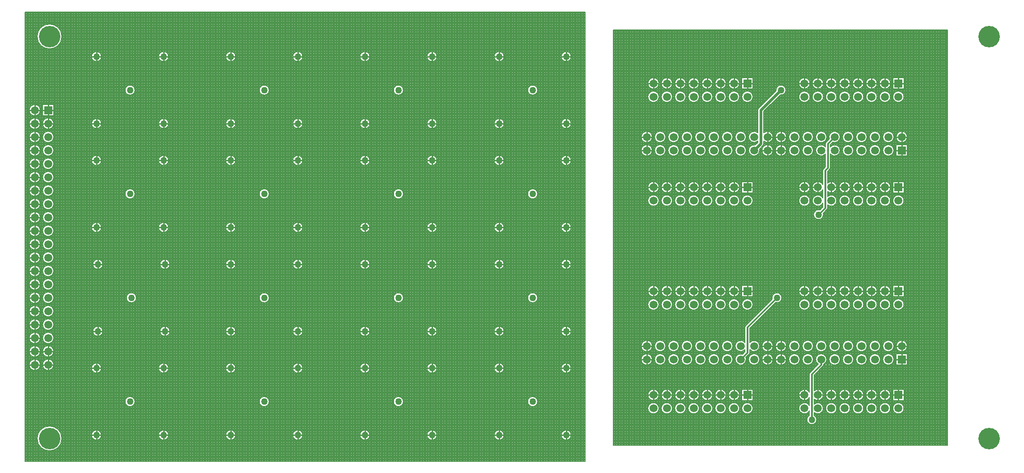
<source format=gbl>
%FSLAX24Y24*%
%MOIN*%
G70*
G01*
G75*
G04 Layer_Physical_Order=2*
%ADD10C,0.0080*%
%ADD11C,0.0200*%
%ADD12C,0.0120*%
%ADD13C,0.0100*%
%ADD14C,0.1600*%
%ADD15C,0.0500*%
%ADD16R,0.0591X0.0591*%
%ADD17C,0.0591*%
D10*
X67915Y34750D02*
G03*
X67915Y34750I-415J0D01*
G01*
Y35750D02*
G03*
X67915Y35750I-415J0D01*
G01*
X68915Y34750D02*
G03*
X68915Y34750I-415J0D01*
G01*
Y35750D02*
G03*
X68915Y35750I-415J0D01*
G01*
X67415Y38400D02*
G03*
X67415Y38400I-415J0D01*
G01*
X68415D02*
G03*
X68415Y38400I-415J0D01*
G01*
X69415D02*
G03*
X69415Y38400I-415J0D01*
G01*
X69915Y34750D02*
G03*
X69915Y34750I-415J0D01*
G01*
Y35750D02*
G03*
X69915Y35750I-415J0D01*
G01*
X70915Y34750D02*
G03*
X70915Y34750I-415J0D01*
G01*
Y35750D02*
G03*
X70915Y35750I-415J0D01*
G01*
X70415Y38400D02*
G03*
X70415Y38400I-415J0D01*
G01*
X71415D02*
G03*
X71415Y38400I-415J0D01*
G01*
X67415Y39400D02*
G03*
X67415Y39400I-415J0D01*
G01*
X68415D02*
G03*
X68415Y39400I-415J0D01*
G01*
X69415D02*
G03*
X69415Y39400I-415J0D01*
G01*
X67915Y42500D02*
G03*
X67915Y42500I-415J0D01*
G01*
X68915D02*
G03*
X68915Y42500I-415J0D01*
G01*
X67915Y43500D02*
G03*
X67915Y43500I-415J0D01*
G01*
X68915D02*
G03*
X68915Y43500I-415J0D01*
G01*
X69915Y42500D02*
G03*
X69915Y42500I-415J0D01*
G01*
X70415Y39400D02*
G03*
X70415Y39400I-415J0D01*
G01*
X71415D02*
G03*
X71415Y39400I-415J0D01*
G01*
X70915Y42500D02*
G03*
X70915Y42500I-415J0D01*
G01*
X69915Y43500D02*
G03*
X69915Y43500I-415J0D01*
G01*
X70915D02*
G03*
X70915Y43500I-415J0D01*
G01*
X71915Y34750D02*
G03*
X71915Y34750I-415J0D01*
G01*
Y35750D02*
G03*
X71915Y35750I-415J0D01*
G01*
X72915Y34750D02*
G03*
X72915Y34750I-415J0D01*
G01*
Y35750D02*
G03*
X72915Y35750I-415J0D01*
G01*
X72415Y38400D02*
G03*
X72415Y38400I-415J0D01*
G01*
X73415D02*
G03*
X73415Y38400I-415J0D01*
G01*
X73915Y34750D02*
G03*
X73915Y34750I-415J0D01*
G01*
Y35750D02*
G03*
X73915Y35750I-415J0D01*
G01*
X74915Y34750D02*
G03*
X74915Y34750I-415J0D01*
G01*
X74137Y38792D02*
G03*
X74415Y38400I-137J-392D01*
G01*
G03*
X74392Y38537I-415J0D01*
G01*
X75415Y38400D02*
G03*
X75415Y38400I-415J0D01*
G01*
X74627Y38772D02*
G03*
X74680Y38900I-127J128D01*
G01*
X74627Y38773D02*
G03*
X74680Y38900I-127J127D01*
G01*
X76415Y38400D02*
G03*
X76415Y38400I-415J0D01*
G01*
X72415Y39400D02*
G03*
X72415Y39400I-415J0D01*
G01*
X73415D02*
G03*
X73415Y39400I-415J0D01*
G01*
X71915Y42500D02*
G03*
X71915Y42500I-415J0D01*
G01*
Y43500D02*
G03*
X71915Y43500I-415J0D01*
G01*
X72915Y42500D02*
G03*
X72915Y42500I-415J0D01*
G01*
X73915D02*
G03*
X73915Y42500I-415J0D01*
G01*
X72915Y43500D02*
G03*
X72915Y43500I-415J0D01*
G01*
X73915D02*
G03*
X73915Y43500I-415J0D01*
G01*
X74320Y39665D02*
G03*
X74320Y39135I-320J-265D01*
G01*
X74373Y40927D02*
G03*
X74320Y40800I127J-127D01*
G01*
X74373Y40928D02*
G03*
X74320Y40800I127J-128D01*
G01*
X74680Y39135D02*
G03*
X75415Y39400I320J265D01*
G01*
G03*
X74680Y39665I-415J0D01*
G01*
X76415Y39400D02*
G03*
X76415Y39400I-415J0D01*
G01*
X74915Y42500D02*
G03*
X74915Y42500I-415J0D01*
G01*
X67915Y50250D02*
G03*
X67915Y50250I-415J0D01*
G01*
Y51250D02*
G03*
X67915Y51250I-415J0D01*
G01*
X68915Y50250D02*
G03*
X68915Y50250I-415J0D01*
G01*
Y51250D02*
G03*
X68915Y51250I-415J0D01*
G01*
X67415Y54000D02*
G03*
X67415Y54000I-415J0D01*
G01*
X68415D02*
G03*
X68415Y54000I-415J0D01*
G01*
X69415D02*
G03*
X69415Y54000I-415J0D01*
G01*
X69915Y50250D02*
G03*
X69915Y50250I-415J0D01*
G01*
Y51250D02*
G03*
X69915Y51250I-415J0D01*
G01*
X70915Y50250D02*
G03*
X70915Y50250I-415J0D01*
G01*
Y51250D02*
G03*
X70915Y51250I-415J0D01*
G01*
X70415Y54000D02*
G03*
X70415Y54000I-415J0D01*
G01*
X71415D02*
G03*
X71415Y54000I-415J0D01*
G01*
X67415Y55000D02*
G03*
X67415Y55000I-415J0D01*
G01*
X68415D02*
G03*
X68415Y55000I-415J0D01*
G01*
X69415D02*
G03*
X69415Y55000I-415J0D01*
G01*
X67915Y58000D02*
G03*
X67915Y58000I-415J0D01*
G01*
X68915D02*
G03*
X68915Y58000I-415J0D01*
G01*
X69915D02*
G03*
X69915Y58000I-415J0D01*
G01*
X67915Y59000D02*
G03*
X67915Y59000I-415J0D01*
G01*
X68915D02*
G03*
X68915Y59000I-415J0D01*
G01*
X70415Y55000D02*
G03*
X70415Y55000I-415J0D01*
G01*
X71415D02*
G03*
X71415Y55000I-415J0D01*
G01*
X70915Y58000D02*
G03*
X70915Y58000I-415J0D01*
G01*
X69915Y59000D02*
G03*
X69915Y59000I-415J0D01*
G01*
X70915D02*
G03*
X70915Y59000I-415J0D01*
G01*
X71915Y50250D02*
G03*
X71915Y50250I-415J0D01*
G01*
X72915D02*
G03*
X72915Y50250I-415J0D01*
G01*
X71915Y51250D02*
G03*
X71915Y51250I-415J0D01*
G01*
X72415Y54000D02*
G03*
X72415Y54000I-415J0D01*
G01*
X72915Y51250D02*
G03*
X72915Y51250I-415J0D01*
G01*
X73415Y54000D02*
G03*
X73415Y54000I-415J0D01*
G01*
X73915Y50250D02*
G03*
X73915Y50250I-415J0D01*
G01*
Y51250D02*
G03*
X73915Y51250I-415J0D01*
G01*
X74915Y50250D02*
G03*
X74915Y50250I-415J0D01*
G01*
X74415Y54000D02*
G03*
X74415Y54000I-415J0D01*
G01*
X75415D02*
G03*
X75405Y54093I-415J0D01*
G01*
X75093Y54405D02*
G03*
X75415Y54000I-93J-405D01*
G01*
X76415D02*
G03*
X76415Y54000I-415J0D01*
G01*
X75655Y54344D02*
G03*
X75720Y54500I-155J156D01*
G01*
X75656Y54344D02*
G03*
X75720Y54500I-156J156D01*
G01*
X72415Y55000D02*
G03*
X72415Y55000I-415J0D01*
G01*
X71915Y58000D02*
G03*
X71915Y58000I-415J0D01*
G01*
X73415Y55000D02*
G03*
X73415Y55000I-415J0D01*
G01*
X72915Y58000D02*
G03*
X72915Y58000I-415J0D01*
G01*
X73915D02*
G03*
X73915Y58000I-415J0D01*
G01*
X71915Y59000D02*
G03*
X71915Y59000I-415J0D01*
G01*
X72915D02*
G03*
X72915Y59000I-415J0D01*
G01*
X73915D02*
G03*
X73915Y59000I-415J0D01*
G01*
X74415Y55000D02*
G03*
X74415Y55000I-415J0D01*
G01*
X75280Y55307D02*
G03*
X75280Y54693I-280J-307D01*
G01*
X75720D02*
G03*
X76415Y55000I280J307D01*
G01*
G03*
X75720Y55307I-415J0D01*
G01*
X74915Y58000D02*
G03*
X74915Y58000I-415J0D01*
G01*
X75344Y57156D02*
G03*
X75280Y57000I156J-156D01*
G01*
X75345Y57156D02*
G03*
X75280Y57000I155J-156D01*
G01*
X79120Y34223D02*
G03*
X79670Y33900I180J-323D01*
G01*
G03*
X79480Y34223I-370J0D01*
G01*
Y34434D02*
G03*
X80165Y34750I270J316D01*
G01*
X79120Y34939D02*
G03*
X79120Y34561I-370J-189D01*
G01*
Y35939D02*
G03*
X79120Y35561I-370J-189D01*
G01*
X80165Y34750D02*
G03*
X79480Y35066I-415J0D01*
G01*
Y35434D02*
G03*
X80165Y35750I270J316D01*
G01*
G03*
X79480Y36066I-415J0D01*
G01*
X77415Y38400D02*
G03*
X77415Y38400I-415J0D01*
G01*
X78415D02*
G03*
X78415Y38400I-415J0D01*
G01*
X79173Y37427D02*
G03*
X79120Y37300I127J-127D01*
G01*
X79173Y37428D02*
G03*
X79120Y37300I127J-128D01*
G01*
X79415Y38400D02*
G03*
X79415Y38400I-415J0D01*
G01*
X81165Y34750D02*
G03*
X81165Y34750I-415J0D01*
G01*
X82165D02*
G03*
X82165Y34750I-415J0D01*
G01*
X81165Y35750D02*
G03*
X81165Y35750I-415J0D01*
G01*
X82165D02*
G03*
X82165Y35750I-415J0D01*
G01*
X80127Y37872D02*
G03*
X80180Y38000I-127J128D01*
G01*
X80127Y37873D02*
G03*
X80180Y38000I-127J127D01*
G01*
X80415Y38400D02*
G03*
X79788Y38043I-415J0D01*
G01*
X80180Y38026D02*
G03*
X80415Y38400I-180J374D01*
G01*
X81415D02*
G03*
X81415Y38400I-415J0D01*
G01*
X77415Y39400D02*
G03*
X77415Y39400I-415J0D01*
G01*
X78415D02*
G03*
X78415Y39400I-415J0D01*
G01*
X79415D02*
G03*
X79415Y39400I-415J0D01*
G01*
X77070Y43000D02*
G03*
X76344Y42899I-370J0D01*
G01*
X76599Y42644D02*
G03*
X77070Y43000I101J356D01*
G01*
X79165Y42500D02*
G03*
X79165Y42500I-415J0D01*
G01*
X80165D02*
G03*
X80165Y42500I-415J0D01*
G01*
X79165Y43500D02*
G03*
X79165Y43500I-415J0D01*
G01*
X80415Y39400D02*
G03*
X80415Y39400I-415J0D01*
G01*
X81415D02*
G03*
X81415Y39400I-415J0D01*
G01*
X81165Y42500D02*
G03*
X81165Y42500I-415J0D01*
G01*
X82165D02*
G03*
X82165Y42500I-415J0D01*
G01*
X80165Y43500D02*
G03*
X80165Y43500I-415J0D01*
G01*
X81165D02*
G03*
X81165Y43500I-415J0D01*
G01*
X82165D02*
G03*
X82165Y43500I-415J0D01*
G01*
X83165Y34750D02*
G03*
X83165Y34750I-415J0D01*
G01*
Y35750D02*
G03*
X83165Y35750I-415J0D01*
G01*
X84165Y34750D02*
G03*
X84165Y34750I-415J0D01*
G01*
Y35750D02*
G03*
X84165Y35750I-415J0D01*
G01*
X82415Y38400D02*
G03*
X82415Y38400I-415J0D01*
G01*
X83415D02*
G03*
X83415Y38400I-415J0D01*
G01*
X84415D02*
G03*
X84415Y38400I-415J0D01*
G01*
X85165Y34750D02*
G03*
X85165Y34750I-415J0D01*
G01*
Y35750D02*
G03*
X85165Y35750I-415J0D01*
G01*
X86165Y34750D02*
G03*
X86165Y34750I-415J0D01*
G01*
X85415Y38400D02*
G03*
X85415Y38400I-415J0D01*
G01*
X82415Y39400D02*
G03*
X82415Y39400I-415J0D01*
G01*
X83415D02*
G03*
X83415Y39400I-415J0D01*
G01*
X83165Y42500D02*
G03*
X83165Y42500I-415J0D01*
G01*
X84415Y39400D02*
G03*
X84415Y39400I-415J0D01*
G01*
X84165Y42500D02*
G03*
X84165Y42500I-415J0D01*
G01*
X85165D02*
G03*
X85165Y42500I-415J0D01*
G01*
X83165Y43500D02*
G03*
X83165Y43500I-415J0D01*
G01*
X84165D02*
G03*
X84165Y43500I-415J0D01*
G01*
X85165D02*
G03*
X85165Y43500I-415J0D01*
G01*
X85415Y39400D02*
G03*
X85415Y39400I-415J0D01*
G01*
X86415D02*
G03*
X86415Y39400I-415J0D01*
G01*
X86165Y42500D02*
G03*
X86165Y42500I-415J0D01*
G01*
X79165Y50250D02*
G03*
X79165Y50250I-415J0D01*
G01*
Y51250D02*
G03*
X79165Y51250I-415J0D01*
G01*
X77415Y54000D02*
G03*
X77415Y54000I-415J0D01*
G01*
X78415D02*
G03*
X78415Y54000I-415J0D01*
G01*
X79901Y49556D02*
G03*
X80170Y49200I-101J-356D01*
G01*
X80120Y50439D02*
G03*
X80120Y50061I-370J-189D01*
G01*
Y51439D02*
G03*
X80120Y51061I-370J-189D01*
G01*
X79415Y54000D02*
G03*
X79415Y54000I-415J0D01*
G01*
X80320Y54265D02*
G03*
X80320Y53735I-320J-265D01*
G01*
X80170Y49200D02*
G03*
X80156Y49301I-370J0D01*
G01*
X80427Y49572D02*
G03*
X80480Y49700I-127J128D01*
G01*
X80427Y49573D02*
G03*
X80480Y49700I-127J127D01*
G01*
Y49934D02*
G03*
X81165Y50250I270J316D01*
G01*
G03*
X80480Y50566I-415J0D01*
G01*
X82165Y50250D02*
G03*
X82165Y50250I-415J0D01*
G01*
X80480Y50934D02*
G03*
X81165Y51250I270J316D01*
G01*
X82165D02*
G03*
X82165Y51250I-415J0D01*
G01*
X81165D02*
G03*
X80480Y51566I-415J0D01*
G01*
X80173Y52627D02*
G03*
X80120Y52500I127J-127D01*
G01*
X80173Y52628D02*
G03*
X80120Y52500I127J-128D01*
G01*
X80627Y52572D02*
G03*
X80680Y52700I-127J128D01*
G01*
X80627Y52573D02*
G03*
X80680Y52700I-127J127D01*
G01*
X80373Y54627D02*
G03*
X80320Y54500I127J-127D01*
G01*
X80373Y54628D02*
G03*
X80320Y54500I127J-128D01*
G01*
X80680Y53735D02*
G03*
X81415Y54000I320J265D01*
G01*
G03*
X80680Y54265I-415J0D01*
G01*
X77415Y55000D02*
G03*
X77415Y55000I-415J0D01*
G01*
X78415D02*
G03*
X78415Y55000I-415J0D01*
G01*
X79415D02*
G03*
X79415Y55000I-415J0D01*
G01*
X77370Y58500D02*
G03*
X76634Y58445I-370J0D01*
G01*
X76945Y58134D02*
G03*
X77370Y58500I55J366D01*
G01*
X79165Y58000D02*
G03*
X79165Y58000I-415J0D01*
G01*
X80165D02*
G03*
X80165Y58000I-415J0D01*
G01*
X79165Y59000D02*
G03*
X79165Y59000I-415J0D01*
G01*
X80165D02*
G03*
X80165Y59000I-415J0D01*
G01*
X80415Y55000D02*
G03*
X80415Y55000I-415J0D01*
G01*
X80863Y54608D02*
G03*
X81415Y55000I137J392D01*
G01*
G03*
X80608Y54863I-415J0D01*
G01*
X81165Y58000D02*
G03*
X81165Y58000I-415J0D01*
G01*
X82165D02*
G03*
X82165Y58000I-415J0D01*
G01*
X81165Y59000D02*
G03*
X81165Y59000I-415J0D01*
G01*
X82165D02*
G03*
X82165Y59000I-415J0D01*
G01*
X83165Y50250D02*
G03*
X83165Y50250I-415J0D01*
G01*
Y51250D02*
G03*
X83165Y51250I-415J0D01*
G01*
X84165Y50250D02*
G03*
X84165Y50250I-415J0D01*
G01*
Y51250D02*
G03*
X84165Y51250I-415J0D01*
G01*
X82415Y54000D02*
G03*
X82415Y54000I-415J0D01*
G01*
X83415D02*
G03*
X83415Y54000I-415J0D01*
G01*
X84415D02*
G03*
X84415Y54000I-415J0D01*
G01*
X85165Y50250D02*
G03*
X85165Y50250I-415J0D01*
G01*
Y51250D02*
G03*
X85165Y51250I-415J0D01*
G01*
X86165Y50250D02*
G03*
X86165Y50250I-415J0D01*
G01*
X85415Y54000D02*
G03*
X85415Y54000I-415J0D01*
G01*
X82415Y55000D02*
G03*
X82415Y55000I-415J0D01*
G01*
X83415D02*
G03*
X83415Y55000I-415J0D01*
G01*
X83165Y58000D02*
G03*
X83165Y58000I-415J0D01*
G01*
X84415Y55000D02*
G03*
X84415Y55000I-415J0D01*
G01*
X84165Y58000D02*
G03*
X84165Y58000I-415J0D01*
G01*
X83165Y59000D02*
G03*
X83165Y59000I-415J0D01*
G01*
X84165D02*
G03*
X84165Y59000I-415J0D01*
G01*
X85415Y55000D02*
G03*
X85415Y55000I-415J0D01*
G01*
X85165Y58000D02*
G03*
X85165Y58000I-415J0D01*
G01*
X86415Y55000D02*
G03*
X86415Y55000I-415J0D01*
G01*
X86165Y58000D02*
G03*
X86165Y58000I-415J0D01*
G01*
X85165Y59000D02*
G03*
X85165Y59000I-415J0D01*
G01*
X21815Y38000D02*
G03*
X21815Y38000I-415J0D01*
G01*
Y39000D02*
G03*
X21815Y39000I-415J0D01*
G01*
Y40000D02*
G03*
X21815Y40000I-415J0D01*
G01*
Y41000D02*
G03*
X21815Y41000I-415J0D01*
G01*
Y42000D02*
G03*
X21815Y42000I-415J0D01*
G01*
Y43000D02*
G03*
X21815Y43000I-415J0D01*
G01*
Y44000D02*
G03*
X21815Y44000I-415J0D01*
G01*
Y45000D02*
G03*
X21815Y45000I-415J0D01*
G01*
Y46000D02*
G03*
X21815Y46000I-415J0D01*
G01*
X23420Y32500D02*
G03*
X23420Y32500I-920J0D01*
G01*
X22815Y38000D02*
G03*
X22815Y38000I-415J0D01*
G01*
Y39000D02*
G03*
X22815Y39000I-415J0D01*
G01*
Y40000D02*
G03*
X22815Y40000I-415J0D01*
G01*
X26370Y32750D02*
G03*
X26370Y32750I-370J0D01*
G01*
X31370D02*
G03*
X31370Y32750I-370J0D01*
G01*
X28870Y35250D02*
G03*
X28870Y35250I-370J0D01*
G01*
X26370Y37750D02*
G03*
X26370Y37750I-370J0D01*
G01*
X31370D02*
G03*
X31370Y37750I-370J0D01*
G01*
X22815Y41000D02*
G03*
X22815Y41000I-415J0D01*
G01*
Y42000D02*
G03*
X22815Y42000I-415J0D01*
G01*
Y43000D02*
G03*
X22815Y43000I-415J0D01*
G01*
Y44000D02*
G03*
X22815Y44000I-415J0D01*
G01*
Y45000D02*
G03*
X22815Y45000I-415J0D01*
G01*
Y46000D02*
G03*
X22815Y46000I-415J0D01*
G01*
X26470Y40500D02*
G03*
X26470Y40500I-370J0D01*
G01*
X31470D02*
G03*
X31470Y40500I-370J0D01*
G01*
X26470Y45500D02*
G03*
X26470Y45500I-370J0D01*
G01*
X28970Y43000D02*
G03*
X28970Y43000I-370J0D01*
G01*
X31470Y45500D02*
G03*
X31470Y45500I-370J0D01*
G01*
X21815Y47000D02*
G03*
X21815Y47000I-415J0D01*
G01*
Y48000D02*
G03*
X21815Y48000I-415J0D01*
G01*
Y49000D02*
G03*
X21815Y49000I-415J0D01*
G01*
Y50000D02*
G03*
X21815Y50000I-415J0D01*
G01*
Y51000D02*
G03*
X21815Y51000I-415J0D01*
G01*
Y52000D02*
G03*
X21815Y52000I-415J0D01*
G01*
Y53000D02*
G03*
X21815Y53000I-415J0D01*
G01*
Y54000D02*
G03*
X21815Y54000I-415J0D01*
G01*
Y55000D02*
G03*
X21815Y55000I-415J0D01*
G01*
Y56000D02*
G03*
X21815Y56000I-415J0D01*
G01*
Y57000D02*
G03*
X21815Y57000I-415J0D01*
G01*
X22815Y47000D02*
G03*
X22815Y47000I-415J0D01*
G01*
Y48000D02*
G03*
X22815Y48000I-415J0D01*
G01*
Y49000D02*
G03*
X22815Y49000I-415J0D01*
G01*
Y50000D02*
G03*
X22815Y50000I-415J0D01*
G01*
Y51000D02*
G03*
X22815Y51000I-415J0D01*
G01*
Y52000D02*
G03*
X22815Y52000I-415J0D01*
G01*
Y53000D02*
G03*
X22815Y53000I-415J0D01*
G01*
Y54000D02*
G03*
X22815Y54000I-415J0D01*
G01*
Y55000D02*
G03*
X22815Y55000I-415J0D01*
G01*
X26370Y48250D02*
G03*
X26370Y48250I-370J0D01*
G01*
X28870Y50750D02*
G03*
X28870Y50750I-370J0D01*
G01*
X31370Y48250D02*
G03*
X31370Y48250I-370J0D01*
G01*
X26370Y53250D02*
G03*
X26370Y53250I-370J0D01*
G01*
X31370D02*
G03*
X31370Y53250I-370J0D01*
G01*
X22815Y56000D02*
G03*
X22815Y56000I-415J0D01*
G01*
X23420Y62500D02*
G03*
X23420Y62500I-920J0D01*
G01*
X26370Y56000D02*
G03*
X26370Y56000I-370J0D01*
G01*
X31370D02*
G03*
X31370Y56000I-370J0D01*
G01*
X28870Y58500D02*
G03*
X28870Y58500I-370J0D01*
G01*
X26370Y61000D02*
G03*
X26370Y61000I-370J0D01*
G01*
X31370D02*
G03*
X31370Y61000I-370J0D01*
G01*
X36370Y32750D02*
G03*
X36370Y32750I-370J0D01*
G01*
X38870Y35250D02*
G03*
X38870Y35250I-370J0D01*
G01*
X36370Y37750D02*
G03*
X36370Y37750I-370J0D01*
G01*
X41370Y32750D02*
G03*
X41370Y32750I-370J0D01*
G01*
X46370D02*
G03*
X46370Y32750I-370J0D01*
G01*
X41370Y37750D02*
G03*
X41370Y37750I-370J0D01*
G01*
X46370D02*
G03*
X46370Y37750I-370J0D01*
G01*
X36370Y40500D02*
G03*
X36370Y40500I-370J0D01*
G01*
X38870Y43000D02*
G03*
X38870Y43000I-370J0D01*
G01*
X41370Y40500D02*
G03*
X41370Y40500I-370J0D01*
G01*
X46370D02*
G03*
X46370Y40500I-370J0D01*
G01*
X51370Y32750D02*
G03*
X51370Y32750I-370J0D01*
G01*
X56370D02*
G03*
X56370Y32750I-370J0D01*
G01*
X48870Y35250D02*
G03*
X48870Y35250I-370J0D01*
G01*
X51370Y37750D02*
G03*
X51370Y37750I-370J0D01*
G01*
X56370D02*
G03*
X56370Y37750I-370J0D01*
G01*
X61370Y32750D02*
G03*
X61370Y32750I-370J0D01*
G01*
X58870Y35250D02*
G03*
X58870Y35250I-370J0D01*
G01*
X61370Y37750D02*
G03*
X61370Y37750I-370J0D01*
G01*
X48870Y43000D02*
G03*
X48870Y43000I-370J0D01*
G01*
X51370Y40500D02*
G03*
X51370Y40500I-370J0D01*
G01*
X56370D02*
G03*
X56370Y40500I-370J0D01*
G01*
X58870Y43000D02*
G03*
X58870Y43000I-370J0D01*
G01*
X61370Y40500D02*
G03*
X61370Y40500I-370J0D01*
G01*
X36370Y45500D02*
G03*
X36370Y45500I-370J0D01*
G01*
Y48250D02*
G03*
X36370Y48250I-370J0D01*
G01*
X38870Y50750D02*
G03*
X38870Y50750I-370J0D01*
G01*
X36370Y53250D02*
G03*
X36370Y53250I-370J0D01*
G01*
X41370Y45500D02*
G03*
X41370Y45500I-370J0D01*
G01*
Y48250D02*
G03*
X41370Y48250I-370J0D01*
G01*
X46370Y45500D02*
G03*
X46370Y45500I-370J0D01*
G01*
Y48250D02*
G03*
X46370Y48250I-370J0D01*
G01*
X41370Y53250D02*
G03*
X41370Y53250I-370J0D01*
G01*
X46370D02*
G03*
X46370Y53250I-370J0D01*
G01*
X36370Y56000D02*
G03*
X36370Y56000I-370J0D01*
G01*
X38870Y58500D02*
G03*
X38870Y58500I-370J0D01*
G01*
X36370Y61000D02*
G03*
X36370Y61000I-370J0D01*
G01*
X41370Y56000D02*
G03*
X41370Y56000I-370J0D01*
G01*
X46370D02*
G03*
X46370Y56000I-370J0D01*
G01*
X41370Y61000D02*
G03*
X41370Y61000I-370J0D01*
G01*
X46370D02*
G03*
X46370Y61000I-370J0D01*
G01*
X51370Y45500D02*
G03*
X51370Y45500I-370J0D01*
G01*
X56370D02*
G03*
X56370Y45500I-370J0D01*
G01*
X51370Y48250D02*
G03*
X51370Y48250I-370J0D01*
G01*
X56370D02*
G03*
X56370Y48250I-370J0D01*
G01*
X48870Y50750D02*
G03*
X48870Y50750I-370J0D01*
G01*
X61370Y45500D02*
G03*
X61370Y45500I-370J0D01*
G01*
Y48250D02*
G03*
X61370Y48250I-370J0D01*
G01*
X58870Y50750D02*
G03*
X58870Y50750I-370J0D01*
G01*
X51370Y53250D02*
G03*
X51370Y53250I-370J0D01*
G01*
X56370D02*
G03*
X56370Y53250I-370J0D01*
G01*
X51370Y56000D02*
G03*
X51370Y56000I-370J0D01*
G01*
X56370D02*
G03*
X56370Y56000I-370J0D01*
G01*
X48870Y58500D02*
G03*
X48870Y58500I-370J0D01*
G01*
X51370Y61000D02*
G03*
X51370Y61000I-370J0D01*
G01*
X56370D02*
G03*
X56370Y61000I-370J0D01*
G01*
X61370Y53250D02*
G03*
X61370Y53250I-370J0D01*
G01*
Y56000D02*
G03*
X61370Y56000I-370J0D01*
G01*
X58870Y58500D02*
G03*
X58870Y58500I-370J0D01*
G01*
X61370Y61000D02*
G03*
X61370Y61000I-370J0D01*
G01*
X64500Y34560D02*
X67131D01*
X64500Y34640D02*
X67100D01*
X64500Y34400D02*
X67277D01*
X64500Y34480D02*
X67184D01*
X64500Y34720D02*
X67086D01*
X64500Y34800D02*
X67088D01*
X64500Y34880D02*
X67106D01*
X64500Y34960D02*
X67142D01*
X64500Y35040D02*
X67203D01*
X64500Y35120D02*
X67311D01*
X67200Y32000D02*
Y34463D01*
X67120Y32000D02*
Y34583D01*
X67360Y32000D02*
Y34359D01*
X67280Y32000D02*
Y34398D01*
X67440Y32000D02*
Y34339D01*
X67520Y32000D02*
Y34335D01*
X67440Y35161D02*
Y35339D01*
X67600Y32000D02*
Y34347D01*
X67680Y32000D02*
Y34376D01*
X67760Y32000D02*
Y34426D01*
X67840Y32000D02*
Y34512D01*
X66720Y32000D02*
Y38093D01*
X66640Y32000D02*
Y38193D01*
X66880Y32000D02*
Y38002D01*
X66800Y32000D02*
Y38036D01*
X66960Y32000D02*
Y37987D01*
X64500Y35600D02*
X67113D01*
X64500Y35680D02*
X67091D01*
X67040Y32000D02*
Y37987D01*
X64500Y35360D02*
X67357D01*
X64500Y35440D02*
X67224D01*
X64500Y35520D02*
X67154D01*
X67280Y35102D02*
Y35398D01*
X67120Y34917D02*
Y35583D01*
X67200Y35037D02*
Y35463D01*
X67760Y35074D02*
Y35426D01*
X67840Y34988D02*
Y35512D01*
X67920Y32000D02*
Y37992D01*
X67520Y35165D02*
Y35335D01*
X67360Y35141D02*
Y35359D01*
X67600Y35153D02*
Y35347D01*
X67680Y35124D02*
Y35376D01*
X68160Y32000D02*
Y34512D01*
X67869Y34560D02*
X68131D01*
X68240Y32000D02*
Y34426D01*
X67723Y34400D02*
X68277D01*
X67816Y34480D02*
X68184D01*
X67900Y34640D02*
X68100D01*
X67914Y34720D02*
X68086D01*
X67912Y34800D02*
X68088D01*
X67894Y34880D02*
X68106D01*
X67797Y35040D02*
X68203D01*
X67858Y34960D02*
X68142D01*
X68400Y32000D02*
Y34347D01*
X68320Y32000D02*
Y34376D01*
X68480Y32000D02*
Y34335D01*
X68560Y32000D02*
Y34339D01*
X68640Y32000D02*
Y34359D01*
X68720Y32000D02*
Y34398D01*
X68800Y32000D02*
Y34463D01*
X68869Y34560D02*
X69131D01*
X68880Y32000D02*
Y34583D01*
X68724Y34400D02*
X69276D01*
X68816Y34480D02*
X69184D01*
X68797Y35040D02*
X69203D01*
X68000Y32000D02*
Y37985D01*
X68080Y32000D02*
Y37992D01*
X68160Y34988D02*
Y35512D01*
X68240Y35074D02*
Y35426D01*
X67776Y35440D02*
X68224D01*
X67846Y35520D02*
X68154D01*
X67887Y35600D02*
X68113D01*
X67689Y35120D02*
X68311D01*
X67643Y35360D02*
X68357D01*
X68400Y35153D02*
Y35347D01*
X68320Y35124D02*
Y35376D01*
X68480Y35165D02*
Y35335D01*
X68689Y35120D02*
X69311D01*
X68720Y35102D02*
Y35398D01*
X68800Y35037D02*
Y35463D01*
X68560Y35161D02*
Y35339D01*
X68640Y35141D02*
Y35359D01*
X68643Y35360D02*
X69357D01*
X68776Y35440D02*
X69224D01*
X68846Y35520D02*
X69154D01*
X64500Y35760D02*
X67085D01*
X64500Y35840D02*
X67095D01*
X64500Y35920D02*
X67121D01*
X64500Y36000D02*
X67168D01*
X64500Y36080D02*
X67248D01*
X64500Y38160D02*
X66661D01*
X64500Y38240D02*
X66617D01*
X64500Y38320D02*
X66592D01*
X64500Y36160D02*
X67434D01*
X64500Y38000D02*
X66888D01*
X64500Y38080D02*
X66735D01*
X67120Y35917D02*
Y38002D01*
X67200Y36037D02*
Y38036D01*
X67280Y36102D02*
Y38093D01*
X67360Y36141D02*
Y38193D01*
X67383Y38240D02*
X67617D01*
X67407Y38320D02*
X67593D01*
X67600Y36153D02*
Y38288D01*
X67265Y38080D02*
X67735D01*
X67339Y38160D02*
X67661D01*
X67680Y36124D02*
Y38135D01*
X64500Y38400D02*
X66585D01*
X64500Y38480D02*
X66592D01*
X64500Y38560D02*
X66617D01*
X64500Y38640D02*
X66661D01*
X64500Y38720D02*
X66735D01*
X66800Y38764D02*
Y39036D01*
X64500Y38800D02*
X66888D01*
X64500Y39040D02*
X66793D01*
X66880Y38798D02*
Y39002D01*
X67415Y38400D02*
X67585D01*
X67407Y38480D02*
X67593D01*
X67383Y38560D02*
X67617D01*
X66960Y38813D02*
Y38987D01*
X67040Y38813D02*
Y38987D01*
X67120Y38798D02*
Y39002D01*
X67339Y38640D02*
X67661D01*
X67200Y38764D02*
Y39036D01*
X67265Y38720D02*
X67735D01*
X67909Y35680D02*
X68091D01*
X67915Y35760D02*
X68085D01*
X67879Y35920D02*
X68121D01*
X67905Y35840D02*
X68095D01*
X67112Y38000D02*
X67888D01*
X67760Y36074D02*
Y38061D01*
X67840Y35988D02*
Y38017D01*
X67832Y36000D02*
X68168D01*
X67566Y36160D02*
X68434D01*
X67752Y36080D02*
X68248D01*
X68160Y35988D02*
Y38017D01*
X68800Y36037D02*
Y38036D01*
X68832Y36000D02*
X69168D01*
X68240Y36074D02*
Y38061D01*
X68265Y38080D02*
X68735D01*
X68720Y36102D02*
Y38093D01*
X68752Y36080D02*
X69248D01*
X68112Y38000D02*
X68888D01*
X68566Y36160D02*
X69434D01*
X67112Y38800D02*
X67888D01*
X67840Y38783D02*
Y39017D01*
X68265Y38720D02*
X68735D01*
X68112Y38800D02*
X68888D01*
X68000Y38815D02*
Y38985D01*
X67207Y39040D02*
X67793D01*
X67920Y38807D02*
Y38993D01*
X68080Y38807D02*
Y38993D01*
X68160Y38783D02*
Y39017D01*
X68207Y39040D02*
X68793D01*
X68320Y36124D02*
Y38135D01*
X68400Y36153D02*
Y38288D01*
X68640Y36141D02*
Y38193D01*
X68339Y38160D02*
X68661D01*
X68383Y38240D02*
X68617D01*
X68408Y38320D02*
X68593D01*
X68415Y38400D02*
X68585D01*
X68408Y38480D02*
X68593D01*
X68383Y38560D02*
X68617D01*
X68339Y38640D02*
X68661D01*
X68800Y38764D02*
Y39036D01*
X69200Y32000D02*
Y34463D01*
X69120Y32000D02*
Y34583D01*
X69360Y32000D02*
Y34359D01*
X69280Y32000D02*
Y34398D01*
X69440Y32000D02*
Y34339D01*
X68900Y34640D02*
X69100D01*
X68914Y34720D02*
X69086D01*
X68912Y34800D02*
X69088D01*
X69520Y32000D02*
Y34335D01*
X68894Y34880D02*
X69106D01*
X69600Y32000D02*
Y34347D01*
X69680Y32000D02*
Y34376D01*
X69760Y32000D02*
Y34426D01*
X70240Y32000D02*
Y34426D01*
X69840Y32000D02*
Y34512D01*
X70160Y32000D02*
Y34512D01*
X69900Y34640D02*
X70100D01*
X69914Y34720D02*
X70086D01*
X69912Y34800D02*
X70088D01*
X69816Y34480D02*
X70184D01*
X69869Y34560D02*
X70131D01*
X69894Y34880D02*
X70106D01*
X68880Y34917D02*
Y35583D01*
X68960Y32000D02*
Y37987D01*
X69040Y32000D02*
Y37987D01*
X69120Y34917D02*
Y35583D01*
X68858Y34960D02*
X69142D01*
X69200Y35037D02*
Y35463D01*
X69280Y35102D02*
Y35398D01*
X69440Y35161D02*
Y35339D01*
X69360Y35141D02*
Y35359D01*
X69840Y34988D02*
Y35512D01*
X69920Y32000D02*
Y37992D01*
X70000Y32000D02*
Y37985D01*
X69858Y34960D02*
X70142D01*
X70080Y32000D02*
Y37992D01*
X70160Y34988D02*
Y35512D01*
X69520Y35165D02*
Y35335D01*
X69600Y35153D02*
Y35347D01*
X69797Y35040D02*
X70203D01*
X69680Y35124D02*
Y35376D01*
X69760Y35074D02*
Y35426D01*
X70400Y32000D02*
Y34347D01*
X70320Y32000D02*
Y34376D01*
X70480Y32000D02*
Y34335D01*
X70560Y32000D02*
Y34339D01*
X70640Y32000D02*
Y34359D01*
X70720Y32000D02*
Y34398D01*
X69724Y34400D02*
X70276D01*
X70800Y32000D02*
Y34463D01*
X70724Y34400D02*
X71276D01*
X70816Y34480D02*
X71184D01*
X70797Y35040D02*
X71203D01*
X71200Y32000D02*
Y34463D01*
X70880Y32000D02*
Y34583D01*
X71120Y32000D02*
Y34583D01*
X71360Y32000D02*
Y34359D01*
X71280Y32000D02*
Y34398D01*
X71440Y32000D02*
Y34339D01*
X70869Y34560D02*
X71131D01*
X70914Y34720D02*
X71086D01*
X70912Y34800D02*
X71088D01*
X70900Y34640D02*
X71100D01*
X70858Y34960D02*
X71142D01*
X70894Y34880D02*
X71106D01*
X69689Y35120D02*
X70311D01*
X70240Y35074D02*
Y35426D01*
X70320Y35124D02*
Y35376D01*
X70400Y35153D02*
Y35347D01*
X70480Y35165D02*
Y35335D01*
X69643Y35360D02*
X70357D01*
X70560Y35161D02*
Y35339D01*
X70640Y35141D02*
Y35359D01*
X70800Y35037D02*
Y35463D01*
X70880Y34917D02*
Y35583D01*
X70960Y32000D02*
Y37987D01*
X71200Y35037D02*
Y35463D01*
X71040Y32000D02*
Y37987D01*
X71120Y34917D02*
Y35583D01*
X70689Y35120D02*
X71311D01*
X70720Y35102D02*
Y35398D01*
X71280Y35102D02*
Y35398D01*
X71440Y35161D02*
Y35339D01*
X70643Y35360D02*
X71357D01*
X71360Y35141D02*
Y35359D01*
X68909Y35680D02*
X69091D01*
X68915Y35760D02*
X69085D01*
X68887Y35600D02*
X69113D01*
X68905Y35840D02*
X69095D01*
X68879Y35920D02*
X69121D01*
X68880Y35917D02*
Y38002D01*
X69120Y35917D02*
Y38002D01*
X69112Y38000D02*
X69888D01*
X69200Y36037D02*
Y38036D01*
X69280Y36102D02*
Y38093D01*
X69887Y35600D02*
X70113D01*
X69846Y35520D02*
X70154D01*
X69909Y35680D02*
X70091D01*
X69915Y35760D02*
X70085D01*
X69905Y35840D02*
X70095D01*
X69760Y36074D02*
Y38061D01*
X69840Y35988D02*
Y38017D01*
X69879Y35920D02*
X70121D01*
X69832Y36000D02*
X70168D01*
X70160Y35988D02*
Y38017D01*
X69339Y38160D02*
X69661D01*
X69200Y38764D02*
Y39036D01*
X69265Y38080D02*
X69735D01*
X69265Y38720D02*
X69735D01*
X69339Y38640D02*
X69661D01*
X68960Y38813D02*
Y38987D01*
X68880Y38798D02*
Y39002D01*
X69040Y38813D02*
Y38987D01*
X69112Y38800D02*
X69888D01*
X69120Y38798D02*
Y39002D01*
X69207Y39040D02*
X69793D01*
X69360Y36141D02*
Y38193D01*
X69415Y38400D02*
X69585D01*
X69600Y36153D02*
Y38288D01*
X69680Y36124D02*
Y38135D01*
X69383Y38240D02*
X69617D01*
X69408Y38320D02*
X69592D01*
X69408Y38480D02*
X69592D01*
X69383Y38560D02*
X69617D01*
X69840Y38783D02*
Y39017D01*
X70000Y38815D02*
Y38985D01*
X69920Y38807D02*
Y38993D01*
X70080Y38807D02*
Y38993D01*
X69776Y35440D02*
X70224D01*
X69752Y36080D02*
X70248D01*
X69566Y36160D02*
X70434D01*
X70240Y36074D02*
Y38061D01*
X70720Y36102D02*
Y38093D01*
X70752Y36080D02*
X71248D01*
X70112Y38000D02*
X70888D01*
X70566Y36160D02*
X71434D01*
X70909Y35680D02*
X71091D01*
X70915Y35760D02*
X71085D01*
X70905Y35840D02*
X71095D01*
X70776Y35440D02*
X71224D01*
X70846Y35520D02*
X71154D01*
X70887Y35600D02*
X71113D01*
X70879Y35920D02*
X71121D01*
X70800Y36037D02*
Y38036D01*
X70880Y35917D02*
Y38002D01*
X70832Y36000D02*
X71168D01*
X71120Y35917D02*
Y38002D01*
X71200Y36037D02*
Y38036D01*
X70320Y36124D02*
Y38135D01*
X70400Y36153D02*
Y38288D01*
X70265Y38080D02*
X70735D01*
X70339Y38160D02*
X70661D01*
X70383Y38240D02*
X70617D01*
X70160Y38783D02*
Y39017D01*
X70383Y38560D02*
X70617D01*
X70339Y38640D02*
X70661D01*
X70112Y38800D02*
X70888D01*
X70265Y38720D02*
X70735D01*
X70640Y36141D02*
Y38193D01*
X70408Y38320D02*
X70592D01*
X70415Y38400D02*
X70585D01*
X71280Y36102D02*
Y38093D01*
X71360Y36141D02*
Y38193D01*
X70408Y38480D02*
X70592D01*
X70800Y38764D02*
Y39036D01*
X70880Y38798D02*
Y39002D01*
X70960Y38813D02*
Y38987D01*
X71040Y38813D02*
Y38987D01*
X71120Y38798D02*
Y39002D01*
X64500Y32000D02*
Y63000D01*
X64560Y32000D02*
Y63000D01*
X64500Y39120D02*
X66693D01*
X64500Y39200D02*
X66636D01*
X64500Y39280D02*
X66602D01*
X64500Y39360D02*
X66587D01*
X64500Y39440D02*
X66587D01*
X64500Y39520D02*
X66602D01*
X64500Y39600D02*
X66636D01*
X64500Y39680D02*
X66693D01*
X64500Y39760D02*
X66793D01*
X64640Y32000D02*
Y63000D01*
X64720Y32000D02*
Y63000D01*
X66720Y38707D02*
Y39093D01*
X66640Y38607D02*
Y39193D01*
X66800Y39764D02*
Y53636D01*
X66640Y39607D02*
Y53793D01*
X66720Y39707D02*
Y53693D01*
X67200Y39764D02*
Y42213D01*
X64800Y32000D02*
Y63000D01*
X64880Y32000D02*
Y63000D01*
X64960Y32000D02*
Y63000D01*
X65040Y32000D02*
Y63000D01*
X65120Y32000D02*
Y63000D01*
X65200Y32000D02*
Y63000D01*
X65280Y32000D02*
Y63000D01*
X65360Y32000D02*
Y63000D01*
X65440Y32000D02*
Y63000D01*
X65520Y32000D02*
Y63000D01*
X65600Y32000D02*
Y63000D01*
X65680Y32000D02*
Y63000D01*
X65760Y32000D02*
Y63000D01*
X65840Y32000D02*
Y63000D01*
X65920Y32000D02*
Y63000D01*
X66000Y32000D02*
Y63000D01*
X66080Y32000D02*
Y63000D01*
X66160Y32000D02*
Y63000D01*
X66240Y32000D02*
Y63000D01*
X66320Y32000D02*
Y63000D01*
X66400Y32000D02*
Y63000D01*
X66480Y32000D02*
Y63000D01*
X66560Y32000D02*
Y63000D01*
X67280Y38707D02*
Y39093D01*
X67360Y38607D02*
Y39193D01*
X67680Y38665D02*
Y39135D01*
X67307Y39120D02*
X67693D01*
X67600Y38512D02*
Y39288D01*
X67413Y39360D02*
X67587D01*
X67413Y39440D02*
X67587D01*
X67364Y39200D02*
X67636D01*
X67398Y39280D02*
X67602D01*
X67398Y39520D02*
X67602D01*
X67760Y38739D02*
Y39061D01*
X68240Y38739D02*
Y39061D01*
X68320Y38665D02*
Y39135D01*
X68720Y38707D02*
Y39093D01*
X68400Y38512D02*
Y39288D01*
X68640Y38607D02*
Y39193D01*
X68398Y39280D02*
X68602D01*
X68413Y39360D02*
X68587D01*
X68413Y39440D02*
X68587D01*
X68307Y39120D02*
X68693D01*
X68364Y39200D02*
X68636D01*
X68398Y39520D02*
X68602D01*
X67440Y36161D02*
Y42089D01*
X67520Y36165D02*
Y42085D01*
X67600Y39512D02*
Y42097D01*
X67364Y39600D02*
X67636D01*
X67280Y39707D02*
Y42148D01*
X67360Y39607D02*
Y42109D01*
X67307Y39680D02*
X67693D01*
X67207Y39760D02*
X67793D01*
X67680Y39665D02*
Y42126D01*
X68400Y39512D02*
Y42097D01*
X68480Y36165D02*
Y42085D01*
X68560Y36161D02*
Y42089D01*
X68364Y39600D02*
X68636D01*
X68640Y39607D02*
Y42109D01*
X67760Y39739D02*
Y42176D01*
X67840Y39783D02*
Y42262D01*
X68240Y39739D02*
Y42176D01*
X68307Y39680D02*
X68693D01*
X68320Y39665D02*
Y42126D01*
X68720Y39707D02*
Y42148D01*
X64500Y42400D02*
X67097D01*
X64500Y42480D02*
X67085D01*
X64500Y42160D02*
X67262D01*
X64500Y42240D02*
X67176D01*
X64500Y42320D02*
X67126D01*
X64500Y42560D02*
X67089D01*
X64500Y42640D02*
X67109D01*
X64500Y42720D02*
X67148D01*
X64500Y42800D02*
X67213D01*
X64500Y42880D02*
X67333D01*
X64500Y43120D02*
X67333D01*
X67120Y39798D02*
Y42333D01*
X67200Y42787D02*
Y43213D01*
X67280Y42852D02*
Y43148D01*
X67360Y42891D02*
Y43109D01*
X67760Y42824D02*
Y43176D01*
X67840Y42738D02*
Y43262D01*
X67440Y42911D02*
Y43089D01*
X64500Y43200D02*
X67213D01*
X64500Y43280D02*
X67148D01*
X67520Y42915D02*
Y43085D01*
X67600Y42903D02*
Y43097D01*
X67680Y42874D02*
Y43126D01*
X66960Y39813D02*
Y53587D01*
X66880Y39798D02*
Y53602D01*
X64500Y43360D02*
X67109D01*
X64500Y43440D02*
X67089D01*
X67040Y39813D02*
Y53587D01*
X64500Y43520D02*
X67085D01*
X64500Y43600D02*
X67097D01*
X64500Y43680D02*
X67126D01*
X64500Y43760D02*
X67176D01*
X64500Y43840D02*
X67262D01*
X67120Y42667D02*
Y43333D01*
Y43667D02*
Y50083D01*
X67200Y43787D02*
Y49963D01*
X67840Y43738D02*
Y50012D01*
X67360Y43891D02*
Y49859D01*
X67280Y43852D02*
Y49898D01*
X67440Y43911D02*
Y49839D01*
X67520Y43915D02*
Y49835D01*
X67680Y43874D02*
Y49876D01*
X67760Y43824D02*
Y49926D01*
X67903Y42400D02*
X68097D01*
X67738Y42160D02*
X68262D01*
X67824Y42240D02*
X68176D01*
X67874Y42320D02*
X68126D01*
X67915Y42480D02*
X68085D01*
X67852Y42720D02*
X68148D01*
X67891Y42640D02*
X68109D01*
X67787Y42800D02*
X68213D01*
X67667Y42880D02*
X68333D01*
X67667Y43120D02*
X68333D01*
X68160Y39783D02*
Y42262D01*
X67911Y42560D02*
X68089D01*
X68240Y42824D02*
Y43176D01*
X68207Y39760D02*
X68793D01*
X68320Y42874D02*
Y43126D01*
X68400Y42903D02*
Y43097D01*
X68480Y42915D02*
Y43085D01*
X68560Y42911D02*
Y43089D01*
X68667Y42880D02*
X69333D01*
X68640Y42891D02*
Y43109D01*
X68667Y43120D02*
X69333D01*
X67891Y43360D02*
X68109D01*
X67787Y43200D02*
X68213D01*
X67852Y43280D02*
X68148D01*
X67911Y43440D02*
X68089D01*
X67915Y43520D02*
X68085D01*
X67903Y43600D02*
X68097D01*
X67874Y43680D02*
X68126D01*
X67738Y43840D02*
X68262D01*
X67824Y43760D02*
X68176D01*
X67920Y39808D02*
Y53593D01*
X68000Y39815D02*
Y53585D01*
X68080Y39808D02*
Y53593D01*
X68160Y42738D02*
Y43262D01*
X68320Y43874D02*
Y49876D01*
X68160Y43738D02*
Y50012D01*
X68240Y43824D02*
Y49926D01*
X69280Y38707D02*
Y39093D01*
X69360Y38607D02*
Y39193D01*
X69307Y39120D02*
X69693D01*
X69364Y39200D02*
X69636D01*
X69364Y39600D02*
X69636D01*
X68738Y42160D02*
X69262D01*
X68800Y39764D02*
Y42213D01*
X69280Y39707D02*
Y42148D01*
X69307Y39680D02*
X69693D01*
X69207Y39760D02*
X69793D01*
X69360Y39607D02*
Y42109D01*
X69600Y38512D02*
Y39288D01*
X69440Y36161D02*
Y42089D01*
X69520Y36165D02*
Y42085D01*
X69760Y38739D02*
Y39061D01*
X69398Y39280D02*
X69602D01*
X69680Y38665D02*
Y39135D01*
X69413Y39360D02*
X69587D01*
X69398Y39520D02*
X69602D01*
X69413Y39440D02*
X69587D01*
X69600Y39512D02*
Y42097D01*
X69680Y39665D02*
Y42126D01*
X69760Y39739D02*
Y42176D01*
X68880Y39798D02*
Y42333D01*
X68960Y39813D02*
Y53587D01*
X68824Y42240D02*
X69176D01*
X69040Y39813D02*
Y53587D01*
X68903Y42400D02*
X69097D01*
X68880Y42667D02*
Y43333D01*
X68915Y42480D02*
X69085D01*
X68874Y42320D02*
X69126D01*
X68911Y42560D02*
X69089D01*
X68891Y42640D02*
X69109D01*
X69200Y39764D02*
Y42213D01*
X69120Y39798D02*
Y42333D01*
X69840Y39783D02*
Y42262D01*
X69920Y39808D02*
Y53593D01*
X70000Y39815D02*
Y53585D01*
X70080Y39808D02*
Y53593D01*
X69903Y42400D02*
X70097D01*
X69120Y42667D02*
Y43333D01*
X69915Y42480D02*
X70085D01*
X69874Y42320D02*
X70126D01*
X69891Y42640D02*
X70109D01*
X69911Y42560D02*
X70089D01*
X70240Y38739D02*
Y39061D01*
X70320Y38665D02*
Y39135D01*
X70207Y39040D02*
X70793D01*
X70400Y38512D02*
Y39288D01*
X70364Y39200D02*
X70636D01*
X70364Y39600D02*
X70636D01*
X70398Y39280D02*
X70602D01*
X70307Y39120D02*
X70693D01*
X70207Y39760D02*
X70793D01*
X70307Y39680D02*
X70693D01*
X70640Y38607D02*
Y39193D01*
X70480Y36165D02*
Y42085D01*
X70560Y36161D02*
Y42089D01*
X70720Y38707D02*
Y39093D01*
X71280Y38707D02*
Y39093D01*
X71360Y38607D02*
Y39193D01*
X70413Y39360D02*
X70587D01*
X70413Y39440D02*
X70587D01*
X70400Y39512D02*
Y42097D01*
X71200Y38764D02*
Y39036D01*
X70398Y39520D02*
X70602D01*
X70240Y39739D02*
Y42176D01*
X70160Y39783D02*
Y42262D01*
X70320Y39665D02*
Y42126D01*
X70640Y39607D02*
Y42109D01*
X70720Y39707D02*
Y42148D01*
X69738Y42160D02*
X70262D01*
X69824Y42240D02*
X70176D01*
X70800Y39764D02*
Y42213D01*
X70738Y42160D02*
X71262D01*
X70824Y42240D02*
X71176D01*
X71200Y39764D02*
Y42213D01*
X70880Y39798D02*
Y42333D01*
X70960Y39813D02*
Y53587D01*
X71440Y36161D02*
Y42089D01*
X71280Y39707D02*
Y42148D01*
X71360Y39607D02*
Y42109D01*
X70903Y42400D02*
X71097D01*
X70915Y42480D02*
X71085D01*
X71040Y39813D02*
Y53587D01*
X70874Y42320D02*
X71126D01*
X70911Y42560D02*
X71089D01*
X71120Y39798D02*
Y42333D01*
X68720Y42852D02*
Y43148D01*
X68800Y42787D02*
Y43213D01*
X68852Y42720D02*
X69148D01*
X68787Y42800D02*
X69213D01*
X69200Y42787D02*
Y43213D01*
X68891Y43360D02*
X69109D01*
X68911Y43440D02*
X69089D01*
X68915Y43520D02*
X69085D01*
X69280Y42852D02*
Y43148D01*
X68787Y43200D02*
X69213D01*
X68852Y43280D02*
X69148D01*
X69360Y42891D02*
Y43109D01*
X69680Y42874D02*
Y43126D01*
X69760Y42824D02*
Y43176D01*
X69852Y42720D02*
X70148D01*
X69840Y42738D02*
Y43262D01*
X70160Y42738D02*
Y43262D01*
X69440Y42911D02*
Y43089D01*
X69520Y42915D02*
Y43085D01*
X69600Y42903D02*
Y43097D01*
X69852Y43280D02*
X70148D01*
X69891Y43360D02*
X70109D01*
X69911Y43440D02*
X70089D01*
X68903Y43600D02*
X69097D01*
X68880Y43667D02*
Y50083D01*
X68874Y43680D02*
X69126D01*
X68720Y43852D02*
Y49898D01*
X68800Y43787D02*
Y49963D01*
X69120Y43667D02*
Y50083D01*
X68824Y43760D02*
X69176D01*
X68738Y43840D02*
X69262D01*
X69200Y43787D02*
Y49963D01*
X69915Y43520D02*
X70085D01*
X69874Y43680D02*
X70126D01*
X69903Y43600D02*
X70097D01*
X69280Y43852D02*
Y49898D01*
X69680Y43874D02*
Y49876D01*
X69760Y43824D02*
Y49926D01*
X69824Y43760D02*
X70176D01*
X69840Y43738D02*
Y50012D01*
X70160Y43738D02*
Y50012D01*
X69787Y42800D02*
X70213D01*
X70240Y42824D02*
Y43176D01*
X69667Y42880D02*
X70333D01*
X70320Y42874D02*
Y43126D01*
X70640Y42891D02*
Y43109D01*
X70400Y42903D02*
Y43097D01*
X69667Y43120D02*
X70333D01*
X69787Y43200D02*
X70213D01*
X70667Y42880D02*
X71333D01*
X70480Y42915D02*
Y43085D01*
X70560Y42911D02*
Y43089D01*
X70891Y42640D02*
X71109D01*
X70720Y42852D02*
Y43148D01*
X70800Y42787D02*
Y43213D01*
X70852Y42720D02*
X71148D01*
X70787Y42800D02*
X71213D01*
X71200Y42787D02*
Y43213D01*
X71280Y42852D02*
Y43148D01*
X70787Y43200D02*
X71213D01*
X70852Y43280D02*
X71148D01*
X71360Y42891D02*
Y43109D01*
X70667Y43120D02*
X71333D01*
X71440Y42911D02*
Y43089D01*
X69738Y43840D02*
X70262D01*
X70240Y43824D02*
Y49926D01*
X70320Y43874D02*
Y49876D01*
X70738Y43840D02*
X71262D01*
X70720Y43852D02*
Y49898D01*
X70800Y43787D02*
Y49963D01*
X70880Y42667D02*
Y43333D01*
X70911Y43440D02*
X71089D01*
X70915Y43520D02*
X71085D01*
X71120Y42667D02*
Y43333D01*
X70891Y43360D02*
X71109D01*
X70903Y43600D02*
X71097D01*
X70874Y43680D02*
X71126D01*
X70880Y43667D02*
Y50083D01*
X71120Y43667D02*
Y50083D01*
X70824Y43760D02*
X71176D01*
X71200Y43787D02*
Y49963D01*
X71280Y43852D02*
Y49898D01*
X71520Y32000D02*
Y34335D01*
X71600Y32000D02*
Y34347D01*
X71680Y32000D02*
Y34376D01*
X71760Y32000D02*
Y34426D01*
X71840Y32000D02*
Y34512D01*
X71900Y34640D02*
X72100D01*
X71894Y34880D02*
X72106D01*
X71914Y34720D02*
X72086D01*
X71723Y34400D02*
X72277D01*
X71816Y34480D02*
X72184D01*
X71869Y34560D02*
X72131D01*
X72240Y32000D02*
Y34426D01*
X72160Y32000D02*
Y34512D01*
X72400Y32000D02*
Y34347D01*
X72320Y32000D02*
Y34376D01*
X72480Y32000D02*
Y34335D01*
X72560Y32000D02*
Y34339D01*
X71912Y34800D02*
X72088D01*
X72640Y32000D02*
Y34359D01*
X72720Y32000D02*
Y34398D01*
X72800Y32000D02*
Y34463D01*
X72880Y32000D02*
Y34583D01*
X71760Y35074D02*
Y35426D01*
X71840Y34988D02*
Y35512D01*
X71858Y34960D02*
X72142D01*
X71797Y35040D02*
X72203D01*
X71520Y35165D02*
Y35335D01*
X71600Y35153D02*
Y35347D01*
X71680Y35124D02*
Y35376D01*
X71689Y35120D02*
X72311D01*
X71643Y35360D02*
X72357D01*
X71920Y32000D02*
Y37992D01*
X72000Y32000D02*
Y37985D01*
X72080Y32000D02*
Y37992D01*
X72240Y35074D02*
Y35426D01*
X72160Y34988D02*
Y35512D01*
X72800Y35037D02*
Y35463D01*
X72400Y35153D02*
Y35347D01*
X72320Y35124D02*
Y35376D01*
X72480Y35165D02*
Y35335D01*
X72560Y35161D02*
Y35339D01*
X72640Y35141D02*
Y35359D01*
X72720Y35102D02*
Y35398D01*
X64500Y32000D02*
X89400D01*
X64500Y32080D02*
X89400D01*
X64500Y32160D02*
X89400D01*
X64500Y32240D02*
X89400D01*
X64500Y32320D02*
X89400D01*
X64500Y32400D02*
X89400D01*
X64500Y32480D02*
X89400D01*
X64500Y32560D02*
X89400D01*
X64500Y32640D02*
X89400D01*
X64500Y32720D02*
X89400D01*
X64500Y32800D02*
X89400D01*
X64500Y32880D02*
X89400D01*
X64500Y32960D02*
X89400D01*
X64500Y33040D02*
X89400D01*
X64500Y33120D02*
X89400D01*
X64500Y33200D02*
X89400D01*
X64500Y33280D02*
X89400D01*
X64500Y33600D02*
X79083D01*
X64500Y33680D02*
X79003D01*
X64500Y33760D02*
X78958D01*
X64500Y33360D02*
X89400D01*
X64500Y33440D02*
X89400D01*
X64500Y33520D02*
X89400D01*
X64500Y33840D02*
X78935D01*
X64500Y33920D02*
X78931D01*
X64500Y34000D02*
X78944D01*
X64500Y34080D02*
X78977D01*
X64500Y34160D02*
X79037D01*
X64500Y34240D02*
X79120D01*
X64500Y34320D02*
X79120D01*
X64500Y35200D02*
X79120D01*
X64500Y35280D02*
X79120D01*
X72869Y34560D02*
X73131D01*
X72914Y34720D02*
X73086D01*
X72912Y34800D02*
X73088D01*
X72723Y34400D02*
X73277D01*
X72816Y34480D02*
X73184D01*
X72900Y34640D02*
X73100D01*
X72894Y34880D02*
X73106D01*
X72858Y34960D02*
X73142D01*
X72880Y34917D02*
Y35583D01*
X72797Y35040D02*
X73203D01*
X72643Y35360D02*
X73357D01*
X72689Y35120D02*
X73311D01*
X71776Y35440D02*
X72224D01*
X71112Y38000D02*
X71888D01*
X71265Y38080D02*
X71735D01*
X71760Y36074D02*
Y38061D01*
X71832Y36000D02*
X72168D01*
X71566Y36160D02*
X72434D01*
X71752Y36080D02*
X72248D01*
X71846Y35520D02*
X72154D01*
X71887Y35600D02*
X72113D01*
X71909Y35680D02*
X72091D01*
X71915Y35760D02*
X72085D01*
X71840Y35988D02*
Y38017D01*
X71905Y35840D02*
X72095D01*
X71879Y35920D02*
X72121D01*
X72160Y35988D02*
Y38017D01*
X72240Y36074D02*
Y38061D01*
X71383Y38240D02*
X71617D01*
X71600Y36153D02*
Y38288D01*
X71339Y38160D02*
X71661D01*
X71407Y38320D02*
X71592D01*
X71415Y38400D02*
X71585D01*
X71407Y38480D02*
X71592D01*
X71383Y38560D02*
X71617D01*
X71339Y38640D02*
X71661D01*
X71112Y38800D02*
X71888D01*
X71265Y38720D02*
X71735D01*
X71680Y36124D02*
Y38135D01*
X72320Y36124D02*
Y38135D01*
X72400Y36153D02*
Y38288D01*
X72383Y38240D02*
X72617D01*
X72407Y38320D02*
X72593D01*
X72415Y38400D02*
X72585D01*
X72000Y38815D02*
Y38985D01*
X71840Y38783D02*
Y39017D01*
X71920Y38807D02*
Y38993D01*
X72407Y38480D02*
X72593D01*
X72080Y38807D02*
Y38993D01*
X72160Y38783D02*
Y39017D01*
X64500Y36240D02*
X79120D01*
X64500Y36320D02*
X79120D01*
X64500Y36400D02*
X79120D01*
X64500Y36480D02*
X79120D01*
X64500Y36560D02*
X79120D01*
X64500Y36640D02*
X79120D01*
X64500Y36720D02*
X79120D01*
X64500Y36800D02*
X79120D01*
X64500Y36880D02*
X79120D01*
X64500Y36960D02*
X79120D01*
X64500Y37040D02*
X79120D01*
X72887Y35600D02*
X73113D01*
X72909Y35680D02*
X73091D01*
X72776Y35440D02*
X73224D01*
X72846Y35520D02*
X73154D01*
X72879Y35920D02*
X73121D01*
X72832Y36000D02*
X73168D01*
X72566Y36160D02*
X73434D01*
X72752Y36080D02*
X73248D01*
X64500Y37120D02*
X79120D01*
X64500Y37200D02*
X79120D01*
X64500Y37280D02*
X79120D01*
X64500Y37360D02*
X79130D01*
X64500Y37440D02*
X79185D01*
X64500Y37520D02*
X79265D01*
X64500Y37600D02*
X79345D01*
X64500Y37680D02*
X79425D01*
X72112Y38000D02*
X72888D01*
X64500Y38880D02*
X74225D01*
X64500Y38960D02*
X74305D01*
X64500Y37760D02*
X79505D01*
X64500Y37840D02*
X79585D01*
X64500Y37920D02*
X79665D01*
X72720Y36102D02*
Y38093D01*
X72265Y38080D02*
X72735D01*
X72640Y36141D02*
Y38193D01*
X72880Y35917D02*
Y38002D01*
X72800Y36037D02*
Y38036D01*
X72339Y38160D02*
X72661D01*
X72339Y38640D02*
X72661D01*
X72383Y38560D02*
X72617D01*
X72265Y38720D02*
X72735D01*
X72112Y38800D02*
X72888D01*
X72880Y38798D02*
Y39002D01*
X73200Y32000D02*
Y34463D01*
X73120Y32000D02*
Y34583D01*
X73360Y32000D02*
Y34359D01*
X73280Y32000D02*
Y34398D01*
X73440Y32000D02*
Y34339D01*
X73520Y32000D02*
Y34335D01*
X73440Y35161D02*
Y35339D01*
X73600Y32000D02*
Y34347D01*
X73680Y32000D02*
Y34376D01*
X73760Y32000D02*
Y34426D01*
X73840Y32000D02*
Y34512D01*
X73869Y34560D02*
X74131D01*
X74240Y32000D02*
Y34426D01*
X73816Y34480D02*
X74184D01*
X74160Y32000D02*
Y34512D01*
X73900Y34640D02*
X74100D01*
X73914Y34720D02*
X74086D01*
X73912Y34800D02*
X74088D01*
X73894Y34880D02*
X74106D01*
X73797Y35040D02*
X74203D01*
X73858Y34960D02*
X74142D01*
X72960Y32000D02*
Y37987D01*
X73040Y32000D02*
Y37987D01*
X73280Y35102D02*
Y35398D01*
X73120Y34917D02*
Y35583D01*
X73200Y35037D02*
Y35463D01*
X73520Y35165D02*
Y35335D01*
X73360Y35141D02*
Y35359D01*
X73600Y35153D02*
Y35347D01*
X73643Y35360D02*
X74085D01*
X73760Y35074D02*
Y35426D01*
X73840Y34988D02*
Y35512D01*
X73920Y32000D02*
Y37992D01*
X74160Y34988D02*
Y35335D01*
X74000Y32000D02*
Y37985D01*
X74080Y32000D02*
Y37992D01*
X73680Y35124D02*
Y35376D01*
X73776Y35440D02*
X74085D01*
Y35335D02*
Y36165D01*
X73846Y35520D02*
X74085D01*
X73887Y35600D02*
X74085D01*
X73909Y35680D02*
X74085D01*
X74400Y32000D02*
Y34347D01*
X74320Y32000D02*
Y34376D01*
X74480Y32000D02*
Y34335D01*
X74560Y32000D02*
Y34339D01*
X74640Y32000D02*
Y34359D01*
X73724Y34400D02*
X74276D01*
X73689Y35120D02*
X74311D01*
X74240Y35074D02*
Y35335D01*
X74689Y35120D02*
X78561D01*
X74320Y35124D02*
Y35335D01*
X74720Y32000D02*
Y34398D01*
X74800Y32000D02*
Y34463D01*
X74880Y32000D02*
Y34583D01*
X74724Y34400D02*
X78527D01*
X74816Y34480D02*
X78434D01*
X74869Y34560D02*
X78381D01*
X74900Y34640D02*
X78350D01*
X74914Y34720D02*
X78336D01*
X74912Y34800D02*
X78338D01*
X74894Y34880D02*
X78356D01*
X74797Y35040D02*
X78453D01*
X74858Y34960D02*
X78392D01*
X74400Y35153D02*
Y35335D01*
X74480Y35165D02*
Y35335D01*
X74720Y35102D02*
Y35335D01*
X74800Y35037D02*
Y35335D01*
X74880Y34917D02*
Y35335D01*
X74560Y35161D02*
Y35335D01*
X74640Y35141D02*
Y35335D01*
X74085D02*
X74915D01*
Y35360D02*
X78607D01*
X74915Y35440D02*
X78474D01*
X74960Y32000D02*
Y37987D01*
X75040Y32000D02*
Y37987D01*
X75120Y32000D02*
Y38002D01*
X75200Y32000D02*
Y38036D01*
X75280Y32000D02*
Y38093D01*
X75360Y32000D02*
Y38193D01*
X74915Y35335D02*
Y36165D01*
X75600Y32000D02*
Y38288D01*
X75680Y32000D02*
Y38135D01*
X74915Y35520D02*
X78404D01*
X74915Y35600D02*
X78363D01*
X74915Y35680D02*
X78341D01*
X72915Y35760D02*
X73085D01*
X72905Y35840D02*
X73095D01*
X73120Y35917D02*
Y38002D01*
X73200Y36037D02*
Y38036D01*
X73280Y36102D02*
Y38093D01*
X73566Y36160D02*
X74085D01*
X73112Y38000D02*
X73888D01*
X73265Y38080D02*
X73735D01*
X73915Y35760D02*
X74085D01*
X73879Y35920D02*
X74085D01*
X73905Y35840D02*
X74085D01*
X73832Y36000D02*
X74085D01*
X73840Y35988D02*
Y38017D01*
X73680Y36124D02*
Y38135D01*
X73760Y36074D02*
Y38061D01*
X73752Y36080D02*
X74085D01*
X74160Y36165D02*
Y38017D01*
X74240Y36165D02*
Y38061D01*
X73360Y36141D02*
Y38193D01*
X73383Y38240D02*
X73617D01*
X73339Y38160D02*
X73661D01*
X73408Y38320D02*
X73593D01*
X73408Y38480D02*
X73593D01*
X72960Y38813D02*
Y38987D01*
X73040Y38813D02*
Y38987D01*
X73120Y38798D02*
Y39002D01*
X73339Y38640D02*
X73661D01*
X73112Y38800D02*
X73888D01*
X73265Y38720D02*
X73735D01*
X74320Y36165D02*
Y38135D01*
X73415Y38400D02*
X73585D01*
X73600Y36153D02*
Y38288D01*
X74400Y36165D02*
Y38288D01*
X74480Y36165D02*
Y38625D01*
X73383Y38560D02*
X73617D01*
X74000Y38815D02*
Y38985D01*
X74112Y38800D02*
X74145D01*
X74400Y38512D02*
Y38545D01*
X74137Y38792D02*
X74320Y38975D01*
X74720Y36165D02*
Y38093D01*
X74640Y36165D02*
Y38193D01*
X74085Y36165D02*
X74915D01*
X74800D02*
Y38036D01*
X74383Y38240D02*
X74617D01*
X74408Y38320D02*
X74592D01*
X74415Y38400D02*
X74585D01*
X74112Y38000D02*
X74888D01*
X74265Y38080D02*
X74735D01*
X74339Y38160D02*
X74661D01*
X74915Y35760D02*
X78335D01*
X74880Y36165D02*
Y38002D01*
X74915Y35840D02*
X78345D01*
X74915Y35920D02*
X78371D01*
X74915Y36000D02*
X78418D01*
X74915Y36080D02*
X78498D01*
X75339Y38160D02*
X75661D01*
X75383Y38240D02*
X75617D01*
X75408Y38320D02*
X75592D01*
X74915Y36160D02*
X78684D01*
X75112Y38000D02*
X75888D01*
X75265Y38080D02*
X75735D01*
X74408Y38480D02*
X74592D01*
X74560Y36165D02*
Y38705D01*
X74415Y38560D02*
X74617D01*
X74392Y38537D02*
X74627Y38772D01*
X74495Y38640D02*
X74661D01*
X74640Y38607D02*
Y38787D01*
X74575Y38720D02*
X74735D01*
X74650Y38800D02*
X74888D01*
X75415Y38400D02*
X75585D01*
X75383Y38560D02*
X75617D01*
X75408Y38480D02*
X75592D01*
X75339Y38640D02*
X75661D01*
X75265Y38720D02*
X75735D01*
X74960Y38813D02*
Y38987D01*
X75040Y38813D02*
Y38987D01*
X75112Y38800D02*
X75888D01*
X74679Y38880D02*
X89400D01*
X74680Y38960D02*
X89400D01*
X71680Y38665D02*
Y39135D01*
X71600Y38512D02*
Y39288D01*
X71207Y39040D02*
X71793D01*
X71760Y38739D02*
Y39061D01*
X72207Y39040D02*
X72793D01*
X71398Y39280D02*
X71602D01*
X71413Y39360D02*
X71587D01*
X71413Y39440D02*
X71587D01*
X71307Y39120D02*
X71693D01*
X71364Y39200D02*
X71636D01*
X71398Y39520D02*
X71602D01*
X72240Y38739D02*
Y39061D01*
X72320Y38665D02*
Y39135D01*
X72720Y38707D02*
Y39093D01*
X72400Y38512D02*
Y39288D01*
X72640Y38607D02*
Y39193D01*
X72398Y39280D02*
X72602D01*
X72413Y39360D02*
X72587D01*
X72413Y39440D02*
X72587D01*
X72800Y38764D02*
Y39036D01*
X72307Y39120D02*
X72693D01*
X72364Y39200D02*
X72636D01*
X71520Y36165D02*
Y42085D01*
X71600Y39512D02*
Y42097D01*
X71364Y39600D02*
X71636D01*
X71307Y39680D02*
X71693D01*
X71207Y39760D02*
X71793D01*
X71680Y39665D02*
Y42126D01*
X71760Y39739D02*
Y42176D01*
X71840Y39783D02*
Y42262D01*
X71920Y39808D02*
Y53593D01*
X72000Y39815D02*
Y53585D01*
X72400Y39512D02*
Y42097D01*
X72480Y36165D02*
Y42085D01*
X72560Y36161D02*
Y42089D01*
X72398Y39520D02*
X72602D01*
X72364Y39600D02*
X72636D01*
X72640Y39607D02*
Y42109D01*
X72240Y39739D02*
Y42176D01*
X72080Y39808D02*
Y53593D01*
X72160Y39783D02*
Y42262D01*
X72307Y39680D02*
X72693D01*
X72320Y39665D02*
Y42126D01*
X72720Y39707D02*
Y42148D01*
X72207Y39760D02*
X72793D01*
X64500Y39840D02*
X74320D01*
X64500Y39920D02*
X74320D01*
X64500Y40000D02*
X74320D01*
X64500Y40080D02*
X74320D01*
X64500Y40160D02*
X74320D01*
X64500Y40240D02*
X74320D01*
X64500Y40320D02*
X74320D01*
X64500Y40400D02*
X74320D01*
X64500Y40480D02*
X74320D01*
X64500Y40560D02*
X74320D01*
X73200Y38764D02*
Y39036D01*
X73280Y38707D02*
Y39093D01*
X73360Y38607D02*
Y39193D01*
X73207Y39040D02*
X73793D01*
X73307Y39120D02*
X73693D01*
X73364Y39200D02*
X73636D01*
X73398Y39280D02*
X73602D01*
X73398Y39520D02*
X73602D01*
X73364Y39600D02*
X73636D01*
X73207Y39760D02*
X73793D01*
X73307Y39680D02*
X73693D01*
X64500Y40640D02*
X74320D01*
X64500Y40720D02*
X74320D01*
X64500Y40800D02*
X74320D01*
X64500Y40880D02*
X74339D01*
X64500Y40960D02*
X74405D01*
X64500Y41040D02*
X74485D01*
X64500Y41120D02*
X74565D01*
X64500Y41200D02*
X74645D01*
X64500Y41280D02*
X74725D01*
X64500Y41360D02*
X74805D01*
X64500Y41440D02*
X74885D01*
X72800Y39764D02*
Y42213D01*
X72880Y39798D02*
Y42333D01*
X72960Y39813D02*
Y53587D01*
X73360Y39607D02*
Y42109D01*
X73200Y39764D02*
Y42213D01*
X73280Y39707D02*
Y42148D01*
X64500Y41520D02*
X74965D01*
X73040Y39813D02*
Y53587D01*
X73120Y39798D02*
Y42333D01*
X64500Y41600D02*
X75045D01*
X64500Y41680D02*
X75125D01*
X64500Y41760D02*
X75205D01*
X71760Y42824D02*
Y43176D01*
X71738Y42160D02*
X72262D01*
X71787Y42800D02*
X72213D01*
X71824Y42240D02*
X72176D01*
X71520Y42915D02*
Y43085D01*
X71600Y42903D02*
Y43097D01*
X71680Y42874D02*
Y43126D01*
X71667Y42880D02*
X72333D01*
X71667Y43120D02*
X72333D01*
X71787Y43200D02*
X72213D01*
X71903Y42400D02*
X72097D01*
X71915Y42480D02*
X72085D01*
X71911Y42560D02*
X72089D01*
X71874Y42320D02*
X72126D01*
X71852Y42720D02*
X72148D01*
X71891Y42640D02*
X72109D01*
X72320Y42874D02*
Y43126D01*
X71840Y42738D02*
Y43262D01*
X72240Y42824D02*
Y43176D01*
X72400Y42903D02*
Y43097D01*
X72480Y42915D02*
Y43085D01*
X72560Y42911D02*
Y43089D01*
X71852Y43280D02*
X72148D01*
X71680Y43874D02*
Y49876D01*
X71760Y43824D02*
Y49926D01*
X71824Y43760D02*
X72176D01*
X71738Y43840D02*
X72262D01*
X71840Y43738D02*
Y50012D01*
X72160Y42738D02*
Y43262D01*
X71891Y43360D02*
X72109D01*
X71911Y43440D02*
X72089D01*
X71915Y43520D02*
X72085D01*
X71874Y43680D02*
X72126D01*
X71903Y43600D02*
X72097D01*
X72320Y43874D02*
Y49876D01*
X72160Y43738D02*
Y50012D01*
X72240Y43824D02*
Y49926D01*
X64500Y41840D02*
X75285D01*
X64500Y41920D02*
X75365D01*
X64500Y42000D02*
X75445D01*
X64500Y42080D02*
X75525D01*
X72738Y42160D02*
X73262D01*
X72640Y42891D02*
Y43109D01*
X72667Y42880D02*
X73333D01*
X64500Y42960D02*
X76332D01*
X64500Y43040D02*
X76332D01*
X72667Y43120D02*
X73333D01*
X72903Y42400D02*
X73097D01*
X72915Y42480D02*
X73085D01*
X72911Y42560D02*
X73089D01*
X72824Y42240D02*
X73176D01*
X72874Y42320D02*
X73126D01*
X72891Y42640D02*
X73109D01*
X72720Y42852D02*
Y43148D01*
X72852Y42720D02*
X73148D01*
X72787Y42800D02*
X73213D01*
X73280Y42852D02*
Y43148D01*
X73360Y42891D02*
Y43109D01*
X72800Y42787D02*
Y43213D01*
X72880Y42667D02*
Y43333D01*
X72787Y43200D02*
X73213D01*
X72852Y43280D02*
X73148D01*
X72720Y43852D02*
Y49898D01*
X72800Y43787D02*
Y49963D01*
X72874Y43680D02*
X73126D01*
X72738Y43840D02*
X73262D01*
X72824Y43760D02*
X73176D01*
X73120Y42667D02*
Y43333D01*
X72891Y43360D02*
X73109D01*
X72911Y43440D02*
X73089D01*
X73200Y42787D02*
Y43213D01*
X72915Y43520D02*
X73085D01*
X72880Y43667D02*
Y50083D01*
X72903Y43600D02*
X73097D01*
X73280Y43852D02*
Y49898D01*
X73120Y43667D02*
Y50083D01*
X73200Y43787D02*
Y49963D01*
X73680Y38665D02*
Y39135D01*
X73600Y38512D02*
Y39288D01*
X73840Y38783D02*
Y39017D01*
X73760Y38739D02*
Y39061D01*
X73920Y38807D02*
Y38993D01*
X74080Y38807D02*
Y38993D01*
X73413Y39360D02*
X73587D01*
X73413Y39440D02*
X73587D01*
X74160Y38815D02*
Y39017D01*
X74207Y39040D02*
X74320D01*
X74240Y38895D02*
Y39061D01*
X74320Y38975D02*
Y39135D01*
X74680Y38900D02*
Y39135D01*
X74880Y38798D02*
Y39002D01*
X74720Y38707D02*
Y39093D01*
X74800Y38764D02*
Y39036D01*
X74320Y38975D02*
Y39135D01*
X74207Y39760D02*
X74320D01*
X74680Y39665D02*
Y40725D01*
Y39040D02*
X74793D01*
X74680Y39760D02*
X74793D01*
X74720Y39707D02*
Y40765D01*
X73440Y36161D02*
Y42089D01*
X73520Y36165D02*
Y42085D01*
X73600Y39512D02*
Y42097D01*
X73680Y39665D02*
Y42126D01*
X73760Y39739D02*
Y42176D01*
X73840Y39783D02*
Y42262D01*
X73920Y39808D02*
Y53593D01*
X74000Y39815D02*
Y53585D01*
X74240Y39739D02*
Y42176D01*
X74080Y39808D02*
Y53593D01*
X74160Y39783D02*
Y42262D01*
X74320Y39665D02*
Y40800D01*
Y39665D02*
Y40800D01*
X74800Y39764D02*
Y40845D01*
X74880Y39798D02*
Y40925D01*
X74960Y39813D02*
Y41005D01*
X75040Y39813D02*
Y41085D01*
X74320Y40800D02*
Y42126D01*
X74400Y40955D02*
Y42097D01*
X74480Y41035D02*
Y42085D01*
X74560Y41115D02*
Y42089D01*
X75120Y38798D02*
Y39002D01*
X75200Y38764D02*
Y39036D01*
X75207Y39040D02*
X75793D01*
X75280Y38707D02*
Y39093D01*
X75307Y39120D02*
X75693D01*
X75207Y39760D02*
X75793D01*
X74680Y39840D02*
X89400D01*
X74680Y39920D02*
X89400D01*
X74680Y40000D02*
X89400D01*
X75360Y38607D02*
Y39193D01*
X75398Y39280D02*
X75602D01*
X75600Y38512D02*
Y39288D01*
X75680Y38665D02*
Y39135D01*
X75364Y39200D02*
X75636D01*
X75413Y39360D02*
X75587D01*
X75398Y39520D02*
X75602D01*
X75413Y39440D02*
X75587D01*
X75307Y39680D02*
X75693D01*
X75364Y39600D02*
X75636D01*
X74680Y40080D02*
X89400D01*
X74680Y40160D02*
X89400D01*
X74680Y40240D02*
X89400D01*
X74680Y40320D02*
X89400D01*
X74680Y40400D02*
X89400D01*
X74680Y40480D02*
X89400D01*
X74373Y40928D02*
X76344Y42899D01*
X74680Y40725D02*
X76599Y42644D01*
X74680Y40560D02*
X89400D01*
X74680Y40640D02*
X89400D01*
X74680Y40720D02*
X89400D01*
X75280Y39707D02*
Y41325D01*
X75360Y39607D02*
Y41405D01*
X75440Y32000D02*
Y41485D01*
X75520Y32000D02*
Y41565D01*
X75600Y39512D02*
Y41645D01*
X75680Y39665D02*
Y41725D01*
X74755Y40800D02*
X89400D01*
X75120Y39798D02*
Y41165D01*
X75200Y39764D02*
Y41245D01*
X74835Y40880D02*
X89400D01*
X74915Y40960D02*
X89400D01*
X74995Y41040D02*
X89400D01*
X73903Y42400D02*
X74097D01*
X73891Y42640D02*
X74109D01*
X73738Y42160D02*
X74262D01*
X73824Y42240D02*
X74176D01*
X73874Y42320D02*
X74126D01*
X73440Y42911D02*
Y43089D01*
X73520Y42915D02*
Y43085D01*
X73600Y42903D02*
Y43097D01*
X73852Y42720D02*
X74148D01*
X73667Y42880D02*
X74333D01*
X73787Y42800D02*
X74213D01*
X73915Y42480D02*
X74085D01*
X73911Y42560D02*
X74089D01*
X74160Y42738D02*
Y43085D01*
X74640Y41195D02*
Y42109D01*
X74240Y42824D02*
Y43085D01*
X74720Y41275D02*
Y42148D01*
X74320Y42874D02*
Y43085D01*
X74400Y42903D02*
Y43085D01*
X74480Y42915D02*
Y43085D01*
X74560Y42911D02*
Y43085D01*
X74640Y42891D02*
Y43085D01*
X74720Y42852D02*
Y43085D01*
X73680Y42874D02*
Y43126D01*
X73667Y43120D02*
X74085D01*
X73760Y42824D02*
Y43176D01*
X73787Y43200D02*
X74085D01*
X73680Y43874D02*
Y49876D01*
X73760Y43824D02*
Y49926D01*
X73738Y43840D02*
X74085D01*
X73824Y43760D02*
X74085D01*
X73840Y42738D02*
Y43262D01*
X73852Y43280D02*
X74085D01*
Y43085D02*
Y43915D01*
X73891Y43360D02*
X74085D01*
X73911Y43440D02*
X74085D01*
X73915Y43520D02*
X74085D01*
X73840Y43738D02*
Y50012D01*
X73903Y43600D02*
X74085D01*
X73874Y43680D02*
X74085D01*
X74800Y41355D02*
Y42213D01*
X74880Y41435D02*
Y42333D01*
X74738Y42160D02*
X75605D01*
X74824Y42240D02*
X75685D01*
X74874Y42320D02*
X75765D01*
X74800Y42787D02*
Y43085D01*
X74880Y42667D02*
Y43085D01*
X74852Y42720D02*
X76165D01*
X74667Y42880D02*
X76325D01*
X74787Y42800D02*
X76245D01*
X75075Y41120D02*
X89400D01*
X75155Y41200D02*
X89400D01*
X75235Y41280D02*
X89400D01*
X75315Y41360D02*
X89400D01*
X75395Y41440D02*
X89400D01*
X75475Y41520D02*
X89400D01*
X74903Y42400D02*
X75845D01*
X74915Y42480D02*
X75925D01*
X74911Y42560D02*
X76005D01*
X75555Y41600D02*
X89400D01*
X74891Y42640D02*
X76085D01*
X75635Y41680D02*
X89400D01*
X74085Y43085D02*
X74915D01*
Y43120D02*
X76350D01*
X74915Y43200D02*
X76389D01*
X74915Y43280D02*
X76458D01*
X74915Y43360D02*
X76615D01*
X74915Y43440D02*
X78339D01*
X74915Y43520D02*
X78335D01*
X74915Y43600D02*
X78347D01*
X74915Y43680D02*
X78376D01*
X74915Y43760D02*
X78426D01*
X74960Y41515D02*
Y53587D01*
X75040Y41595D02*
Y53587D01*
X75120Y41675D02*
Y53602D01*
X75200Y41755D02*
Y53636D01*
X75280Y41835D02*
Y53693D01*
X75360Y41915D02*
Y53793D01*
X74915Y43085D02*
Y43915D01*
X75440Y41995D02*
Y54129D01*
X75520Y42075D02*
Y54209D01*
X74915Y43840D02*
X78512D01*
X75600Y42155D02*
Y53888D01*
X75680Y42235D02*
Y53735D01*
X64500Y50080D02*
X67121D01*
X64500Y50160D02*
X67095D01*
X64500Y49840D02*
X67434D01*
X64500Y49920D02*
X67248D01*
X64500Y50000D02*
X67168D01*
X64500Y50240D02*
X67085D01*
X64500Y50320D02*
X67091D01*
X64500Y50400D02*
X67113D01*
X64500Y50480D02*
X67154D01*
X64500Y50560D02*
X67224D01*
X64500Y50640D02*
X67357D01*
X67600Y43903D02*
Y49847D01*
X67879Y50080D02*
X68121D01*
X67905Y50160D02*
X68095D01*
X67915Y50240D02*
X68085D01*
X67440Y50661D02*
Y50839D01*
X64500Y50880D02*
X67311D01*
X67520Y50665D02*
Y50835D01*
X67909Y50320D02*
X68091D01*
X67600Y50653D02*
Y50847D01*
X67887Y50400D02*
X68113D01*
X67200Y50537D02*
Y50963D01*
X67120Y50417D02*
Y51083D01*
X67280Y50602D02*
Y50898D01*
X64500Y50960D02*
X67203D01*
X64500Y51200D02*
X67088D01*
X64500Y51280D02*
X67086D01*
X64500Y51360D02*
X67100D01*
X64500Y51040D02*
X67142D01*
X64500Y51120D02*
X67106D01*
X67360Y50641D02*
Y50859D01*
X67680Y50624D02*
Y50876D01*
X67760Y50574D02*
Y50926D01*
X67840Y50488D02*
Y51012D01*
X67858Y51040D02*
X68142D01*
X67894Y51120D02*
X68106D01*
X67912Y51200D02*
X68088D01*
X67900Y51360D02*
X68100D01*
X67914Y51280D02*
X68086D01*
X68400Y43903D02*
Y49847D01*
X67566Y49840D02*
X68434D01*
X68480Y43915D02*
Y49835D01*
X68560Y43911D02*
Y49839D01*
X67752Y49920D02*
X68248D01*
X67832Y50000D02*
X68168D01*
X67846Y50480D02*
X68154D01*
X67776Y50560D02*
X68224D01*
X67643Y50640D02*
X68357D01*
X68400Y50653D02*
Y50847D01*
X68640Y43891D02*
Y49859D01*
X68879Y50080D02*
X69121D01*
X68905Y50160D02*
X69095D01*
X68566Y49840D02*
X69434D01*
X68752Y49920D02*
X69248D01*
X68832Y50000D02*
X69168D01*
X68915Y50240D02*
X69085D01*
X68909Y50320D02*
X69091D01*
X68887Y50400D02*
X69113D01*
X68846Y50480D02*
X69154D01*
X68643Y50640D02*
X69357D01*
X68776Y50560D02*
X69224D01*
X68240Y50574D02*
Y50926D01*
X68160Y50488D02*
Y51012D01*
X68480Y50665D02*
Y50835D01*
X68320Y50624D02*
Y50876D01*
X67689Y50880D02*
X68311D01*
X67797Y50960D02*
X68203D01*
X68560Y50661D02*
Y50839D01*
X68640Y50641D02*
Y50859D01*
X68720Y50602D02*
Y50898D01*
X68689Y50880D02*
X69311D01*
X68800Y50537D02*
Y50963D01*
X68880Y50417D02*
Y51083D01*
X68912Y51200D02*
X69088D01*
X68914Y51280D02*
X69086D01*
X68900Y51360D02*
X69100D01*
X68797Y50960D02*
X69203D01*
X68858Y51040D02*
X69142D01*
X68894Y51120D02*
X69106D01*
X64500Y53600D02*
X66888D01*
X64500Y51440D02*
X67131D01*
X64500Y51520D02*
X67184D01*
X64500Y51600D02*
X67277D01*
X64500Y53840D02*
X66617D01*
X64500Y53920D02*
X66592D01*
X64500Y54000D02*
X66585D01*
X64500Y53680D02*
X66735D01*
X64500Y53760D02*
X66661D01*
X67120Y51417D02*
Y53602D01*
X67200Y51537D02*
Y53636D01*
X67280Y51602D02*
Y53693D01*
X67680Y51624D02*
Y53735D01*
X67360Y51641D02*
Y53793D01*
X67600Y51653D02*
Y53888D01*
X67407Y53920D02*
X67593D01*
X67415Y54000D02*
X67585D01*
X67265Y53680D02*
X67735D01*
X67339Y53760D02*
X67661D01*
X67383Y53840D02*
X67617D01*
X64500Y54080D02*
X66592D01*
X64500Y54160D02*
X66617D01*
X64500Y54240D02*
X66661D01*
X64500Y54320D02*
X66735D01*
X66800Y54364D02*
Y54636D01*
X64500Y54720D02*
X66693D01*
X66720Y54307D02*
Y54693D01*
X64500Y54400D02*
X66888D01*
X64500Y54640D02*
X66793D01*
X66880Y54398D02*
Y54602D01*
X67407Y54080D02*
X67593D01*
X67383Y54160D02*
X67617D01*
X67339Y54240D02*
X67661D01*
X67265Y54320D02*
X67735D01*
X67680Y54265D02*
Y54735D01*
X66960Y54413D02*
Y54587D01*
X67040Y54413D02*
Y54587D01*
X67120Y54398D02*
Y54602D01*
X67200Y54364D02*
Y54636D01*
X67280Y54307D02*
Y54693D01*
X67307Y54720D02*
X67693D01*
X67840Y51488D02*
Y53617D01*
X67760Y51574D02*
Y53661D01*
X67869Y51440D02*
X68131D01*
X67816Y51520D02*
X68184D01*
X68160Y51488D02*
Y53617D01*
X67723Y51600D02*
X68277D01*
X67112Y53600D02*
X67888D01*
X68240Y51574D02*
Y53661D01*
X68112Y53600D02*
X68888D01*
X68265Y53680D02*
X68735D01*
X68320Y51624D02*
Y53735D01*
X68880Y51417D02*
Y53602D01*
X68720Y51602D02*
Y53693D01*
X68800Y51537D02*
Y53636D01*
X68869Y51440D02*
X69131D01*
X68724Y51600D02*
X69276D01*
X68816Y51520D02*
X69184D01*
X68400Y51653D02*
Y53888D01*
X68408Y53920D02*
X68593D01*
X68415Y54000D02*
X68585D01*
X68339Y53760D02*
X68661D01*
X68383Y53840D02*
X68617D01*
X68640Y51641D02*
Y53793D01*
X67840Y54383D02*
Y54617D01*
X67760Y54339D02*
Y54661D01*
X67112Y54400D02*
X67888D01*
X68112D02*
X68888D01*
X67920Y54408D02*
Y54592D01*
X67207Y54640D02*
X67793D01*
X68000Y54415D02*
Y54585D01*
X68080Y54408D02*
Y54592D01*
X68160Y54383D02*
Y54617D01*
X68207Y54640D02*
X68793D01*
X68408Y54080D02*
X68593D01*
X68320Y54265D02*
Y54735D01*
X68383Y54160D02*
X68617D01*
X68339Y54240D02*
X68661D01*
X68265Y54320D02*
X68735D01*
X68240Y54339D02*
Y54661D01*
X68307Y54720D02*
X68693D01*
X68720Y54307D02*
Y54693D01*
X68880Y54398D02*
Y54602D01*
X68800Y54364D02*
Y54636D01*
X68960Y54413D02*
Y54587D01*
X69360Y43891D02*
Y49859D01*
X69440Y43911D02*
Y49839D01*
X69520Y43915D02*
Y49835D01*
X69600Y43903D02*
Y49847D01*
X69440Y50661D02*
Y50839D01*
X69520Y50665D02*
Y50835D01*
X69600Y50653D02*
Y50847D01*
X69566Y49840D02*
X70434D01*
X69643Y50640D02*
X70357D01*
X69752Y49920D02*
X70248D01*
X69879Y50080D02*
X70121D01*
X69905Y50160D02*
X70095D01*
X70400Y43903D02*
Y49847D01*
X69832Y50000D02*
X70168D01*
X70480Y43915D02*
Y49835D01*
X69915Y50240D02*
X70085D01*
X69887Y50400D02*
X70113D01*
X69909Y50320D02*
X70091D01*
X69846Y50480D02*
X70154D01*
X69776Y50560D02*
X70224D01*
X70400Y50653D02*
Y50847D01*
X69200Y50537D02*
Y50963D01*
X69120Y50417D02*
Y51083D01*
X69360Y50641D02*
Y50859D01*
X69280Y50602D02*
Y50898D01*
X69680Y50624D02*
Y50876D01*
X69689Y50880D02*
X70311D01*
X69760Y50574D02*
Y50926D01*
X69840Y50488D02*
Y51012D01*
X70160Y50488D02*
Y51012D01*
X70480Y50665D02*
Y50835D01*
X70240Y50574D02*
Y50926D01*
X70320Y50624D02*
Y50876D01*
X69894Y51120D02*
X70106D01*
X69912Y51200D02*
X70088D01*
X69914Y51280D02*
X70086D01*
X69797Y50960D02*
X70203D01*
X69858Y51040D02*
X70142D01*
X70560Y43911D02*
Y49839D01*
X70640Y43891D02*
Y49859D01*
X70566Y49840D02*
X71434D01*
X70752Y49920D02*
X71248D01*
X70846Y50480D02*
X71154D01*
X70560Y50661D02*
Y50839D01*
X70640Y50641D02*
Y50859D01*
X70832Y50000D02*
X71168D01*
X70643Y50640D02*
X71357D01*
X70776Y50560D02*
X71224D01*
X71360Y43891D02*
Y49859D01*
X70879Y50080D02*
X71121D01*
X70905Y50160D02*
X71095D01*
X71440Y43911D02*
Y49839D01*
X71520Y43915D02*
Y49835D01*
X71600Y43903D02*
Y49847D01*
X70915Y50240D02*
X71085D01*
X70909Y50320D02*
X71091D01*
X70887Y50400D02*
X71113D01*
X71440Y50661D02*
Y50839D01*
X71520Y50665D02*
Y50835D01*
X71600Y50653D02*
Y50847D01*
X70720Y50602D02*
Y50898D01*
X70800Y50537D02*
Y50963D01*
X70689Y50880D02*
X71311D01*
X70880Y50417D02*
Y51083D01*
X70797Y50960D02*
X71203D01*
X70858Y51040D02*
X71142D01*
X70894Y51120D02*
X71106D01*
X71280Y50602D02*
Y50898D01*
X71120Y50417D02*
Y51083D01*
X71200Y50537D02*
Y50963D01*
X71680Y50624D02*
Y50876D01*
X71760Y50574D02*
Y50926D01*
X71840Y50488D02*
Y51012D01*
X71360Y50641D02*
Y50859D01*
X70912Y51200D02*
X71088D01*
X70914Y51280D02*
X71086D01*
X69120Y51417D02*
Y53602D01*
X69200Y51537D02*
Y53636D01*
X69280Y51602D02*
Y53693D01*
X69360Y51641D02*
Y53793D01*
X69600Y51653D02*
Y53888D01*
X69383Y53840D02*
X69617D01*
X69408Y53920D02*
X69592D01*
X69415Y54000D02*
X69585D01*
X69112Y53600D02*
X69888D01*
X69265Y53680D02*
X69735D01*
X69339Y53760D02*
X69661D01*
X69900Y51360D02*
X70100D01*
X69760Y51574D02*
Y53661D01*
X69840Y51488D02*
Y53617D01*
X69869Y51440D02*
X70131D01*
X69816Y51520D02*
X70184D01*
X70160Y51488D02*
Y53617D01*
X69724Y51600D02*
X70276D01*
X69680Y51624D02*
Y53735D01*
X70240Y51574D02*
Y53661D01*
X70320Y51624D02*
Y53735D01*
X70400Y51653D02*
Y53888D01*
X70408Y53920D02*
X70592D01*
X69408Y54080D02*
X69592D01*
X69280Y54307D02*
Y54693D01*
X69383Y54160D02*
X69617D01*
X69265Y54320D02*
X69735D01*
X69339Y54240D02*
X69661D01*
X69040Y54413D02*
Y54587D01*
X69120Y54398D02*
Y54602D01*
X69200Y54364D02*
Y54636D01*
X69112Y54400D02*
X69888D01*
X69207Y54640D02*
X69793D01*
X69307Y54720D02*
X69693D01*
X69760Y54339D02*
Y54661D01*
X69680Y54265D02*
Y54735D01*
X70320Y54265D02*
Y54735D01*
X70415Y54000D02*
X70585D01*
X70408Y54080D02*
X70592D01*
X69840Y54383D02*
Y54617D01*
X69920Y54408D02*
Y54592D01*
X70000Y54415D02*
Y54585D01*
X70080Y54408D02*
Y54592D01*
X70160Y54383D02*
Y54617D01*
X70240Y54339D02*
Y54661D01*
X70800Y51537D02*
Y53636D01*
X70720Y51602D02*
Y53693D01*
X70869Y51440D02*
X71131D01*
X70816Y51520D02*
X71184D01*
X70880Y51417D02*
Y53602D01*
X70339Y53760D02*
X70661D01*
X70383Y53840D02*
X70617D01*
X70640Y51641D02*
Y53793D01*
X70724Y51600D02*
X71276D01*
X70112Y53600D02*
X70888D01*
X70265Y53680D02*
X70735D01*
X70900Y51360D02*
X71100D01*
X71120Y51417D02*
Y53602D01*
X71200Y51537D02*
Y53636D01*
X71840Y51488D02*
Y53617D01*
X71280Y51602D02*
Y53693D01*
X71760Y51574D02*
Y53661D01*
X71360Y51641D02*
Y53793D01*
X71383Y53840D02*
X71617D01*
X71600Y51653D02*
Y53888D01*
X71265Y53680D02*
X71735D01*
X71339Y53760D02*
X71661D01*
X71680Y51624D02*
Y53735D01*
X70383Y54160D02*
X70617D01*
X70339Y54240D02*
X70661D01*
X70265Y54320D02*
X70735D01*
X70720Y54307D02*
Y54693D01*
X70112Y54400D02*
X70888D01*
X70207Y54640D02*
X70793D01*
X70800Y54364D02*
Y54636D01*
X70880Y54398D02*
Y54602D01*
X70960Y54413D02*
Y54587D01*
X71040Y54413D02*
Y54587D01*
X71407Y53920D02*
X71592D01*
X71407Y54080D02*
X71592D01*
X71415Y54000D02*
X71585D01*
X71383Y54160D02*
X71617D01*
X71265Y54320D02*
X71735D01*
X71339Y54240D02*
X71661D01*
X71120Y54398D02*
Y54602D01*
X71200Y54364D02*
Y54636D01*
X71280Y54307D02*
Y54693D01*
X71840Y54383D02*
Y54617D01*
X71207Y54640D02*
X71793D01*
X71760Y54339D02*
Y54661D01*
X64500Y54880D02*
X66602D01*
X64500Y54960D02*
X66587D01*
X66640Y54207D02*
Y54793D01*
X64500Y54800D02*
X66636D01*
X64500Y55040D02*
X66587D01*
X64500Y55120D02*
X66602D01*
X64500Y55200D02*
X66636D01*
X64500Y55280D02*
X66693D01*
X64500Y55360D02*
X66793D01*
X67360Y54207D02*
Y54793D01*
X67364Y54800D02*
X67636D01*
X67398Y54880D02*
X67602D01*
X67600Y54112D02*
Y54888D01*
X67413Y54960D02*
X67587D01*
X67413Y55040D02*
X67587D01*
X67398Y55120D02*
X67602D01*
X67307Y55280D02*
X67693D01*
X67364Y55200D02*
X67636D01*
X66640Y55207D02*
Y63000D01*
X66720Y55307D02*
Y63000D01*
X64500Y57600D02*
X67388D01*
X66800Y55364D02*
Y63000D01*
X64500Y57920D02*
X67092D01*
X64500Y58000D02*
X67085D01*
X64500Y58080D02*
X67092D01*
X64500Y57680D02*
X67235D01*
X64500Y57760D02*
X67161D01*
X64500Y57840D02*
X67117D01*
X67440Y51661D02*
Y57589D01*
X67280Y55307D02*
Y57648D01*
X67360Y55207D02*
Y57609D01*
X67520Y51665D02*
Y57585D01*
X67600Y55112D02*
Y57597D01*
X67680Y55265D02*
Y57626D01*
X66880Y55398D02*
Y63000D01*
X66960Y55413D02*
Y63000D01*
X67040Y55413D02*
Y63000D01*
X67760Y55339D02*
Y57676D01*
X67120Y55398D02*
Y57833D01*
X67200Y55364D02*
Y57713D01*
X68400Y54112D02*
Y54888D01*
X68364Y54800D02*
X68636D01*
X68307Y55280D02*
X68693D01*
X68364Y55200D02*
X68636D01*
X67207Y55360D02*
X67793D01*
X67765Y57680D02*
X68235D01*
X68240Y55339D02*
Y57676D01*
X68207Y55360D02*
X68793D01*
X67612Y57600D02*
X68388D01*
X68320Y55265D02*
Y57626D01*
X68398Y54880D02*
X68602D01*
X68480Y51665D02*
Y57585D01*
X68560Y51661D02*
Y57589D01*
X68640Y54207D02*
Y54793D01*
X68413Y54960D02*
X68587D01*
X68413Y55040D02*
X68587D01*
X68398Y55120D02*
X68602D01*
X68400Y55112D02*
Y57597D01*
X68640Y55207D02*
Y57609D01*
X68612Y57600D02*
X69388D01*
X68720Y55307D02*
Y57648D01*
X67840Y55383D02*
Y57762D01*
X67920Y55408D02*
Y63000D01*
X68000Y55415D02*
Y63000D01*
X68080Y55408D02*
Y63000D01*
X67883Y57840D02*
X68117D01*
X67908Y57920D02*
X68092D01*
X67915Y58000D02*
X68085D01*
X67839Y57760D02*
X68161D01*
X67908Y58080D02*
X68092D01*
X68800Y55364D02*
Y57713D01*
X68160Y55383D02*
Y57762D01*
X68880Y55398D02*
Y57833D01*
X68960Y55413D02*
Y63000D01*
X69040Y55413D02*
Y63000D01*
X68907Y57920D02*
X69092D01*
X68915Y58000D02*
X69085D01*
X68907Y58080D02*
X69092D01*
X68765Y57680D02*
X69235D01*
X68839Y57760D02*
X69161D01*
X68883Y57840D02*
X69117D01*
X64500Y58160D02*
X67117D01*
X67120Y58167D02*
Y58833D01*
X64500Y58240D02*
X67161D01*
X64500Y58320D02*
X67235D01*
X67200Y58287D02*
Y58713D01*
X64500Y58800D02*
X67136D01*
X64500Y58880D02*
X67102D01*
X64500Y58960D02*
X67087D01*
X64500Y58400D02*
X67388D01*
X64500Y58640D02*
X67293D01*
X64500Y58720D02*
X67193D01*
X67360Y58391D02*
Y58609D01*
X67280Y58352D02*
Y58648D01*
X67680Y58374D02*
Y58626D01*
X67883Y58160D02*
X68117D01*
X67760Y58324D02*
Y58676D01*
X67840Y58238D02*
Y58762D01*
X67440Y58411D02*
Y58589D01*
X67520Y58415D02*
Y58585D01*
X67600Y58403D02*
Y58597D01*
X67864Y58800D02*
X68136D01*
X67898Y58880D02*
X68102D01*
X67913Y58960D02*
X68087D01*
X64500Y59040D02*
X67087D01*
X64500Y59120D02*
X67102D01*
X67120Y59167D02*
Y63000D01*
X64500Y59200D02*
X67136D01*
X64500Y59280D02*
X67193D01*
X67200Y59287D02*
Y63000D01*
X64500Y59360D02*
X67293D01*
X67280Y59352D02*
Y63000D01*
X67360Y59391D02*
Y63000D01*
X67913Y59040D02*
X68087D01*
X67864Y59200D02*
X68136D01*
X67898Y59120D02*
X68102D01*
X67440Y59411D02*
Y63000D01*
X67520Y59415D02*
Y63000D01*
X67600Y59403D02*
Y63000D01*
X67680Y59374D02*
Y63000D01*
X67760Y59324D02*
Y63000D01*
X67840Y59238D02*
Y63000D01*
X67839Y58240D02*
X68161D01*
X68160Y58238D02*
Y58762D01*
X67765Y58320D02*
X68235D01*
X68240Y58324D02*
Y58676D01*
X68320Y58374D02*
Y58626D01*
X67612Y58400D02*
X68388D01*
X67707Y58640D02*
X68293D01*
X67807Y58720D02*
X68193D01*
X68400Y58403D02*
Y58597D01*
X68480Y58415D02*
Y58585D01*
X68560Y58411D02*
Y58589D01*
X68720Y58352D02*
Y58648D01*
X68800Y58287D02*
Y58713D01*
X68880Y58167D02*
Y58833D01*
X68883Y58160D02*
X69117D01*
X68765Y58320D02*
X69235D01*
X68839Y58240D02*
X69161D01*
X68640Y58391D02*
Y58609D01*
X68864Y58800D02*
X69136D01*
X68898Y58880D02*
X69102D01*
X68612Y58400D02*
X69388D01*
X68707Y58640D02*
X69293D01*
X68807Y58720D02*
X69193D01*
X67807Y59280D02*
X68193D01*
X68160Y59238D02*
Y63000D01*
X68240Y59324D02*
Y63000D01*
X67707Y59360D02*
X68293D01*
X68320Y59374D02*
Y63000D01*
X68400Y59403D02*
Y63000D01*
X68913Y58960D02*
X69087D01*
X68880Y59167D02*
Y63000D01*
X68913Y59040D02*
X69087D01*
X68898Y59120D02*
X69102D01*
X68807Y59280D02*
X69193D01*
X68864Y59200D02*
X69136D01*
X68480Y59415D02*
Y63000D01*
X68560Y59411D02*
Y63000D01*
X68640Y59391D02*
Y63000D01*
X68707Y59360D02*
X69293D01*
X68720Y59352D02*
Y63000D01*
X68800Y59287D02*
Y63000D01*
X69360Y54207D02*
Y54793D01*
X69440Y51661D02*
Y57589D01*
X69364Y54800D02*
X69636D01*
X69398Y54880D02*
X69602D01*
X69413Y54960D02*
X69587D01*
X69413Y55040D02*
X69587D01*
X69360Y55207D02*
Y57609D01*
X69398Y55120D02*
X69602D01*
X69364Y55200D02*
X69636D01*
X69207Y55360D02*
X69793D01*
X69307Y55280D02*
X69693D01*
X69600Y54112D02*
Y54888D01*
X69520Y51665D02*
Y57585D01*
X70400Y54112D02*
Y54888D01*
X70480Y51665D02*
Y57585D01*
X70560Y51661D02*
Y57589D01*
X70398Y54880D02*
X70602D01*
X69600Y55112D02*
Y57597D01*
X70400Y55112D02*
Y57597D01*
X70413Y54960D02*
X70587D01*
X70413Y55040D02*
X70587D01*
X70398Y55120D02*
X70602D01*
X69280Y55307D02*
Y57648D01*
X69200Y55364D02*
Y57713D01*
X69680Y55265D02*
Y57626D01*
X69760Y55339D02*
Y57676D01*
X69840Y55383D02*
Y57762D01*
X69839Y57760D02*
X70161D01*
X69120Y55398D02*
Y57833D01*
Y58167D02*
Y58833D01*
X69612Y57600D02*
X70388D01*
X69765Y57680D02*
X70235D01*
X69839Y58240D02*
X70161D01*
X69920Y55408D02*
Y63000D01*
X70000Y55415D02*
Y63000D01*
X70080Y55408D02*
Y63000D01*
X70320Y55265D02*
Y57626D01*
X70160Y55383D02*
Y57762D01*
X70240Y55339D02*
Y57676D01*
X69907Y57920D02*
X70093D01*
X69840Y58238D02*
Y58762D01*
X69915Y58000D02*
X70085D01*
X69883Y57840D02*
X70117D01*
X69883Y58160D02*
X70117D01*
X69907Y58080D02*
X70093D01*
X70640Y54207D02*
Y54793D01*
X70364Y54800D02*
X70636D01*
X70307Y54720D02*
X70693D01*
X71307D02*
X71693D01*
X70364Y55200D02*
X70636D01*
X70307Y55280D02*
X70693D01*
X70640Y55207D02*
Y57609D01*
X71307Y55280D02*
X71693D01*
X70207Y55360D02*
X70793D01*
X71207D02*
X71793D01*
X71360Y54207D02*
Y54793D01*
X71440Y51661D02*
Y57589D01*
X71520Y51665D02*
Y57585D01*
X71680Y54265D02*
Y54735D01*
X71364Y54800D02*
X71636D01*
X71600Y54112D02*
Y54888D01*
X71398Y54880D02*
X71602D01*
X71413Y54960D02*
X71587D01*
X71413Y55040D02*
X71587D01*
X71398Y55120D02*
X71602D01*
X71364Y55200D02*
X71636D01*
X71600Y55112D02*
Y57597D01*
X70720Y55307D02*
Y57648D01*
X70800Y55364D02*
Y57713D01*
X70612Y57600D02*
X71388D01*
X70880Y55398D02*
Y57833D01*
X70883Y57840D02*
X71117D01*
X70880Y58167D02*
Y58833D01*
X70908Y57920D02*
X71093D01*
X70765Y57680D02*
X71235D01*
X70839Y57760D02*
X71161D01*
X70883Y58160D02*
X71117D01*
X71360Y55207D02*
Y57609D01*
X71200Y55364D02*
Y57713D01*
X71280Y55307D02*
Y57648D01*
X71680Y55265D02*
Y57626D01*
X71760Y55339D02*
Y57676D01*
X71840Y55383D02*
Y57762D01*
X70915Y58000D02*
X71085D01*
X70960Y55413D02*
Y63000D01*
X71040Y55413D02*
Y63000D01*
X71120Y55398D02*
Y57833D01*
X70908Y58080D02*
X71093D01*
X71120Y58167D02*
Y58833D01*
X69280Y58352D02*
Y58648D01*
X69200Y58287D02*
Y58713D01*
X69360Y58391D02*
Y58609D01*
X69440Y58411D02*
Y58589D01*
X69680Y58374D02*
Y58626D01*
X69520Y58415D02*
Y58585D01*
X69612Y58400D02*
X70388D01*
X69600Y58403D02*
Y58597D01*
X69765Y58320D02*
X70235D01*
X69760Y58324D02*
Y58676D01*
X70160Y58238D02*
Y58762D01*
X70400Y58403D02*
Y58597D01*
X70240Y58324D02*
Y58676D01*
X70320Y58374D02*
Y58626D01*
X69864Y58800D02*
X70136D01*
X69898Y58880D02*
X70102D01*
X69913Y58960D02*
X70087D01*
X70480Y58415D02*
Y58585D01*
X69707Y58640D02*
X70293D01*
X69807Y58720D02*
X70193D01*
X69120Y59167D02*
Y63000D01*
X69200Y59287D02*
Y63000D01*
X69280Y59352D02*
Y63000D01*
X69360Y59391D02*
Y63000D01*
X69440Y59411D02*
Y63000D01*
X69520Y59415D02*
Y63000D01*
X69707Y59360D02*
X70293D01*
X69600Y59403D02*
Y63000D01*
X69680Y59374D02*
Y63000D01*
X69913Y59040D02*
X70087D01*
X69840Y59238D02*
Y63000D01*
X69898Y59120D02*
X70102D01*
X69864Y59200D02*
X70136D01*
X70160Y59238D02*
Y63000D01*
X69807Y59280D02*
X70193D01*
X69760Y59324D02*
Y63000D01*
X70240Y59324D02*
Y63000D01*
X70320Y59374D02*
Y63000D01*
X70400Y59403D02*
Y63000D01*
X70480Y59415D02*
Y63000D01*
X70640Y58391D02*
Y58609D01*
X70720Y58352D02*
Y58648D01*
X70839Y58240D02*
X71161D01*
X70765Y58320D02*
X71235D01*
X70800Y58287D02*
Y58713D01*
X70560Y58411D02*
Y58589D01*
X70612Y58400D02*
X71388D01*
X70707Y58640D02*
X71293D01*
X70807Y58720D02*
X71193D01*
X71360Y58391D02*
Y58609D01*
X71200Y58287D02*
Y58713D01*
X71280Y58352D02*
Y58648D01*
X71440Y58411D02*
Y58589D01*
X71680Y58374D02*
Y58626D01*
X71760Y58324D02*
Y58676D01*
X70898Y58880D02*
X71102D01*
X70913Y58960D02*
X71087D01*
X70913Y59040D02*
X71087D01*
X71520Y58415D02*
Y58585D01*
X70864Y58800D02*
X71136D01*
X71600Y58403D02*
Y58597D01*
X70880Y59167D02*
Y63000D01*
X70898Y59120D02*
X71102D01*
X70864Y59200D02*
X71136D01*
X70560Y59411D02*
Y63000D01*
X70640Y59391D02*
Y63000D01*
X70720Y59352D02*
Y63000D01*
X70807Y59280D02*
X71193D01*
X70707Y59360D02*
X71293D01*
X70800Y59287D02*
Y63000D01*
X71120Y59167D02*
Y63000D01*
X71200Y59287D02*
Y63000D01*
X71760Y59324D02*
Y63000D01*
X71280Y59352D02*
Y63000D01*
X71360Y59391D02*
Y63000D01*
X71440Y59411D02*
Y63000D01*
X71520Y59415D02*
Y63000D01*
X71600Y59403D02*
Y63000D01*
X71680Y59374D02*
Y63000D01*
X64500Y43920D02*
X89400D01*
X64500Y44000D02*
X89400D01*
X64500Y44080D02*
X89400D01*
X64500Y44160D02*
X89400D01*
X64500Y44240D02*
X89400D01*
X64500Y44320D02*
X89400D01*
X64500Y44400D02*
X89400D01*
X64500Y44480D02*
X89400D01*
X64500Y44560D02*
X89400D01*
X64500Y44640D02*
X89400D01*
X64500Y44720D02*
X89400D01*
X64500Y44800D02*
X89400D01*
X64500Y44880D02*
X89400D01*
X64500Y44960D02*
X89400D01*
X64500Y45040D02*
X89400D01*
X64500Y45120D02*
X89400D01*
X64500Y49120D02*
X79439D01*
X64500Y49200D02*
X79430D01*
X64500Y49280D02*
X79439D01*
X64500Y48880D02*
X79614D01*
X64500Y48960D02*
X79518D01*
X64500Y49040D02*
X79466D01*
X64500Y49360D02*
X79466D01*
X64500Y49440D02*
X79518D01*
X64500Y49520D02*
X79614D01*
X64500Y49600D02*
X79945D01*
X64500Y49680D02*
X80025D01*
X71832Y50000D02*
X72168D01*
X71879Y50080D02*
X72121D01*
X64500Y49760D02*
X80105D01*
X71566Y49840D02*
X72434D01*
X71752Y49920D02*
X72248D01*
X72400Y43903D02*
Y49847D01*
X72480Y43915D02*
Y49835D01*
X72560Y43911D02*
Y49839D01*
X72640Y43891D02*
Y49859D01*
X72566Y49840D02*
X73434D01*
X71905Y50160D02*
X72095D01*
X71915Y50240D02*
X72085D01*
X71909Y50320D02*
X72091D01*
X72752Y49920D02*
X73248D01*
X71887Y50400D02*
X72113D01*
X72832Y50000D02*
X73168D01*
X64500Y45200D02*
X89400D01*
X64500Y45280D02*
X89400D01*
X64500Y45360D02*
X89400D01*
X64500Y45440D02*
X89400D01*
X64500Y45520D02*
X89400D01*
X64500Y45600D02*
X89400D01*
X64500Y45680D02*
X89400D01*
X64500Y45760D02*
X89400D01*
X64500Y45840D02*
X89400D01*
X64500Y45920D02*
X89400D01*
X64500Y46000D02*
X89400D01*
X64500Y46080D02*
X89400D01*
X64500Y46160D02*
X89400D01*
X64500Y46240D02*
X89400D01*
X64500Y46320D02*
X89400D01*
X64500Y46400D02*
X89400D01*
X64500Y46480D02*
X89400D01*
X64500Y46560D02*
X89400D01*
X64500Y46640D02*
X89400D01*
X64500Y46720D02*
X89400D01*
X64500Y46800D02*
X89400D01*
X64500Y46880D02*
X89400D01*
X64500Y46960D02*
X89400D01*
X64500Y47040D02*
X89400D01*
X64500Y47120D02*
X89400D01*
X64500Y47200D02*
X89400D01*
X64500Y47280D02*
X89400D01*
X64500Y47360D02*
X89400D01*
X64500Y47440D02*
X89400D01*
X64500Y47520D02*
X89400D01*
X64500Y47600D02*
X89400D01*
X64500Y47680D02*
X89400D01*
X64500Y47760D02*
X89400D01*
X64500Y47840D02*
X89400D01*
X64500Y47920D02*
X89400D01*
X64500Y48000D02*
X89400D01*
X64500Y48080D02*
X89400D01*
X64500Y48160D02*
X89400D01*
X64500Y48240D02*
X89400D01*
X64500Y48320D02*
X89400D01*
X64500Y48400D02*
X89400D01*
X64500Y48480D02*
X89400D01*
X64500Y48560D02*
X89400D01*
X64500Y48640D02*
X89400D01*
X64500Y48720D02*
X89400D01*
X64500Y48800D02*
X89400D01*
X71846Y50480D02*
X72154D01*
X71797Y50960D02*
X72203D01*
X71776Y50560D02*
X72224D01*
X71643Y50640D02*
X72357D01*
X71689Y50880D02*
X72311D01*
X71894Y51120D02*
X72106D01*
X71912Y51200D02*
X72088D01*
X71858Y51040D02*
X72142D01*
X71816Y51520D02*
X72184D01*
X71869Y51440D02*
X72131D01*
X72320Y50624D02*
Y50876D01*
X72160Y50488D02*
Y51012D01*
X72240Y50574D02*
Y50926D01*
X72400Y50653D02*
Y50847D01*
X72480Y50665D02*
Y50835D01*
X72720Y50602D02*
Y50898D01*
X71914Y51280D02*
X72086D01*
X71900Y51360D02*
X72100D01*
X72560Y50661D02*
Y50839D01*
X72640Y50641D02*
Y50859D01*
X71112Y53600D02*
X71888D01*
X71723Y51600D02*
X72277D01*
X72160Y51488D02*
Y53617D01*
X72240Y51574D02*
Y53661D01*
X71112Y54400D02*
X71888D01*
X71920Y54408D02*
Y54592D01*
X72000Y54415D02*
Y54585D01*
X72080Y54408D02*
Y54592D01*
X72160Y54383D02*
Y54617D01*
X72320Y51624D02*
Y53735D01*
X72400Y51653D02*
Y53888D01*
X72720Y51602D02*
Y53693D01*
X72339Y53760D02*
X72661D01*
X72640Y51641D02*
Y53793D01*
X72407Y53920D02*
X72593D01*
X72415Y54000D02*
X72585D01*
X72407Y54080D02*
X72593D01*
X72383Y53840D02*
X72617D01*
X72339Y54240D02*
X72661D01*
X72383Y54160D02*
X72617D01*
X64500Y50720D02*
X80120D01*
X64500Y50800D02*
X80120D01*
X64500Y51680D02*
X80120D01*
X64500Y51760D02*
X80120D01*
X64500Y51840D02*
X80120D01*
X64500Y51920D02*
X80120D01*
X64500Y52000D02*
X80120D01*
X64500Y52080D02*
X80120D01*
X64500Y52160D02*
X80120D01*
X64500Y52240D02*
X80120D01*
X64500Y52320D02*
X80120D01*
X72846Y50480D02*
X73154D01*
X72800Y50537D02*
Y50963D01*
X72776Y50560D02*
X73224D01*
X72643Y50640D02*
X73357D01*
X72689Y50880D02*
X73311D01*
X72797Y50960D02*
X73203D01*
X72816Y51520D02*
X73184D01*
X72723Y51600D02*
X73277D01*
X64500Y52400D02*
X80120D01*
X64500Y52480D02*
X80120D01*
X64500Y52560D02*
X80130D01*
X64500Y52640D02*
X80185D01*
X64500Y52720D02*
X80265D01*
X64500Y52800D02*
X80320D01*
X64500Y52880D02*
X80320D01*
X64500Y52960D02*
X80320D01*
X64500Y53040D02*
X80320D01*
X64500Y53120D02*
X80320D01*
X64500Y53200D02*
X80320D01*
X64500Y53280D02*
X80320D01*
X64500Y53360D02*
X80320D01*
X72112Y53600D02*
X72888D01*
X72265Y53680D02*
X72735D01*
X72800Y51537D02*
Y53636D01*
X64500Y53440D02*
X80320D01*
X64500Y53520D02*
X80320D01*
X72265Y54320D02*
X72735D01*
X72207Y54640D02*
X72793D01*
X72800Y54364D02*
Y54636D01*
X72112Y54400D02*
X72888D01*
X64500Y54480D02*
X75169D01*
X64500Y54560D02*
X75249D01*
X73360Y43891D02*
Y49859D01*
X72879Y50080D02*
X73121D01*
X73440Y43911D02*
Y49839D01*
X73520Y43915D02*
Y49835D01*
X72905Y50160D02*
X73095D01*
X72915Y50240D02*
X73085D01*
X72909Y50320D02*
X73091D01*
X72887Y50400D02*
X73113D01*
X73440Y50661D02*
Y50839D01*
X73520Y50665D02*
Y50835D01*
X73600Y43903D02*
Y49847D01*
X73905Y50160D02*
X74095D01*
X74160Y43915D02*
Y50012D01*
X73832Y50000D02*
X74168D01*
X73879Y50080D02*
X74121D01*
X73915Y50240D02*
X74085D01*
X73600Y50653D02*
Y50847D01*
X73909Y50320D02*
X74091D01*
X73887Y50400D02*
X74113D01*
X73846Y50480D02*
X74154D01*
X74160Y50488D02*
Y50835D01*
X72880Y50417D02*
Y51083D01*
X73120Y50417D02*
Y51083D01*
X73360Y50641D02*
Y50859D01*
X73200Y50537D02*
Y50963D01*
X73280Y50602D02*
Y50898D01*
X72894Y51120D02*
X73106D01*
X72912Y51200D02*
X73088D01*
X72914Y51280D02*
X73086D01*
X72858Y51040D02*
X73142D01*
X73680Y50624D02*
Y50876D01*
X73760Y50574D02*
Y50926D01*
X73689Y50880D02*
X74085D01*
X73840Y50488D02*
Y51012D01*
X74085Y50835D02*
Y51665D01*
X73797Y50960D02*
X74085D01*
X73858Y51040D02*
X74085D01*
X73894Y51120D02*
X74085D01*
X73912Y51200D02*
X74085D01*
X74320Y43915D02*
Y49876D01*
X74240Y43915D02*
Y49926D01*
X74085Y43915D02*
X74915D01*
X74400D02*
Y49847D01*
X74480Y43915D02*
Y49835D01*
X73566Y49840D02*
X74434D01*
X73752Y49920D02*
X74248D01*
X73776Y50560D02*
X74224D01*
X74560Y43915D02*
Y49839D01*
X74566Y49840D02*
X78684D01*
X74640Y43915D02*
Y49859D01*
X74720Y43915D02*
Y49898D01*
X74800Y43915D02*
Y49963D01*
X74880Y43915D02*
Y50083D01*
X74752Y49920D02*
X78498D01*
X74832Y50000D02*
X78418D01*
X74879Y50080D02*
X78371D01*
X74905Y50160D02*
X78345D01*
X74909Y50320D02*
X78341D01*
X74915Y50240D02*
X78335D01*
X74887Y50400D02*
X78363D01*
X74776Y50560D02*
X78474D01*
X74846Y50480D02*
X78404D01*
X74240Y50574D02*
Y50835D01*
X74320Y50624D02*
Y50835D01*
X73643Y50640D02*
X74357D01*
X74400Y50653D02*
Y50835D01*
X74480Y50665D02*
Y50835D01*
X74085D02*
X74915D01*
X74560Y50661D02*
Y50835D01*
X74640Y50641D02*
Y50835D01*
X74720Y50602D02*
Y50835D01*
X74643Y50640D02*
X78607D01*
X74800Y50537D02*
Y50835D01*
X74880Y50417D02*
Y50835D01*
X74915Y51120D02*
X78356D01*
X74915Y51200D02*
X78338D01*
X74915Y50835D02*
Y51665D01*
Y50880D02*
X78561D01*
X74915Y50960D02*
X78453D01*
X74915Y51040D02*
X78392D01*
X72900Y51360D02*
X73100D01*
X72880Y51417D02*
Y53602D01*
X72869Y51440D02*
X73131D01*
X73120Y51417D02*
Y53602D01*
X73200Y51537D02*
Y53636D01*
X73280Y51602D02*
Y53693D01*
X73360Y51641D02*
Y53793D01*
X73383Y53840D02*
X73617D01*
X73112Y53600D02*
X73888D01*
X73265Y53680D02*
X73735D01*
X73339Y53760D02*
X73661D01*
X73914Y51280D02*
X74085D01*
X73760Y51574D02*
Y53661D01*
X73840Y51488D02*
Y53617D01*
X73900Y51360D02*
X74085D01*
X73816Y51520D02*
X74085D01*
X73869Y51440D02*
X74085D01*
X73724Y51600D02*
X74085D01*
X73600Y51653D02*
Y53888D01*
X73680Y51624D02*
Y53735D01*
X74160Y51665D02*
Y53617D01*
X74240Y51665D02*
Y53661D01*
X74320Y51665D02*
Y53735D01*
X73408Y53920D02*
X73593D01*
X73200Y54364D02*
Y54636D01*
X73408Y54080D02*
X73593D01*
X73265Y54320D02*
X73735D01*
X73339Y54240D02*
X73661D01*
X72880Y54398D02*
Y54602D01*
X72960Y54413D02*
Y54587D01*
X73040Y54413D02*
Y54587D01*
X73112Y54400D02*
X73888D01*
X73120Y54398D02*
Y54602D01*
X73207Y54640D02*
X73793D01*
X74400Y51665D02*
Y53888D01*
X73415Y54000D02*
X73585D01*
X74408Y53920D02*
X74592D01*
X74415Y54000D02*
X74585D01*
X74408Y54080D02*
X74592D01*
X73383Y54160D02*
X73617D01*
X73840Y54383D02*
Y54617D01*
X73920Y54408D02*
Y54592D01*
X74000Y54415D02*
Y54585D01*
X74080Y54408D02*
Y54592D01*
X74160Y54383D02*
Y54617D01*
X74720Y51665D02*
Y53693D01*
X74640Y51665D02*
Y53793D01*
X74915Y51280D02*
X78336D01*
X74085Y51665D02*
X74915D01*
Y51360D02*
X78350D01*
X74265Y53680D02*
X74735D01*
X74339Y53760D02*
X74661D01*
X74383Y53840D02*
X74617D01*
X74112Y53600D02*
X74888D01*
X74800Y51665D02*
Y53636D01*
X74880Y51665D02*
Y53602D01*
X75112Y53600D02*
X75888D01*
X75265Y53680D02*
X75735D01*
X75339Y53760D02*
X75661D01*
X74915Y51440D02*
X78381D01*
X74915Y51520D02*
X78434D01*
X74915Y51600D02*
X78527D01*
X75383Y53840D02*
X75617D01*
X75415Y54000D02*
X75585D01*
X75408Y53920D02*
X75592D01*
X75408Y54080D02*
X75592D01*
X74383Y54160D02*
X74617D01*
X74339Y54240D02*
X74661D01*
X74265Y54320D02*
X74735D01*
X74800Y54364D02*
Y54636D01*
X74112Y54400D02*
X74888D01*
X74207Y54640D02*
X74793D01*
X74880Y54398D02*
Y54602D01*
X74960Y54413D02*
Y54587D01*
X75040Y54413D02*
Y54587D01*
X75093Y54405D02*
X75280Y54591D01*
X75471Y54160D02*
X75617D01*
X75405Y54093D02*
X75655Y54344D01*
X75600Y54112D02*
Y54289D01*
X75551Y54240D02*
X75661D01*
X75680Y54265D02*
Y54374D01*
X75631Y54320D02*
X75735D01*
X75120Y54431D02*
Y54602D01*
X75200Y54511D02*
Y54636D01*
X75696Y54400D02*
X75888D01*
X72240Y54339D02*
Y54661D01*
X72320Y54265D02*
Y54735D01*
X72307Y54720D02*
X72693D01*
X72400Y54112D02*
Y54888D01*
X72364Y54800D02*
X72636D01*
X71612Y57600D02*
X72388D01*
X72320Y55265D02*
Y57626D01*
X72364Y55200D02*
X72636D01*
X72207Y55360D02*
X72793D01*
X72307Y55280D02*
X72693D01*
X72480Y51665D02*
Y57585D01*
X72560Y51661D02*
Y57589D01*
X72720Y54307D02*
Y54693D01*
X72398Y54880D02*
X72602D01*
X72640Y54207D02*
Y54793D01*
X72413Y54960D02*
X72587D01*
X72413Y55040D02*
X72587D01*
X72400Y55112D02*
Y57597D01*
X72398Y55120D02*
X72602D01*
X72640Y55207D02*
Y57609D01*
X72720Y55307D02*
Y57648D01*
X71908Y57920D02*
X72092D01*
X71765Y57680D02*
X72235D01*
X71839Y57760D02*
X72161D01*
X71883Y57840D02*
X72117D01*
X71915Y58000D02*
X72085D01*
X71840Y58238D02*
Y58762D01*
X71908Y58080D02*
X72092D01*
X71883Y58160D02*
X72117D01*
X71765Y58320D02*
X72235D01*
X71839Y58240D02*
X72161D01*
X71920Y55408D02*
Y63000D01*
X72000Y55415D02*
Y63000D01*
X72080Y55408D02*
Y63000D01*
X72240Y55339D02*
Y57676D01*
X72160Y55383D02*
Y57762D01*
X72800Y55364D02*
Y57713D01*
X72320Y58374D02*
Y58626D01*
X72160Y58238D02*
Y58762D01*
X72240Y58324D02*
Y58676D01*
X72640Y58391D02*
Y58609D01*
X72720Y58352D02*
Y58648D01*
X72800Y58287D02*
Y58713D01*
X64500Y55440D02*
X75280D01*
X64500Y55520D02*
X75280D01*
X64500Y55600D02*
X75280D01*
X64500Y55680D02*
X75280D01*
X64500Y55760D02*
X75280D01*
X64500Y55840D02*
X75280D01*
X64500Y55920D02*
X75280D01*
X64500Y56000D02*
X75280D01*
X64500Y56080D02*
X75280D01*
X64500Y56160D02*
X75280D01*
X64500Y56240D02*
X75280D01*
X64500Y56320D02*
X75280D01*
X64500Y56400D02*
X75280D01*
X64500Y56480D02*
X75280D01*
X64500Y56560D02*
X75280D01*
X64500Y56640D02*
X75280D01*
X64500Y56720D02*
X75280D01*
X64500Y56800D02*
X75280D01*
X64500Y56880D02*
X75280D01*
X64500Y56960D02*
X75280D01*
X64500Y57040D02*
X75284D01*
X64500Y57120D02*
X75316D01*
X64500Y57200D02*
X75389D01*
X64500Y57280D02*
X75469D01*
X64500Y57360D02*
X75549D01*
X64500Y57440D02*
X75629D01*
X64500Y57520D02*
X75709D01*
X72839Y57760D02*
X73161D01*
X72839Y58240D02*
X73161D01*
X72612Y57600D02*
X73388D01*
X72765Y57680D02*
X73235D01*
X72765Y58320D02*
X73235D01*
X72880Y55398D02*
Y57833D01*
X72960Y55413D02*
Y63000D01*
X73040Y55413D02*
Y63000D01*
X73120Y55398D02*
Y57833D01*
X72883Y57840D02*
X73117D01*
X72908Y57920D02*
X73092D01*
X72880Y58167D02*
Y58833D01*
X72915Y58000D02*
X73085D01*
X72908Y58080D02*
X73092D01*
X72883Y58160D02*
X73117D01*
X73120Y58167D02*
Y58833D01*
X71707Y58640D02*
X72293D01*
X71807Y58720D02*
X72193D01*
X71612Y58400D02*
X72388D01*
X64500Y58480D02*
X76631D01*
X64500Y58560D02*
X76635D01*
X71898Y58880D02*
X72102D01*
X71913Y58960D02*
X72087D01*
X71864Y58800D02*
X72136D01*
X71913Y59040D02*
X72087D01*
X72400Y58403D02*
Y58597D01*
X72480Y58415D02*
Y58585D01*
X72612Y58400D02*
X73388D01*
X72560Y58411D02*
Y58589D01*
X72707Y58640D02*
X73293D01*
X72913Y58960D02*
X73087D01*
X72913Y59040D02*
X73087D01*
X72807Y58720D02*
X73193D01*
X72864Y58800D02*
X73136D01*
X72898Y58880D02*
X73102D01*
X71840Y59238D02*
Y63000D01*
X71898Y59120D02*
X72102D01*
X71864Y59200D02*
X72136D01*
X71807Y59280D02*
X72193D01*
X72160Y59238D02*
Y63000D01*
X72240Y59324D02*
Y63000D01*
X71707Y59360D02*
X72293D01*
X72320Y59374D02*
Y63000D01*
X72400Y59403D02*
Y63000D01*
X72898Y59120D02*
X73102D01*
X72880Y59167D02*
Y63000D01*
X72864Y59200D02*
X73136D01*
X72807Y59280D02*
X73193D01*
X72480Y59415D02*
Y63000D01*
X72560Y59411D02*
Y63000D01*
X72640Y59391D02*
Y63000D01*
X72707Y59360D02*
X73293D01*
X72720Y59352D02*
Y63000D01*
X72800Y59287D02*
Y63000D01*
X64500Y59440D02*
X89400D01*
X64500Y59520D02*
X89400D01*
X64500Y59600D02*
X89400D01*
X64500Y59680D02*
X89400D01*
X64500Y59760D02*
X89400D01*
X64500Y59840D02*
X89400D01*
X64500Y59920D02*
X89400D01*
X64500Y60000D02*
X89400D01*
X64500Y60080D02*
X89400D01*
X64500Y60160D02*
X89400D01*
X64500Y60240D02*
X89400D01*
X64500Y60320D02*
X89400D01*
X64500Y60400D02*
X89400D01*
X64500Y60480D02*
X89400D01*
X64500Y60560D02*
X89400D01*
X64500Y60640D02*
X89400D01*
X64500Y60720D02*
X89400D01*
X64500Y60800D02*
X89400D01*
X64500Y60880D02*
X89400D01*
X64500Y60960D02*
X89400D01*
X64500Y61040D02*
X89400D01*
X64500Y61120D02*
X89400D01*
X64500Y61200D02*
X89400D01*
X64500Y61280D02*
X89400D01*
X64500Y61360D02*
X89400D01*
X64500Y61440D02*
X89400D01*
X64500Y61520D02*
X89400D01*
X64500Y61600D02*
X89400D01*
X64500Y61680D02*
X89400D01*
X64500Y61760D02*
X89400D01*
X64500Y61840D02*
X89400D01*
X64500Y61920D02*
X89400D01*
X64500Y62000D02*
X89400D01*
X64500Y62080D02*
X89400D01*
X64500Y62160D02*
X89400D01*
X64500Y62240D02*
X89400D01*
X64500Y62320D02*
X89400D01*
X64500Y62400D02*
X89400D01*
X64500Y62480D02*
X89400D01*
X64500Y62560D02*
X89400D01*
X64500Y62640D02*
X89400D01*
X64500Y62720D02*
X89400D01*
X64500Y62800D02*
X89400D01*
X64500Y62880D02*
X89400D01*
X64500Y62960D02*
X89400D01*
X64500Y63000D02*
X89400D01*
X73280Y54307D02*
Y54693D01*
X73360Y54207D02*
Y54793D01*
X73680Y54265D02*
Y54735D01*
X73307Y54720D02*
X73693D01*
X73600Y54112D02*
Y54888D01*
X73398Y54880D02*
X73602D01*
X73413Y54960D02*
X73587D01*
X73413Y55040D02*
X73587D01*
X73364Y54800D02*
X73636D01*
X73364Y55200D02*
X73636D01*
X73398Y55120D02*
X73602D01*
X73760Y54339D02*
Y54661D01*
X74240Y54339D02*
Y54661D01*
X74320Y54265D02*
Y54735D01*
X74307Y54720D02*
X74693D01*
X74400Y54112D02*
Y54888D01*
X74640Y54207D02*
Y54793D01*
X74398Y54880D02*
X74602D01*
X74413Y54960D02*
X74587D01*
X74413Y55040D02*
X74587D01*
X74364Y54800D02*
X74636D01*
X74364Y55200D02*
X74636D01*
X74398Y55120D02*
X74602D01*
X73440Y51661D02*
Y57589D01*
X73360Y55207D02*
Y57609D01*
X73520Y51665D02*
Y57585D01*
X73600Y55112D02*
Y57597D01*
X73680Y55265D02*
Y57626D01*
X73200Y55364D02*
Y57713D01*
X73280Y55307D02*
Y57648D01*
X73307Y55280D02*
X73693D01*
X73207Y55360D02*
X73793D01*
X73612Y57600D02*
X74388D01*
X74400Y55112D02*
Y57597D01*
X73760Y55339D02*
Y57676D01*
X74320Y55265D02*
Y57626D01*
X74480Y51665D02*
Y57585D01*
X74560Y51665D02*
Y57589D01*
X74640Y55207D02*
Y57609D01*
X73840Y55383D02*
Y57762D01*
X73920Y55408D02*
Y63000D01*
X74000Y55415D02*
Y63000D01*
X74240Y55339D02*
Y57676D01*
X74080Y55408D02*
Y63000D01*
X74160Y55383D02*
Y57762D01*
X74720Y54307D02*
Y54693D01*
X75280Y54591D02*
Y54693D01*
Y54591D02*
Y54693D01*
X75720Y54500D02*
Y54693D01*
X75207Y54640D02*
X75280D01*
X74207Y55360D02*
X74793D01*
X74307Y55280D02*
X74693D01*
X75207Y55360D02*
X75280D01*
X75720Y55840D02*
X89400D01*
X75720Y55920D02*
X89400D01*
X75720Y56000D02*
X89400D01*
X75720Y56080D02*
X89400D01*
X75720Y56160D02*
X89400D01*
X75720Y56240D02*
X89400D01*
X75720Y56320D02*
X89400D01*
X75720Y56400D02*
X89400D01*
X75720Y56480D02*
X89400D01*
X75720Y56560D02*
X89400D01*
X75720Y56640D02*
X89400D01*
X75720Y56720D02*
X89400D01*
X74720Y55307D02*
Y57648D01*
X74800Y55364D02*
Y57713D01*
X75280Y55307D02*
Y57000D01*
X75200Y55364D02*
Y63000D01*
X75280Y55307D02*
Y57000D01*
X74880Y55398D02*
Y57833D01*
X74960Y55413D02*
Y63000D01*
X75040Y55413D02*
Y63000D01*
X75120Y55398D02*
Y63000D01*
X75720Y55307D02*
Y56909D01*
X75280Y57000D02*
Y63000D01*
X75720Y56800D02*
X89400D01*
X75720Y56880D02*
X89400D01*
X75720Y56909D02*
X76945Y58134D01*
X75360Y57171D02*
Y63000D01*
X75440Y57251D02*
Y63000D01*
X75520Y57331D02*
Y63000D01*
X75345Y57156D02*
X76634Y58445D01*
X75600Y57411D02*
Y63000D01*
X75680Y57491D02*
Y63000D01*
X73280Y58352D02*
Y58648D01*
X73200Y58287D02*
Y58713D01*
X73765Y57680D02*
X74235D01*
X73765Y58320D02*
X74235D01*
X73760Y58324D02*
Y58676D01*
X73360Y58391D02*
Y58609D01*
X73440Y58411D02*
Y58589D01*
X73520Y58415D02*
Y58585D01*
X73600Y58403D02*
Y58597D01*
X73680Y58374D02*
Y58626D01*
X73707Y58640D02*
X74085D01*
X73907Y57920D02*
X74092D01*
X73915Y58000D02*
X74085D01*
X73907Y58080D02*
X74092D01*
X73839Y57760D02*
X74161D01*
X73883Y57840D02*
X74117D01*
X73883Y58160D02*
X74117D01*
X73807Y58720D02*
X74085D01*
X73840Y58238D02*
Y58762D01*
X73864Y58800D02*
X74085D01*
X73839Y58240D02*
X74161D01*
X74160Y58238D02*
Y58585D01*
X74240Y58324D02*
Y58585D01*
X73120Y59167D02*
Y63000D01*
X73200Y59287D02*
Y63000D01*
X73280Y59352D02*
Y63000D01*
X73360Y59391D02*
Y63000D01*
X73440Y59411D02*
Y63000D01*
X73520Y59415D02*
Y63000D01*
X73600Y59403D02*
Y63000D01*
X73898Y58880D02*
X74085D01*
X73913Y58960D02*
X74085D01*
Y58585D02*
Y59415D01*
X73913Y59040D02*
X74085D01*
X73864Y59200D02*
X74085D01*
X73898Y59120D02*
X74085D01*
X73680Y59374D02*
Y63000D01*
X73760Y59324D02*
Y63000D01*
X73840Y59238D02*
Y63000D01*
X73807Y59280D02*
X74085D01*
X73707Y59360D02*
X74085D01*
X74160Y59415D02*
Y63000D01*
X74320Y58374D02*
Y58585D01*
X74640Y58391D02*
Y58585D01*
X74612Y57600D02*
X75789D01*
X74720Y58352D02*
Y58585D01*
X74765Y57680D02*
X75869D01*
X73612Y58400D02*
X74388D01*
X74400Y58403D02*
Y58585D01*
X74480Y58415D02*
Y58585D01*
X74612Y58400D02*
X76589D01*
X74085Y58585D02*
X74915D01*
X74560Y58411D02*
Y58585D01*
X74839Y57760D02*
X75949D01*
X74880Y58167D02*
Y58585D01*
X74883Y57840D02*
X76029D01*
X74907Y57920D02*
X76109D01*
X74907Y58080D02*
X76269D01*
X74915Y58000D02*
X76189D01*
X74883Y58160D02*
X76349D01*
X74800Y58287D02*
Y58585D01*
X74839Y58240D02*
X76429D01*
X74765Y58320D02*
X76509D01*
X74915Y58640D02*
X76658D01*
X74915Y58720D02*
X76703D01*
X74085Y59415D02*
X74915D01*
X74240D02*
Y63000D01*
X74320Y59415D02*
Y63000D01*
X74400Y59415D02*
Y63000D01*
X74480Y59415D02*
Y63000D01*
X74560Y59415D02*
Y63000D01*
X74640Y59415D02*
Y63000D01*
X74915Y58800D02*
X76783D01*
X74915Y58960D02*
X78337D01*
X74915Y58585D02*
Y59415D01*
Y58880D02*
X78352D01*
X74915Y59040D02*
X78337D01*
X74915Y59120D02*
X78352D01*
X74720Y59415D02*
Y63000D01*
X74800Y59415D02*
Y63000D01*
X74880Y59415D02*
Y63000D01*
X74915Y59200D02*
X78386D01*
X74915Y59280D02*
X78443D01*
X74915Y59360D02*
X78543D01*
X75920Y32000D02*
Y37992D01*
X76000Y32000D02*
Y37985D01*
X76080Y32000D02*
Y37992D01*
X76880Y32000D02*
Y38002D01*
X76960Y32000D02*
Y37987D01*
X78400Y32000D02*
Y34527D01*
X77040Y32000D02*
Y37987D01*
X77120Y32000D02*
Y38002D01*
X78480Y32000D02*
Y34434D01*
X78400Y34973D02*
Y35526D01*
X78560Y32000D02*
Y34381D01*
X78480Y35066D02*
Y35434D01*
X78640Y32000D02*
Y34350D01*
X78720Y32000D02*
Y34336D01*
X78800Y32000D02*
Y34338D01*
X78720Y35164D02*
Y35336D01*
X78560Y35119D02*
Y35381D01*
X78640Y35150D02*
Y35350D01*
X78800Y35162D02*
Y35338D01*
X75840Y32000D02*
Y38017D01*
X75760Y32000D02*
Y38061D01*
X76160Y32000D02*
Y38017D01*
X76240Y32000D02*
Y38061D01*
X76320Y32000D02*
Y38135D01*
X76720Y32000D02*
Y38093D01*
X76400Y32000D02*
Y38288D01*
X76640Y32000D02*
Y38193D01*
X76800Y32000D02*
Y38036D01*
X77200Y32000D02*
Y38036D01*
X77280Y32000D02*
Y38093D01*
X77680Y32000D02*
Y38135D01*
X77360Y32000D02*
Y38193D01*
X77600Y32000D02*
Y38288D01*
X77920Y32000D02*
Y37992D01*
X77760Y32000D02*
Y38061D01*
X77840Y32000D02*
Y38017D01*
X78000Y32000D02*
Y37985D01*
X78080Y32000D02*
Y37992D01*
X78160Y32000D02*
Y38017D01*
X78240Y32000D02*
Y38061D01*
X78320Y32000D02*
Y38135D01*
X78400Y35973D02*
Y38288D01*
X78960Y32000D02*
Y33754D01*
X78880Y32000D02*
Y34356D01*
X79120Y32000D02*
Y33577D01*
X79040Y32000D02*
Y33637D01*
X78960Y34046D02*
Y34392D01*
X79040Y34163D02*
Y34453D01*
X79120Y34223D02*
Y34561D01*
X78973Y34400D02*
X79120D01*
X79066Y34480D02*
X79120D01*
Y34223D02*
Y34561D01*
X79200Y32000D02*
Y33544D01*
X79280Y32000D02*
Y33531D01*
X79360Y32000D02*
Y33535D01*
X79440Y32000D02*
Y33558D01*
X79520Y32000D02*
Y33603D01*
X79600Y32000D02*
Y33683D01*
X79520Y34197D02*
Y34404D01*
X79480Y34400D02*
X79527D01*
X79480Y34223D02*
Y34434D01*
X79600Y34117D02*
Y34363D01*
X78960Y35108D02*
Y35392D01*
X79040Y35047D02*
Y35453D01*
X79047Y35040D02*
X79120D01*
X78939Y35120D02*
X79120D01*
X78880Y35144D02*
Y35356D01*
X79040Y36047D02*
Y37987D01*
X78893Y35360D02*
X79120D01*
X79026Y35440D02*
X79120D01*
X79082Y36000D02*
X79120D01*
X79480Y35066D02*
Y35434D01*
X79120Y34939D02*
Y35561D01*
Y34939D02*
Y35561D01*
X79480Y35120D02*
X79561D01*
X79520Y35096D02*
Y35404D01*
X79600Y35137D02*
Y35363D01*
X79120Y35939D02*
Y37300D01*
Y35939D02*
Y37300D01*
X79480Y35360D02*
X79607D01*
X76383Y38240D02*
X76617D01*
X76112Y38000D02*
X76888D01*
X76265Y38080D02*
X76735D01*
X76339Y38160D02*
X76661D01*
X76407Y38320D02*
X76592D01*
X76415Y38400D02*
X76585D01*
X76407Y38480D02*
X76592D01*
X76339Y38640D02*
X76661D01*
X76383Y38560D02*
X76617D01*
X77383Y38240D02*
X77617D01*
X77407Y38320D02*
X77593D01*
X77112Y38000D02*
X77888D01*
X77265Y38080D02*
X77735D01*
X77339Y38160D02*
X77661D01*
X77415Y38400D02*
X77585D01*
X78408Y38320D02*
X78593D01*
X77383Y38560D02*
X77617D01*
X77407Y38480D02*
X77593D01*
X75840Y38783D02*
Y39017D01*
X76265Y38720D02*
X76735D01*
X76112Y38800D02*
X76888D01*
X76000Y38815D02*
Y38985D01*
X75920Y38807D02*
Y38993D01*
X76080Y38807D02*
Y38993D01*
X76960Y38813D02*
Y38987D01*
X76160Y38783D02*
Y39017D01*
X76880Y38798D02*
Y39002D01*
X77339Y38640D02*
X77661D01*
X77120Y38798D02*
Y39002D01*
X77265Y38720D02*
X77735D01*
X77112Y38800D02*
X77888D01*
X77040Y38813D02*
Y38987D01*
X77840Y38783D02*
Y39017D01*
X77920Y38807D02*
Y38993D01*
X78000Y38815D02*
Y38985D01*
X78080Y38807D02*
Y38993D01*
X78160Y38783D02*
Y39017D01*
X78800Y36162D02*
Y38036D01*
X78720Y36164D02*
Y38093D01*
X79002Y36080D02*
X79120D01*
X78880Y36144D02*
Y38002D01*
X78960Y36108D02*
Y37987D01*
X78112Y38000D02*
X78888D01*
X78265Y38080D02*
X78735D01*
X78339Y38160D02*
X78661D01*
X78816Y36160D02*
X79120D01*
X79480Y36066D02*
Y37225D01*
X79120Y37300D02*
Y38002D01*
X79520Y36096D02*
Y37265D01*
X79480Y36160D02*
X79684D01*
X79480Y37225D02*
X80127Y37872D01*
X79600Y36137D02*
Y37345D01*
X79200Y37455D02*
Y38036D01*
X79280Y37535D02*
Y38093D01*
X79339Y38160D02*
X79661D01*
X79112Y38000D02*
X79745D01*
X79173Y37428D02*
X79788Y38043D01*
X79265Y38080D02*
X79735D01*
X78415Y38400D02*
X78585D01*
X78408Y38480D02*
X78593D01*
X78640Y36150D02*
Y38193D01*
X78383Y38240D02*
X78617D01*
X78383Y38560D02*
X78617D01*
X78265Y38720D02*
X78735D01*
X78339Y38640D02*
X78661D01*
X78112Y38800D02*
X78888D01*
X78880Y38798D02*
Y39002D01*
X78960Y38813D02*
Y38987D01*
X79360Y37615D02*
Y38193D01*
X79415Y38400D02*
X79585D01*
X79600Y37855D02*
Y38288D01*
X79383Y38240D02*
X79617D01*
X79408Y38320D02*
X79592D01*
X79408Y38480D02*
X79592D01*
X79383Y38560D02*
X79617D01*
X79040Y38813D02*
Y38987D01*
X79120Y38798D02*
Y39002D01*
X79339Y38640D02*
X79661D01*
X79112Y38800D02*
X79888D01*
X79265Y38720D02*
X79735D01*
X79680Y32000D02*
Y34341D01*
X79760Y32000D02*
Y34335D01*
X79840Y32000D02*
Y34345D01*
X79920Y32000D02*
Y34371D01*
X80000Y32000D02*
Y34418D01*
X80080Y32000D02*
Y34498D01*
X80150Y34640D02*
X80350D01*
X80144Y34880D02*
X80356D01*
X79974Y34400D02*
X80527D01*
X80066Y34480D02*
X80434D01*
X80119Y34560D02*
X80381D01*
X80400Y32000D02*
Y34527D01*
X80160Y32000D02*
Y34684D01*
X80640Y32000D02*
Y34350D01*
X80480Y32000D02*
Y34434D01*
X80560Y32000D02*
Y34381D01*
X80720Y32000D02*
Y34336D01*
X80164Y34720D02*
X80336D01*
X80162Y34800D02*
X80338D01*
X80800Y32000D02*
Y34338D01*
X80880Y32000D02*
Y34356D01*
X80960Y32000D02*
Y34392D01*
X79920Y35129D02*
Y35371D01*
X80000Y35082D02*
Y35418D01*
X80108Y34960D02*
X80392D01*
X80047Y35040D02*
X80453D01*
X80080Y35002D02*
Y35498D01*
X79680Y35159D02*
Y35341D01*
X79760Y35165D02*
Y35335D01*
X79939Y35120D02*
X80561D01*
X79840Y35155D02*
Y35345D01*
X79893Y35360D02*
X80607D01*
X80160Y34816D02*
Y35684D01*
X80240Y32000D02*
Y38061D01*
X80320Y32000D02*
Y38135D01*
X80560Y35119D02*
Y35381D01*
X80400Y34973D02*
Y35526D01*
X80480Y35066D02*
Y35434D01*
X80720Y35164D02*
Y35336D01*
X80640Y35150D02*
Y35350D01*
X80800Y35162D02*
Y35338D01*
X80880Y35144D02*
Y35356D01*
X80960Y35108D02*
Y35392D01*
X81040Y32000D02*
Y34453D01*
X81120Y32000D02*
Y34561D01*
X80974Y34400D02*
X81526D01*
X81066Y34480D02*
X81434D01*
X81119Y34560D02*
X81381D01*
X81150Y34640D02*
X81350D01*
X81164Y34720D02*
X81336D01*
X81162Y34800D02*
X81338D01*
X81144Y34880D02*
X81356D01*
X81047Y35040D02*
X81453D01*
X81108Y34960D02*
X81392D01*
X81520Y32000D02*
Y34404D01*
X81360Y32000D02*
Y34607D01*
X81440Y32000D02*
Y34474D01*
X81600Y32000D02*
Y34363D01*
X81680Y32000D02*
Y34341D01*
X81760Y32000D02*
Y34335D01*
X81840Y32000D02*
Y34345D01*
X81920Y32000D02*
Y34371D01*
X82000Y32000D02*
Y34418D01*
X82080Y32000D02*
Y34498D01*
X82160Y32000D02*
Y34684D01*
X82164Y34720D02*
X82336D01*
X81200Y32000D02*
Y38036D01*
X81280Y32000D02*
Y38093D01*
X81360Y34893D02*
Y35607D01*
X81040Y35047D02*
Y35453D01*
X81120Y34939D02*
Y35561D01*
X80939Y35120D02*
X81561D01*
X80893Y35360D02*
X81607D01*
X81520Y35096D02*
Y35404D01*
X81440Y35026D02*
Y35474D01*
X82080Y35002D02*
Y35498D01*
X82160Y34816D02*
Y35684D01*
X82240Y32000D02*
Y38061D01*
X82320Y32000D02*
Y38135D01*
X81680Y35159D02*
Y35341D01*
X81600Y35137D02*
Y35363D01*
X81760Y35165D02*
Y35335D01*
X81840Y35155D02*
Y35345D01*
X81920Y35129D02*
Y35371D01*
X82000Y35082D02*
Y35418D01*
X80026Y35440D02*
X80474D01*
X80002Y36080D02*
X80498D01*
X80082Y36000D02*
X80418D01*
X79680Y36159D02*
Y37425D01*
X79760Y36165D02*
Y37505D01*
X79840Y36155D02*
Y37585D01*
X79816Y36160D02*
X80684D01*
X79920Y36129D02*
Y37665D01*
X80000Y36082D02*
Y37745D01*
X80137Y35600D02*
X80363D01*
X80159Y35680D02*
X80341D01*
X80165Y35760D02*
X80335D01*
X80096Y35520D02*
X80404D01*
X80080Y36002D02*
Y37825D01*
X80160Y35816D02*
Y37918D01*
X80155Y35840D02*
X80345D01*
X80129Y35920D02*
X80371D01*
X79760Y38015D02*
Y38061D01*
X79680Y37935D02*
Y38135D01*
X80265Y38080D02*
X80735D01*
X80000Y38815D02*
Y38985D01*
X79840Y38783D02*
Y39017D01*
X79920Y38807D02*
Y38993D01*
X80265Y38720D02*
X80735D01*
X80080Y38807D02*
Y38993D01*
X80160Y38783D02*
Y39017D01*
X80339Y38160D02*
X80661D01*
X80400Y35973D02*
Y38288D01*
X80640Y36150D02*
Y38193D01*
X80880Y36144D02*
Y38002D01*
X80720Y36164D02*
Y38093D01*
X80800Y36162D02*
Y38036D01*
X80407Y38320D02*
X80592D01*
X80415Y38400D02*
X80585D01*
X80407Y38480D02*
X80592D01*
X80383Y38240D02*
X80617D01*
X80339Y38640D02*
X80661D01*
X80383Y38560D02*
X80617D01*
X81137Y35600D02*
X81363D01*
X81026Y35440D02*
X81474D01*
X81096Y35520D02*
X81404D01*
X81129Y35920D02*
X81371D01*
X80960Y36108D02*
Y37987D01*
X81040Y36047D02*
Y37987D01*
X81120Y35939D02*
Y38002D01*
X81082Y36000D02*
X81418D01*
X80816Y36160D02*
X81684D01*
X81002Y36080D02*
X81498D01*
X81159Y35680D02*
X81341D01*
X81165Y35760D02*
X81335D01*
X81155Y35840D02*
X81345D01*
X81112Y38000D02*
X81888D01*
X81840Y36155D02*
Y38017D01*
X81920Y36129D02*
Y37992D01*
X82000Y36082D02*
Y37985D01*
X82080Y36002D02*
Y37992D01*
X81360Y35893D02*
Y38193D01*
X81265Y38080D02*
X81735D01*
X81265Y38720D02*
X81735D01*
X81339Y38160D02*
X81661D01*
X80112Y38800D02*
X80888D01*
X80880Y38798D02*
Y39002D01*
X80960Y38813D02*
Y38987D01*
X81112Y38800D02*
X81888D01*
X81040Y38813D02*
Y38987D01*
X81120Y38798D02*
Y39002D01*
X81383Y38240D02*
X81617D01*
X81407Y38320D02*
X81593D01*
X81600Y36137D02*
Y38288D01*
X82160Y35816D02*
Y38017D01*
X81680Y36159D02*
Y38135D01*
X81760Y36165D02*
Y38061D01*
X81415Y38400D02*
X81585D01*
X81383Y38560D02*
X81617D01*
X81407Y38480D02*
X81593D01*
X81339Y38640D02*
X81661D01*
X81840Y38783D02*
Y39017D01*
X82000Y38815D02*
Y38985D01*
X75760Y38739D02*
Y39061D01*
X76240Y38739D02*
Y39061D01*
X76320Y38665D02*
Y39135D01*
X76400Y38512D02*
Y39288D01*
X76398Y39280D02*
X76602D01*
X76413Y39360D02*
X76587D01*
X76207Y39040D02*
X76793D01*
X76307Y39120D02*
X76693D01*
X76364Y39200D02*
X76636D01*
X76720Y38707D02*
Y39093D01*
X76640Y38607D02*
Y39193D01*
X76800Y38764D02*
Y39036D01*
X77280Y38707D02*
Y39093D01*
X77360Y38607D02*
Y39193D01*
X76413Y39440D02*
X76587D01*
X77200Y38764D02*
Y39036D01*
X77413Y39360D02*
X77587D01*
X76400Y39512D02*
Y42445D01*
X76398Y39520D02*
X76602D01*
X76307Y39680D02*
X76693D01*
X76364Y39600D02*
X76636D01*
X75760Y39739D02*
Y41805D01*
X75840Y39783D02*
Y41885D01*
X76160Y39783D02*
Y42205D01*
X76207Y39760D02*
X76793D01*
X76240Y39739D02*
Y42285D01*
X76320Y39665D02*
Y42365D01*
X76480Y32000D02*
Y42525D01*
X76560Y32000D02*
Y42605D01*
X77440Y32000D02*
Y63000D01*
X77520Y32000D02*
Y63000D01*
X76640Y39607D02*
Y42635D01*
X76720Y39707D02*
Y42631D01*
X76800Y39764D02*
Y42644D01*
X77200Y39764D02*
Y53636D01*
X77280Y39707D02*
Y53693D01*
X77360Y39607D02*
Y53793D01*
X77680Y38665D02*
Y39135D01*
X77600Y38512D02*
Y39288D01*
X77760Y38739D02*
Y39061D01*
X78240Y38739D02*
Y39061D01*
X78320Y38665D02*
Y39135D01*
X77364Y39200D02*
X77636D01*
X77398Y39280D02*
X77602D01*
X77413Y39440D02*
X77587D01*
X77207Y39040D02*
X77793D01*
X77307Y39120D02*
X77693D01*
X78207Y39040D02*
X78793D01*
X78720Y38707D02*
Y39093D01*
X78400Y38512D02*
Y39288D01*
X78640Y38607D02*
Y39193D01*
X78800Y38764D02*
Y39036D01*
X79200Y38764D02*
Y39036D01*
X79280Y38707D02*
Y39093D01*
X78364Y39200D02*
X78636D01*
X78398Y39280D02*
X78602D01*
X78413Y39360D02*
X78587D01*
X79207Y39040D02*
X79793D01*
X78307Y39120D02*
X78693D01*
X79307D02*
X79693D01*
X77398Y39520D02*
X77602D01*
X77600Y39512D02*
Y53888D01*
X77364Y39600D02*
X77636D01*
X77307Y39680D02*
X77693D01*
X77207Y39760D02*
X77793D01*
X77680Y39665D02*
Y53735D01*
X77760Y39739D02*
Y53661D01*
X78307Y39680D02*
X78693D01*
X77840Y39783D02*
Y53617D01*
X78240Y39739D02*
Y53661D01*
X78560Y36119D02*
Y42131D01*
X78400Y39512D02*
Y42277D01*
X78480Y36066D02*
Y42184D01*
X78413Y39440D02*
X78587D01*
X78398Y39520D02*
X78602D01*
X78364Y39600D02*
X78636D01*
X78320Y39665D02*
Y53735D01*
X78640Y39607D02*
Y42100D01*
X79307Y39680D02*
X79693D01*
X78720Y39707D02*
Y42086D01*
X79280Y39707D02*
Y53693D01*
X75920Y39808D02*
Y41965D01*
X76000Y39815D02*
Y42045D01*
X76080Y39808D02*
Y42125D01*
X76115Y42160D02*
X78512D01*
X76195Y42240D02*
X78426D01*
X76435Y42480D02*
X78335D01*
X76275Y42320D02*
X78376D01*
X76355Y42400D02*
X78347D01*
X76515Y42560D02*
X78339D01*
X76880Y39798D02*
Y42677D01*
X76960Y39813D02*
Y42737D01*
X77040Y39813D02*
Y42854D01*
X76785Y42640D02*
X78359D01*
X76942Y42720D02*
X78398D01*
X78400Y42723D02*
Y43277D01*
X77011Y42800D02*
X78463D01*
X76785Y43360D02*
X78359D01*
X76942Y43280D02*
X78398D01*
X77011Y43200D02*
X78463D01*
X78480Y42816D02*
Y43184D01*
Y43816D02*
Y49934D01*
X75840Y42395D02*
Y53617D01*
X75760Y42315D02*
Y53661D01*
X75920Y42475D02*
Y53593D01*
X76000Y42555D02*
Y53585D01*
X76080Y42635D02*
Y53593D01*
X76160Y42715D02*
Y53617D01*
X76240Y42795D02*
Y53661D01*
X76320Y42875D02*
Y53735D01*
X76400Y43217D02*
Y53888D01*
X76480Y43297D02*
Y57669D01*
X76560Y43342D02*
Y57749D01*
X77040Y43146D02*
Y53587D01*
X77120Y39798D02*
Y53602D01*
X77920Y39808D02*
Y53593D01*
X78000Y39815D02*
Y53585D01*
X78080Y39808D02*
Y53593D01*
X78160Y39783D02*
Y53617D01*
X76800Y43356D02*
Y53636D01*
X76640Y43365D02*
Y53793D01*
X76720Y43369D02*
Y53693D01*
X78400Y43724D02*
Y50026D01*
X76880Y43323D02*
Y53602D01*
X76960Y43263D02*
Y53587D01*
X78207Y39760D02*
X78793D01*
X78800Y39764D02*
Y42088D01*
X78880Y39798D02*
Y42106D01*
X78960Y39813D02*
Y42142D01*
X77050Y42880D02*
X78583D01*
X78640Y42900D02*
Y43100D01*
X78720Y42914D02*
Y43086D01*
X78988Y42160D02*
X79512D01*
X78800Y42912D02*
Y43088D01*
X78917Y42880D02*
X79583D01*
X79040Y39813D02*
Y42203D01*
X79120Y39798D02*
Y42311D01*
X79124Y42320D02*
X79376D01*
X79207Y39760D02*
X79793D01*
X79074Y42240D02*
X79426D01*
X79153Y42400D02*
X79347D01*
X79165Y42480D02*
X79335D01*
X79161Y42560D02*
X79339D01*
X79141Y42640D02*
X79359D01*
X79037Y42800D02*
X79463D01*
X79102Y42720D02*
X79398D01*
X78880Y42894D02*
Y43106D01*
X78560Y42869D02*
Y43131D01*
X78960Y42858D02*
Y43142D01*
X79040Y42797D02*
Y43203D01*
X77050Y43120D02*
X78583D01*
X78917D02*
X79583D01*
X79120Y42689D02*
Y43311D01*
X79161Y43440D02*
X79339D01*
X79200Y39764D02*
Y53636D01*
X79037Y43200D02*
X79463D01*
X79102Y43280D02*
X79398D01*
X79141Y43360D02*
X79359D01*
X79165Y43520D02*
X79335D01*
X79040Y43797D02*
Y49953D01*
X79120Y43689D02*
Y50061D01*
X79153Y43600D02*
X79347D01*
X79074Y43760D02*
X79426D01*
X79124Y43680D02*
X79376D01*
X79360Y38607D02*
Y39193D01*
X79600Y38512D02*
Y39288D01*
X80207Y39040D02*
X80793D01*
X79680Y38665D02*
Y39135D01*
X79760Y38739D02*
Y39061D01*
X79398Y39280D02*
X79602D01*
X79413Y39360D02*
X79587D01*
X79413Y39440D02*
X79587D01*
X79364Y39200D02*
X79636D01*
X79364Y39600D02*
X79636D01*
X79398Y39520D02*
X79602D01*
X80240Y38739D02*
Y39061D01*
X80320Y38665D02*
Y39135D01*
X80400Y38512D02*
Y39288D01*
X80720Y38707D02*
Y39093D01*
X80307Y39120D02*
X80693D01*
X80640Y38607D02*
Y39193D01*
X80398Y39280D02*
X80602D01*
X80413Y39360D02*
X80587D01*
X80413Y39440D02*
X80587D01*
X80364Y39200D02*
X80636D01*
X80364Y39600D02*
X80636D01*
X80398Y39520D02*
X80602D01*
X79440Y37695D02*
Y42224D01*
X79360Y39607D02*
Y42357D01*
X79520Y37775D02*
Y42154D01*
X79600Y39512D02*
Y42113D01*
X79680Y39665D02*
Y42091D01*
X79760Y39739D02*
Y42085D01*
X79840Y39783D02*
Y42095D01*
X79920Y39808D02*
Y42121D01*
X79988Y42160D02*
X80512D01*
X80000Y39815D02*
Y42168D01*
X80480Y36066D02*
Y42184D01*
X80320Y39665D02*
Y49465D01*
X80400Y39512D02*
Y42277D01*
X80307Y39680D02*
X80693D01*
X80560Y36119D02*
Y42131D01*
X80640Y39607D02*
Y42100D01*
X80080Y39808D02*
Y42248D01*
X80160Y39783D02*
Y42434D01*
X80240Y39739D02*
Y49385D01*
X80720Y39707D02*
Y42086D01*
X80074Y42240D02*
X80426D01*
X80124Y42320D02*
X80376D01*
X80800Y38764D02*
Y39036D01*
X81200Y38764D02*
Y39036D01*
X81280Y38707D02*
Y39093D01*
X81360Y38607D02*
Y39193D01*
X81307Y39120D02*
X81693D01*
X80207Y39760D02*
X80793D01*
X81364Y39200D02*
X81636D01*
X81207Y39040D02*
X81793D01*
X81207Y39760D02*
X81793D01*
X81307Y39680D02*
X81693D01*
X81760Y38739D02*
Y39061D01*
X81600Y38512D02*
Y39288D01*
X81680Y38665D02*
Y39135D01*
X81920Y38807D02*
Y38993D01*
X82160Y38783D02*
Y39017D01*
X82240Y38739D02*
Y39061D01*
X81398Y39280D02*
X81602D01*
X81413Y39360D02*
X81587D01*
X81413Y39440D02*
X81587D01*
X82080Y38807D02*
Y38993D01*
X81364Y39600D02*
X81636D01*
X81398Y39520D02*
X81602D01*
X80800Y39764D02*
Y42088D01*
X80880Y39798D02*
Y42106D01*
X80960Y39813D02*
Y42142D01*
X81200Y39764D02*
Y53636D01*
X81280Y39707D02*
Y53693D01*
X81040Y39813D02*
Y42203D01*
X81120Y39798D02*
Y42311D01*
X80988Y42160D02*
X81512D01*
X81074Y42240D02*
X81426D01*
X81520Y36096D02*
Y42154D01*
X81360Y39607D02*
Y42357D01*
X81440Y36026D02*
Y42224D01*
X81680Y39665D02*
Y42091D01*
X81600Y39512D02*
Y42113D01*
X81760Y39739D02*
Y42085D01*
X81840Y39783D02*
Y42095D01*
X81920Y39808D02*
Y42121D01*
X82000Y39815D02*
Y42168D01*
X82080Y39808D02*
Y42248D01*
X82160Y39783D02*
Y42434D01*
X82240Y39739D02*
Y53661D01*
X79520Y42846D02*
Y43154D01*
X79440Y42776D02*
Y43224D01*
X80037Y42800D02*
X80463D01*
X79600Y42887D02*
Y43113D01*
X80000Y42832D02*
Y43168D01*
X79680Y42909D02*
Y43091D01*
X79760Y42915D02*
Y43085D01*
X79840Y42905D02*
Y43095D01*
X79917Y42880D02*
X80583D01*
X79920Y42879D02*
Y43121D01*
X79917Y43120D02*
X80583D01*
X80153Y42400D02*
X80347D01*
X80165Y42480D02*
X80335D01*
X80161Y42560D02*
X80339D01*
X80141Y42640D02*
X80359D01*
X80102Y42720D02*
X80398D01*
X80400Y42723D02*
Y43277D01*
X80037Y43200D02*
X80463D01*
X80080Y42752D02*
Y43248D01*
X80480Y42816D02*
Y43184D01*
X80640Y42900D02*
Y43100D01*
X80560Y42869D02*
Y43131D01*
X80720Y42914D02*
Y43086D01*
X79360Y42643D02*
Y43357D01*
X80102Y43280D02*
X80398D01*
X79360Y43643D02*
Y50107D01*
X79440Y43776D02*
Y49115D01*
X80074Y43760D02*
X80426D01*
X80080Y43752D02*
Y48958D01*
X80141Y43360D02*
X80359D01*
X80160Y42566D02*
Y43434D01*
X80161Y43440D02*
X80339D01*
X80165Y43520D02*
X80335D01*
X80153Y43600D02*
X80347D01*
X80160Y43566D02*
Y49115D01*
X80124Y43680D02*
X80376D01*
X80400Y43724D02*
Y49545D01*
X80480Y43816D02*
Y49934D01*
X81153Y42400D02*
X81347D01*
X81040Y42797D02*
Y43203D01*
X81124Y42320D02*
X81376D01*
X81037Y42800D02*
X81463D01*
X81102Y42720D02*
X81398D01*
X80800Y42912D02*
Y43088D01*
X80880Y42894D02*
Y43106D01*
X80960Y42858D02*
Y43142D01*
X80917Y42880D02*
X81583D01*
X80917Y43120D02*
X81583D01*
X81037Y43200D02*
X81463D01*
X81165Y42480D02*
X81335D01*
X81161Y42560D02*
X81339D01*
X81141Y42640D02*
X81359D01*
X82000Y42832D02*
Y43168D01*
X81440Y42776D02*
Y43224D01*
X82080Y42752D02*
Y43248D01*
X81600Y42887D02*
Y43113D01*
X81520Y42846D02*
Y43154D01*
X81680Y42909D02*
Y43091D01*
X81760Y42915D02*
Y43085D01*
X81840Y42905D02*
Y43095D01*
X81920Y42879D02*
Y43121D01*
X81120Y42689D02*
Y43311D01*
X81102Y43280D02*
X81398D01*
X81141Y43360D02*
X81359D01*
X81161Y43440D02*
X81339D01*
X81040Y43797D02*
Y49953D01*
X81120Y43689D02*
Y50061D01*
X81165Y43520D02*
X81335D01*
X81074Y43760D02*
X81426D01*
X81124Y43680D02*
X81376D01*
X81360Y42643D02*
Y43357D01*
X82160Y42566D02*
Y43434D01*
X81153Y43600D02*
X81347D01*
X81360Y43643D02*
Y50107D01*
X81440Y43776D02*
Y49974D01*
X82080Y43752D02*
Y49998D01*
X82160Y43566D02*
Y50184D01*
X82480Y32000D02*
Y34434D01*
X82400Y32000D02*
Y34527D01*
X82640Y32000D02*
Y34350D01*
X82560Y32000D02*
Y34381D01*
X82720Y32000D02*
Y34336D01*
X82150Y34640D02*
X82350D01*
X82144Y34880D02*
X82356D01*
X82162Y34800D02*
X82338D01*
X81973Y34400D02*
X82527D01*
X82066Y34480D02*
X82434D01*
X82119Y34560D02*
X82381D01*
X82800Y32000D02*
Y34338D01*
X82880Y32000D02*
Y34356D01*
X82960Y32000D02*
Y34392D01*
X83040Y32000D02*
Y34453D01*
X83120Y32000D02*
Y34561D01*
X83150Y34640D02*
X83350D01*
X83164Y34720D02*
X83336D01*
X83162Y34800D02*
X83338D01*
X83119Y34560D02*
X83381D01*
X83144Y34880D02*
X83356D01*
X83360Y32000D02*
Y34607D01*
X82108Y34960D02*
X82392D01*
X82400Y34973D02*
Y35526D01*
X82047Y35040D02*
X82453D01*
X82480Y35066D02*
Y35434D01*
X81939Y35120D02*
X82561D01*
X82026Y35440D02*
X82474D01*
X82096Y35520D02*
X82404D01*
X82560Y35119D02*
Y35381D01*
X81893Y35360D02*
X82607D01*
X83040Y35047D02*
Y35453D01*
X83120Y34939D02*
Y35561D01*
X83200Y32000D02*
Y38036D01*
X83108Y34960D02*
X83392D01*
X83280Y32000D02*
Y38093D01*
X83360Y34893D02*
Y35607D01*
X82720Y35164D02*
Y35336D01*
X82640Y35150D02*
Y35350D01*
X82800Y35162D02*
Y35338D01*
X82880Y35144D02*
Y35356D01*
X82960Y35108D02*
Y35392D01*
X79517Y33600D02*
X89400D01*
X79597Y33680D02*
X89400D01*
X79642Y33760D02*
X89400D01*
X79665Y33840D02*
X89400D01*
X79669Y33920D02*
X89400D01*
X79656Y34000D02*
X89400D01*
X79623Y34080D02*
X89400D01*
X82973Y34400D02*
X83526D01*
X79563Y34160D02*
X89400D01*
X79480Y34240D02*
X89400D01*
X79480Y34320D02*
X89400D01*
X83600Y32000D02*
Y34363D01*
X83440Y32000D02*
Y34474D01*
X83520Y32000D02*
Y34404D01*
X83680Y32000D02*
Y34341D01*
X83760Y32000D02*
Y34335D01*
X83840Y32000D02*
Y34345D01*
X83920Y32000D02*
Y34371D01*
X83066Y34480D02*
X83434D01*
X84000Y32000D02*
Y34418D01*
X83974Y34400D02*
X84527D01*
X84066Y34480D02*
X84434D01*
X84080Y32000D02*
Y34498D01*
X83047Y35040D02*
X83453D01*
X83440Y35026D02*
Y35474D01*
X82939Y35120D02*
X83561D01*
X83520Y35096D02*
Y35404D01*
X82893Y35360D02*
X83607D01*
X83026Y35440D02*
X83474D01*
X83096Y35520D02*
X83404D01*
X79480Y35200D02*
X89400D01*
X79480Y35280D02*
X89400D01*
X83600Y35137D02*
Y35363D01*
X83920Y35129D02*
Y35371D01*
X84000Y35082D02*
Y35418D01*
X84047Y35040D02*
X84453D01*
X83939Y35120D02*
X84561D01*
X84080Y35002D02*
Y35498D01*
X83680Y35159D02*
Y35341D01*
X83760Y35165D02*
Y35335D01*
X83840Y35155D02*
Y35345D01*
X83893Y35360D02*
X84607D01*
X84026Y35440D02*
X84474D01*
X82137Y35600D02*
X82363D01*
X82165Y35760D02*
X82335D01*
X82159Y35680D02*
X82341D01*
X82155Y35840D02*
X82345D01*
X82082Y36000D02*
X82418D01*
X82129Y35920D02*
X82371D01*
X82002Y36080D02*
X82498D01*
X81816Y36160D02*
X82684D01*
X82112Y38000D02*
X82888D01*
X83159Y35680D02*
X83341D01*
X83165Y35760D02*
X83335D01*
X83137Y35600D02*
X83363D01*
X83129Y35920D02*
X83371D01*
X83155Y35840D02*
X83345D01*
X82880Y36144D02*
Y38002D01*
X82960Y36108D02*
Y37987D01*
X83040Y36047D02*
Y37987D01*
X83082Y36000D02*
X83418D01*
X83002Y36080D02*
X83498D01*
X83120Y35939D02*
Y38002D01*
X82400Y35973D02*
Y38288D01*
X82265Y38080D02*
X82735D01*
X82339Y38160D02*
X82661D01*
X82383Y38240D02*
X82617D01*
X82408Y38320D02*
X82592D01*
X82383Y38560D02*
X82617D01*
X82415Y38400D02*
X82585D01*
X82339Y38640D02*
X82661D01*
X82112Y38800D02*
X82888D01*
X82265Y38720D02*
X82735D01*
X82800Y36162D02*
Y38036D01*
X82640Y36150D02*
Y38193D01*
X82720Y36164D02*
Y38093D01*
X83360Y35893D02*
Y38193D01*
X83600Y36137D02*
Y38288D01*
X82408Y38480D02*
X82592D01*
X82880Y38798D02*
Y39002D01*
X82960Y38813D02*
Y38987D01*
X83407Y38320D02*
X83593D01*
X83040Y38813D02*
Y38987D01*
X83415Y38400D02*
X83585D01*
X79480Y36240D02*
X89400D01*
X79480Y36320D02*
X89400D01*
X79480Y36400D02*
X89400D01*
X79480Y36480D02*
X89400D01*
X79480Y36560D02*
X89400D01*
X79480Y36640D02*
X89400D01*
X79480Y36720D02*
X89400D01*
X79480Y36800D02*
X89400D01*
X79480Y36880D02*
X89400D01*
X79480Y36960D02*
X89400D01*
X79480Y37040D02*
X89400D01*
X82816Y36160D02*
X83684D01*
X84002Y36080D02*
X84498D01*
X84082Y36000D02*
X84418D01*
X83816Y36160D02*
X84684D01*
X79480Y37120D02*
X89400D01*
X79480Y37200D02*
X89400D01*
X79535Y37280D02*
X89400D01*
X79615Y37360D02*
X89400D01*
X79695Y37440D02*
X89400D01*
X79775Y37520D02*
X89400D01*
X79855Y37600D02*
X89400D01*
X79935Y37680D02*
X89400D01*
X80015Y37760D02*
X89400D01*
X80095Y37840D02*
X89400D01*
X83265Y38080D02*
X83735D01*
X83265Y38720D02*
X83735D01*
X83339Y38160D02*
X83661D01*
X80161Y37920D02*
X89400D01*
X83112Y38000D02*
X83888D01*
X83112Y38800D02*
X83888D01*
X83840Y36155D02*
Y38017D01*
X83680Y36159D02*
Y38135D01*
X83760Y36165D02*
Y38061D01*
X83920Y36129D02*
Y37992D01*
X84000Y36082D02*
Y37985D01*
X84080Y36002D02*
Y37992D01*
X83383Y38240D02*
X83617D01*
X83383Y38560D02*
X83617D01*
X83407Y38480D02*
X83593D01*
X83339Y38640D02*
X83661D01*
X84000Y38815D02*
Y38985D01*
X84400Y32000D02*
Y34527D01*
X84160Y32000D02*
Y34684D01*
X84640Y32000D02*
Y34350D01*
X84480Y32000D02*
Y34434D01*
X84560Y32000D02*
Y34381D01*
X84150Y34640D02*
X84350D01*
X84164Y34720D02*
X84336D01*
X84162Y34800D02*
X84338D01*
X84119Y34560D02*
X84381D01*
X84108Y34960D02*
X84392D01*
X84144Y34880D02*
X84356D01*
X84720Y32000D02*
Y34336D01*
X84800Y32000D02*
Y34338D01*
X84880Y32000D02*
Y34356D01*
X84960Y32000D02*
Y34392D01*
X85040Y32000D02*
Y34453D01*
X85120Y32000D02*
Y34561D01*
X85150Y34640D02*
X85350D01*
X85164Y34720D02*
X85336D01*
X85119Y34560D02*
X85381D01*
X85162Y34800D02*
X85338D01*
X85360Y32000D02*
Y34607D01*
X84160Y34816D02*
Y35684D01*
X84240Y32000D02*
Y38061D01*
X84320Y32000D02*
Y38135D01*
X84400Y34973D02*
Y35526D01*
X84560Y35119D02*
Y35381D01*
X84096Y35520D02*
X84404D01*
X84480Y35066D02*
Y35434D01*
X84720Y35164D02*
Y35336D01*
X84640Y35150D02*
Y35350D01*
X84800Y35162D02*
Y35338D01*
X84960Y35108D02*
Y35392D01*
X85040Y35047D02*
Y35453D01*
X85120Y34939D02*
Y35561D01*
X85200Y32000D02*
Y38036D01*
X85280Y32000D02*
Y38093D01*
X84880Y35144D02*
Y35356D01*
X84893Y35360D02*
X85335D01*
X85026Y35440D02*
X85335D01*
X85096Y35520D02*
X85335D01*
Y35335D02*
Y36165D01*
X85520Y32000D02*
Y34404D01*
X85440Y32000D02*
Y34474D01*
X85600Y32000D02*
Y34363D01*
X85680Y32000D02*
Y34341D01*
X85760Y32000D02*
Y34335D01*
X85066Y34480D02*
X85434D01*
X85108Y34960D02*
X85392D01*
X85144Y34880D02*
X85356D01*
X85840Y32000D02*
Y34345D01*
X84973Y34400D02*
X85527D01*
X85047Y35040D02*
X85453D01*
X85920Y32000D02*
Y34371D01*
X86000Y32000D02*
Y34418D01*
X86080Y32000D02*
Y34498D01*
X85974Y34400D02*
X89400D01*
X86066Y34480D02*
X89400D01*
X86160Y32000D02*
Y34684D01*
X86119Y34560D02*
X89400D01*
X86150Y34640D02*
X89400D01*
X86164Y34720D02*
X89400D01*
X86162Y34800D02*
X89400D01*
X86108Y34960D02*
X89400D01*
X86144Y34880D02*
X89400D01*
X85360Y34893D02*
Y35335D01*
X85440Y35026D02*
Y35335D01*
X84939Y35120D02*
X85561D01*
X85520Y35096D02*
Y35335D01*
X85600Y35137D02*
Y35335D01*
X85680Y35159D02*
Y35335D01*
X85760Y35165D02*
Y35335D01*
X85840Y35155D02*
Y35335D01*
X85335D02*
X86165D01*
X86080Y35002D02*
Y35335D01*
X86160Y34816D02*
Y35335D01*
X86240Y32000D02*
Y37985D01*
X86047Y35040D02*
X89400D01*
X86320Y32000D02*
Y37985D01*
X86400Y32000D02*
Y37985D01*
X85920Y35129D02*
Y35335D01*
X86000Y35082D02*
Y35335D01*
X86165D02*
Y36165D01*
X85939Y35120D02*
X89400D01*
X86165Y35360D02*
X89400D01*
X86165Y35440D02*
X89400D01*
X84137Y35600D02*
X84363D01*
X84159Y35680D02*
X84341D01*
X84165Y35760D02*
X84335D01*
X84155Y35840D02*
X84345D01*
X84129Y35920D02*
X84371D01*
X84816Y36160D02*
X85335D01*
X84112Y38000D02*
X84888D01*
X84880Y36144D02*
Y38002D01*
X85137Y35600D02*
X85335D01*
X85120Y35939D02*
Y38002D01*
X85159Y35680D02*
X85335D01*
X85165Y35760D02*
X85335D01*
X85129Y35920D02*
X85335D01*
X85155Y35840D02*
X85335D01*
X85082Y36000D02*
X85335D01*
X84960Y36108D02*
Y37987D01*
X85040Y36047D02*
Y37987D01*
X85002Y36080D02*
X85335D01*
X85112Y38000D02*
X85585D01*
X85600Y36165D02*
Y37985D01*
X84160Y35816D02*
Y38017D01*
X84400Y35973D02*
Y38288D01*
X84265Y38080D02*
X84735D01*
X84339Y38160D02*
X84661D01*
X84383Y38240D02*
X84617D01*
X84408Y38320D02*
X84593D01*
X84383Y38560D02*
X84617D01*
X84415Y38400D02*
X84585D01*
X84339Y38640D02*
X84661D01*
X84112Y38800D02*
X84888D01*
X84265Y38720D02*
X84735D01*
X84800Y36162D02*
Y38036D01*
X84640Y36150D02*
Y38193D01*
X84720Y36164D02*
Y38093D01*
X85360Y36165D02*
Y38193D01*
X85585Y37985D02*
Y38815D01*
X84408Y38480D02*
X84593D01*
X84960Y38813D02*
Y38987D01*
X85040Y38813D02*
Y38987D01*
X85265Y38080D02*
X85585D01*
X85339Y38160D02*
X85585D01*
X85383Y38240D02*
X85585D01*
X85680Y36165D02*
Y37985D01*
X85335Y36165D02*
X86165D01*
X85760D02*
Y37985D01*
X85840Y36165D02*
Y37985D01*
X85920Y36165D02*
Y37985D01*
X86000Y36165D02*
Y37985D01*
X85585D02*
X86415D01*
X86080Y36165D02*
Y37985D01*
X86165Y35520D02*
X89400D01*
X86165Y35600D02*
X89400D01*
X86165Y35680D02*
X89400D01*
X86165Y35760D02*
X89400D01*
X86165Y35840D02*
X89400D01*
X86165Y35920D02*
X89400D01*
X86165Y36000D02*
X89400D01*
X86165Y36080D02*
X89400D01*
X86160Y36165D02*
Y37985D01*
X86165Y36160D02*
X89400D01*
X86415Y38000D02*
X89400D01*
X86415Y38080D02*
X89400D01*
X85407Y38320D02*
X85585D01*
X85415Y38400D02*
X85585D01*
X85407Y38480D02*
X85585D01*
X85339Y38640D02*
X85585D01*
X85383Y38560D02*
X85585D01*
X85265Y38720D02*
X85585D01*
X85112Y38800D02*
X85585D01*
Y38815D02*
X86415D01*
Y38160D02*
X89400D01*
X86415Y37985D02*
Y38815D01*
Y38240D02*
X89400D01*
X86415Y38320D02*
X89400D01*
X86415Y38400D02*
X89400D01*
X86415Y38480D02*
X89400D01*
X86000Y38815D02*
Y38985D01*
X86415Y38560D02*
X89400D01*
X86415Y38640D02*
X89400D01*
X86415Y38720D02*
X89400D01*
X86415Y38800D02*
X89400D01*
X82320Y38665D02*
Y39135D01*
X82400Y38512D02*
Y39288D01*
X82207Y39040D02*
X82793D01*
X82307Y39120D02*
X82693D01*
X82364Y39200D02*
X82636D01*
X82398Y39280D02*
X82602D01*
X82413Y39360D02*
X82587D01*
X82364Y39600D02*
X82636D01*
X82207Y39760D02*
X82793D01*
X82307Y39680D02*
X82693D01*
X82720Y38707D02*
Y39093D01*
X82640Y38607D02*
Y39193D01*
X83280Y38707D02*
Y39093D01*
X83360Y38607D02*
Y39193D01*
X83600Y38512D02*
Y39288D01*
X82800Y38764D02*
Y39036D01*
X82413Y39440D02*
X82587D01*
X82398Y39520D02*
X82602D01*
X83120Y38798D02*
Y39002D01*
X83200Y38764D02*
Y39036D01*
X82400Y39512D02*
Y42277D01*
X82320Y39665D02*
Y53735D01*
X82640Y39607D02*
Y42100D01*
X82480Y36066D02*
Y42184D01*
X82560Y36119D02*
Y42131D01*
X81988Y42160D02*
X82512D01*
X82074Y42240D02*
X82426D01*
X82124Y42320D02*
X82376D01*
X82720Y39707D02*
Y42086D01*
X82800Y39764D02*
Y42088D01*
X82880Y39798D02*
Y42106D01*
X83200Y39764D02*
Y53636D01*
X83280Y39707D02*
Y53693D01*
X83520Y36096D02*
Y42154D01*
X83360Y39607D02*
Y42357D01*
X83440Y36026D02*
Y42224D01*
X82960Y39813D02*
Y42142D01*
X83040Y39813D02*
Y42203D01*
X83120Y39798D02*
Y42311D01*
X82988Y42160D02*
X83512D01*
X83074Y42240D02*
X83426D01*
X83124Y42320D02*
X83376D01*
X83680Y38665D02*
Y39135D01*
X83364Y39200D02*
X83636D01*
X83207Y39040D02*
X83793D01*
X83307Y39120D02*
X83693D01*
X83760Y38739D02*
Y39061D01*
X83398Y39280D02*
X83602D01*
X83413Y39360D02*
X83587D01*
X83413Y39440D02*
X83587D01*
X83398Y39520D02*
X83602D01*
X83307Y39680D02*
X83693D01*
X83364Y39600D02*
X83636D01*
X83840Y38783D02*
Y39017D01*
X83920Y38807D02*
Y38993D01*
X84160Y38783D02*
Y39017D01*
X84240Y38739D02*
Y39061D01*
X84320Y38665D02*
Y39135D01*
X84400Y38512D02*
Y39288D01*
X84080Y38807D02*
Y38993D01*
X84364Y39200D02*
X84636D01*
X84398Y39280D02*
X84602D01*
X84207Y39040D02*
X84793D01*
X84307Y39120D02*
X84693D01*
X84364Y39600D02*
X84636D01*
X83680Y39665D02*
Y42091D01*
X83600Y39512D02*
Y42113D01*
X83207Y39760D02*
X83793D01*
X83760Y39739D02*
Y42085D01*
X75715Y41760D02*
X89400D01*
X75795Y41840D02*
X89400D01*
X75875Y41920D02*
X89400D01*
X75955Y42000D02*
X89400D01*
X76035Y42080D02*
X89400D01*
X83840Y39783D02*
Y42095D01*
X84160Y39783D02*
Y42434D01*
X84240Y39739D02*
Y53661D01*
X84307Y39680D02*
X84693D01*
X84207Y39760D02*
X84793D01*
X84320Y39665D02*
Y53735D01*
X83920Y39808D02*
Y42121D01*
X84000Y39815D02*
Y42168D01*
X84080Y39808D02*
Y42248D01*
X83988Y42160D02*
X84512D01*
X84074Y42240D02*
X84426D01*
X82153Y42400D02*
X82347D01*
X82165Y42480D02*
X82335D01*
X82161Y42560D02*
X82339D01*
X82102Y42720D02*
X82398D01*
X82141Y42640D02*
X82359D01*
X82037Y42800D02*
X82463D01*
X82102Y43280D02*
X82398D01*
X82400Y42723D02*
Y43277D01*
X81917Y42880D02*
X82583D01*
X81917Y43120D02*
X82583D01*
X82037Y43200D02*
X82463D01*
X83153Y42400D02*
X83347D01*
X82480Y42816D02*
Y43184D01*
X83040Y42797D02*
Y43203D01*
X83165Y42480D02*
X83335D01*
X83161Y42560D02*
X83339D01*
X83141Y42640D02*
X83359D01*
X82640Y42900D02*
Y43100D01*
X82560Y42869D02*
Y43131D01*
X82720Y42914D02*
Y43086D01*
X82800Y42912D02*
Y43088D01*
X82880Y42894D02*
Y43106D01*
X82960Y42858D02*
Y43142D01*
X82141Y43360D02*
X82359D01*
X82161Y43440D02*
X82339D01*
X82165Y43520D02*
X82335D01*
X82153Y43600D02*
X82347D01*
X82124Y43680D02*
X82376D01*
X82074Y43760D02*
X82426D01*
X82400Y43724D02*
Y50026D01*
X82480Y43816D02*
Y49934D01*
X83120Y42689D02*
Y43311D01*
X83360Y42643D02*
Y43357D01*
X83141Y43360D02*
X83359D01*
X83161Y43440D02*
X83339D01*
X83165Y43520D02*
X83335D01*
X83040Y43797D02*
Y49953D01*
X83120Y43689D02*
Y50061D01*
X83153Y43600D02*
X83347D01*
X83124Y43680D02*
X83376D01*
X83360Y43643D02*
Y50107D01*
X83102Y42720D02*
X83398D01*
X83037Y42800D02*
X83463D01*
X82917Y42880D02*
X83583D01*
X83520Y42846D02*
Y43154D01*
X83600Y42887D02*
Y43113D01*
X83680Y42909D02*
Y43091D01*
X82917Y43120D02*
X83583D01*
X83037Y43200D02*
X83463D01*
X77068Y42960D02*
X89400D01*
X77068Y43040D02*
X89400D01*
X83760Y42915D02*
Y43085D01*
X84153Y42400D02*
X84347D01*
X84165Y42480D02*
X84335D01*
X84161Y42560D02*
X84339D01*
X84124Y42320D02*
X84376D01*
X84102Y42720D02*
X84398D01*
X84141Y42640D02*
X84359D01*
X83840Y42905D02*
Y43095D01*
X83920Y42879D02*
Y43121D01*
X84000Y42832D02*
Y43168D01*
X84037Y42800D02*
X84463D01*
X83917Y42880D02*
X84583D01*
X83917Y43120D02*
X84583D01*
X83440Y42776D02*
Y43224D01*
X84037Y43200D02*
X84463D01*
X84080Y42752D02*
Y43248D01*
X83102Y43280D02*
X83398D01*
X83074Y43760D02*
X83426D01*
X83440Y43776D02*
Y49974D01*
X84141Y43360D02*
X84359D01*
X84160Y42566D02*
Y43434D01*
X84161Y43440D02*
X84339D01*
X84102Y43280D02*
X84398D01*
X84165Y43520D02*
X84335D01*
X84080Y43752D02*
Y49998D01*
X84160Y43566D02*
Y50184D01*
X84153Y43600D02*
X84347D01*
X84074Y43760D02*
X84426D01*
X84124Y43680D02*
X84376D01*
X84720Y38707D02*
Y39093D01*
X84640Y38607D02*
Y39193D01*
X84800Y38764D02*
Y39036D01*
X85280Y38707D02*
Y39093D01*
X85360Y38607D02*
Y39193D01*
X84880Y38798D02*
Y39002D01*
X84413Y39360D02*
X84587D01*
X85120Y38798D02*
Y39002D01*
X85200Y38764D02*
Y39036D01*
X85207Y39040D02*
X85793D01*
X85307Y39120D02*
X85693D01*
X85760Y38815D02*
Y39061D01*
X85600Y38815D02*
Y39288D01*
X85680Y38815D02*
Y39135D01*
X85840Y38815D02*
Y39017D01*
X85920Y38815D02*
Y38993D01*
X86080Y38815D02*
Y38993D01*
X86160Y38815D02*
Y39017D01*
X85364Y39200D02*
X85636D01*
X85398Y39280D02*
X85602D01*
X86240Y38815D02*
Y39061D01*
X86320Y38815D02*
Y39135D01*
X86400Y38815D02*
Y39288D01*
X84560Y36119D02*
Y42131D01*
X84480Y36066D02*
Y42184D01*
X84413Y39440D02*
X84587D01*
X84398Y39520D02*
X84602D01*
X84640Y39607D02*
Y42100D01*
X84400Y39512D02*
Y42277D01*
X85360Y39607D02*
Y42357D01*
X85398Y39520D02*
X85602D01*
X85307Y39680D02*
X85693D01*
X85364Y39600D02*
X85636D01*
X85413Y39360D02*
X85587D01*
X85440Y36165D02*
Y42224D01*
X85520Y36165D02*
Y42154D01*
X85413Y39440D02*
X85587D01*
X85600Y39512D02*
Y42113D01*
X85680Y39665D02*
Y42091D01*
X86400Y39512D02*
Y53585D01*
X86480Y32000D02*
Y63000D01*
X86560Y32000D02*
Y63000D01*
X86207Y39040D02*
X89400D01*
X86307Y39120D02*
X89400D01*
X86640Y32000D02*
Y63000D01*
X86364Y39200D02*
X89400D01*
X86398Y39280D02*
X89400D01*
X86413Y39360D02*
X89400D01*
X86413Y39440D02*
X89400D01*
X86364Y39600D02*
X89400D01*
X86398Y39520D02*
X89400D01*
X86720Y32000D02*
Y63000D01*
X86800Y32000D02*
Y63000D01*
X86880Y32000D02*
Y63000D01*
X86960Y32000D02*
Y63000D01*
X87040Y32000D02*
Y63000D01*
X87120Y32000D02*
Y63000D01*
X87200Y32000D02*
Y63000D01*
X87280Y32000D02*
Y63000D01*
X87360Y32000D02*
Y63000D01*
X87440Y32000D02*
Y63000D01*
X87520Y32000D02*
Y63000D01*
X87600Y32000D02*
Y63000D01*
X87680Y32000D02*
Y63000D01*
X87760Y32000D02*
Y63000D01*
X87840Y32000D02*
Y63000D01*
X87920Y32000D02*
Y63000D01*
X88000Y32000D02*
Y63000D01*
X88080Y32000D02*
Y63000D01*
X88160Y32000D02*
Y63000D01*
X88240Y32000D02*
Y63000D01*
X88320Y32000D02*
Y63000D01*
X88400Y32000D02*
Y63000D01*
X88480Y32000D02*
Y63000D01*
X88560Y32000D02*
Y63000D01*
X88640Y32000D02*
Y63000D01*
X88720Y32000D02*
Y63000D01*
X88800Y32000D02*
Y63000D01*
X88880Y32000D02*
Y63000D01*
X88960Y32000D02*
Y63000D01*
X89040Y32000D02*
Y63000D01*
X89120Y32000D02*
Y63000D01*
X89200Y32000D02*
Y63000D01*
X89280Y32000D02*
Y63000D01*
X89360Y32000D02*
Y63000D01*
X89400Y32000D02*
Y63000D01*
X84720Y39707D02*
Y42086D01*
X84800Y39764D02*
Y42088D01*
X84880Y39798D02*
Y42106D01*
X84960Y39813D02*
Y42142D01*
X85040Y39813D02*
Y42203D01*
X84640Y42900D02*
Y43100D01*
X84560Y42869D02*
Y43131D01*
X84720Y42914D02*
Y43086D01*
X84988Y42160D02*
X85512D01*
X84800Y42912D02*
Y43088D01*
X84880Y42894D02*
Y43106D01*
X85120Y39798D02*
Y42311D01*
X85153Y42400D02*
X85347D01*
X85165Y42480D02*
X85335D01*
X85074Y42240D02*
X85426D01*
X85124Y42320D02*
X85376D01*
X85161Y42560D02*
X85339D01*
X85141Y42640D02*
X85359D01*
X85102Y42720D02*
X85398D01*
X85360Y42643D02*
Y43085D01*
X85037Y42800D02*
X85463D01*
X85440Y42776D02*
Y43085D01*
X85520Y42846D02*
Y43085D01*
X84480Y42816D02*
Y43184D01*
X84400Y42723D02*
Y43277D01*
X84960Y42858D02*
Y43142D01*
X85040Y42797D02*
Y43203D01*
X84400Y43724D02*
Y50026D01*
X84480Y43816D02*
Y49934D01*
X84917Y43120D02*
X85335D01*
X85037Y43200D02*
X85335D01*
X85120Y42689D02*
Y43311D01*
X85200Y39764D02*
Y53636D01*
X85280Y39707D02*
Y53693D01*
X85102Y43280D02*
X85335D01*
X85141Y43360D02*
X85335D01*
Y43085D02*
Y43915D01*
X85161Y43440D02*
X85335D01*
X85120Y43689D02*
Y50061D01*
X85165Y43520D02*
X85335D01*
X85153Y43600D02*
X85335D01*
X85074Y43760D02*
X85335D01*
X85124Y43680D02*
X85335D01*
X85207Y39760D02*
X85793D01*
X85760Y39739D02*
Y42085D01*
X85840Y39783D02*
Y42095D01*
X85920Y39808D02*
Y42121D01*
X86000Y39815D02*
Y42168D01*
X84917Y42880D02*
X85583D01*
X85600Y42887D02*
Y43085D01*
X85680Y42909D02*
Y43085D01*
X85988Y42160D02*
X89400D01*
X85917Y42880D02*
X89400D01*
X86307Y39680D02*
X89400D01*
X86080Y39808D02*
Y42248D01*
X86160Y39783D02*
Y42434D01*
X86207Y39760D02*
X89400D01*
X86074Y42240D02*
X89400D01*
X86124Y42320D02*
X89400D01*
X86153Y42400D02*
X89400D01*
X86165Y42480D02*
X89400D01*
X86161Y42560D02*
X89400D01*
X86141Y42640D02*
X89400D01*
X86037Y42800D02*
X89400D01*
X86102Y42720D02*
X89400D01*
X85760Y42915D02*
Y43085D01*
X85920Y42879D02*
Y43085D01*
X86000Y42832D02*
Y43085D01*
X86080Y42752D02*
Y43085D01*
X86160Y42566D02*
Y43085D01*
X85840Y42905D02*
Y43085D01*
X85335D02*
X86165D01*
Y43915D01*
X86240Y39739D02*
Y53585D01*
X86320Y39665D02*
Y53585D01*
X86165Y43120D02*
X89400D01*
X86165Y43200D02*
X89400D01*
X86165Y43280D02*
X89400D01*
X86165Y43360D02*
X89400D01*
X86165Y43440D02*
X89400D01*
X86165Y43520D02*
X89400D01*
X86165Y43600D02*
X89400D01*
X86165Y43680D02*
X89400D01*
X86165Y43760D02*
X89400D01*
X78640Y43900D02*
Y49850D01*
X78560Y43869D02*
Y49881D01*
X78720Y43914D02*
Y49836D01*
X78800Y43912D02*
Y49838D01*
X78560Y50619D02*
Y50881D01*
X78400Y50473D02*
Y51027D01*
X78480Y50566D02*
Y50934D01*
X78720Y50664D02*
Y50836D01*
X78640Y50650D02*
Y50850D01*
X78800Y50662D02*
Y50838D01*
X78880Y43894D02*
Y49856D01*
X78960Y43858D02*
Y49892D01*
X79129Y50080D02*
X79371D01*
X79155Y50160D02*
X79345D01*
X79165Y50240D02*
X79335D01*
X78880Y50644D02*
Y50856D01*
X78960Y50608D02*
Y50892D01*
X79040Y50547D02*
Y50953D01*
X79159Y50320D02*
X79341D01*
X79120Y50439D02*
Y51061D01*
X79144Y51120D02*
X79356D01*
X78400Y51473D02*
Y53888D01*
X78640Y51650D02*
Y53793D01*
X76112Y53600D02*
X76888D01*
X77112D02*
X77888D01*
X78112D02*
X78888D01*
X79162Y51200D02*
X79338D01*
X79164Y51280D02*
X79336D01*
X79150Y51360D02*
X79350D01*
X78880Y51644D02*
Y53602D01*
X78720Y51664D02*
Y53693D01*
X78800Y51662D02*
Y53636D01*
X78960Y51608D02*
Y53587D01*
X79040Y51547D02*
Y53587D01*
X79120Y51439D02*
Y53602D01*
X78988Y43840D02*
X79512D01*
X79440Y49285D02*
Y49974D01*
X78816Y49840D02*
X79684D01*
X79082Y50000D02*
X79418D01*
X79096Y50480D02*
X79404D01*
X79137Y50400D02*
X79363D01*
X79002Y49920D02*
X79498D01*
X78893Y50640D02*
X79607D01*
X79026Y50560D02*
X79474D01*
X79600Y43887D02*
Y48889D01*
X79520Y43846D02*
Y48958D01*
Y49442D02*
Y49904D01*
X79760Y43915D02*
Y48832D01*
X79680Y43909D02*
Y48850D01*
X79840Y43905D02*
Y48832D01*
X79600Y49511D02*
Y49863D01*
X79680Y49550D02*
Y49841D01*
X79760Y49568D02*
Y49835D01*
X79840Y49568D02*
Y49845D01*
X79816Y49840D02*
X80120D01*
X79893Y50640D02*
X80120D01*
X79108Y51040D02*
X79392D01*
X79360Y50393D02*
Y51107D01*
X78939Y50880D02*
X79561D01*
X79047Y50960D02*
X79453D01*
X79119Y51440D02*
X79381D01*
X79360Y51393D02*
Y53793D01*
X78973Y51600D02*
X79527D01*
X79066Y51520D02*
X79434D01*
X79600Y50637D02*
Y50863D01*
X79440Y50526D02*
Y50974D01*
X79520Y50596D02*
Y50904D01*
X79680Y50659D02*
Y50841D01*
X79760Y50665D02*
Y50835D01*
X79840Y50655D02*
Y50845D01*
X79600Y51637D02*
Y53888D01*
X79680Y51659D02*
Y53735D01*
X79760Y51665D02*
Y53661D01*
X79840Y51655D02*
Y53617D01*
X76407Y53920D02*
X76592D01*
X76265Y53680D02*
X76735D01*
X76339Y53760D02*
X76661D01*
X76383Y53840D02*
X76617D01*
X76415Y54000D02*
X76585D01*
X76407Y54080D02*
X76592D01*
X76383Y54160D02*
X76617D01*
X76265Y54320D02*
X76735D01*
X76339Y54240D02*
X76661D01*
X77383Y53840D02*
X77617D01*
X77265Y53680D02*
X77735D01*
X77339Y53760D02*
X77661D01*
X77407Y53920D02*
X77593D01*
X77415Y54000D02*
X77585D01*
X77407Y54080D02*
X77593D01*
X77383Y54160D02*
X77617D01*
X77265Y54320D02*
X77735D01*
X77339Y54240D02*
X77661D01*
X75840Y54383D02*
Y54617D01*
X75760Y54339D02*
Y54661D01*
X76112Y54400D02*
X76888D01*
X76240Y54339D02*
Y54661D01*
X76320Y54265D02*
Y54735D01*
X75920Y54408D02*
Y54592D01*
X75720Y54640D02*
X75793D01*
X76000Y54415D02*
Y54585D01*
X76080Y54408D02*
Y54592D01*
X76160Y54383D02*
Y54617D01*
X76207Y54640D02*
X76793D01*
X76800Y54364D02*
Y54636D01*
X76720Y54307D02*
Y54693D01*
X77200Y54364D02*
Y54636D01*
X77760Y54339D02*
Y54661D01*
X77280Y54307D02*
Y54693D01*
X77680Y54265D02*
Y54735D01*
X76880Y54398D02*
Y54602D01*
X76307Y54720D02*
X76693D01*
X76960Y54413D02*
Y54587D01*
X77040Y54413D02*
Y54587D01*
X77120Y54398D02*
Y54602D01*
X77307Y54720D02*
X77693D01*
X78408Y53920D02*
X78593D01*
X78415Y54000D02*
X78585D01*
X78265Y53680D02*
X78735D01*
X78339Y53760D02*
X78661D01*
X78383Y53840D02*
X78617D01*
X78408Y54080D02*
X78593D01*
X77112Y54400D02*
X77888D01*
X78383Y54160D02*
X78617D01*
X78339Y54240D02*
X78661D01*
X78112Y54400D02*
X78888D01*
X78265Y54320D02*
X78735D01*
X79339Y53760D02*
X79661D01*
X79383Y53840D02*
X79617D01*
X79408Y53920D02*
X79592D01*
X79112Y53600D02*
X79888D01*
X79265Y53680D02*
X79735D01*
X79415Y54000D02*
X79585D01*
X79383Y54160D02*
X79617D01*
X79408Y54080D02*
X79592D01*
X79339Y54240D02*
X79661D01*
X79112Y54400D02*
X79888D01*
X79265Y54320D02*
X79735D01*
X77840Y54383D02*
Y54617D01*
X77920Y54408D02*
Y54592D01*
X78160Y54383D02*
Y54617D01*
X78240Y54339D02*
Y54661D01*
X78320Y54265D02*
Y54735D01*
X78000Y54415D02*
Y54585D01*
X77207Y54640D02*
X77793D01*
X78080Y54408D02*
Y54592D01*
X75719Y54480D02*
X80320D01*
X75720Y54560D02*
X80330D01*
X78207Y54640D02*
X78793D01*
X78880Y54398D02*
Y54602D01*
X78720Y54307D02*
Y54693D01*
X78800Y54364D02*
Y54636D01*
X79200Y54364D02*
Y54636D01*
X79280Y54307D02*
Y54693D01*
X79760Y54339D02*
Y54661D01*
X78960Y54413D02*
Y54587D01*
X78307Y54720D02*
X78693D01*
X79040Y54413D02*
Y54587D01*
X79120Y54398D02*
Y54602D01*
X79207Y54640D02*
X79793D01*
X79840Y54383D02*
Y54617D01*
X79920Y43879D02*
Y48850D01*
X80000Y43832D02*
Y48889D01*
X79988Y43840D02*
X80512D01*
X79901Y49556D02*
X80120Y49775D01*
X79920Y49575D02*
Y49871D01*
X80000Y49655D02*
Y49918D01*
X80080Y49735D02*
Y49998D01*
X80002Y49920D02*
X80120D01*
X80082Y50000D02*
X80120D01*
Y49775D02*
Y50061D01*
X80640Y43900D02*
Y49850D01*
X80560Y43869D02*
Y49881D01*
X80720Y43914D02*
Y49836D01*
X80800Y43912D02*
Y49838D01*
X80960Y43858D02*
Y49892D01*
X80156Y49301D02*
X80427Y49572D01*
X80480Y49840D02*
X80684D01*
X80480Y49700D02*
Y49934D01*
X80880Y43894D02*
Y49856D01*
X80080Y50502D02*
Y50998D01*
X80120Y50439D02*
Y51061D01*
X80026Y50560D02*
X80120D01*
X80480Y50566D02*
Y50934D01*
X79920Y50629D02*
Y50871D01*
X79939Y50880D02*
X80120D01*
X80000Y50582D02*
Y50918D01*
X80480Y50640D02*
X80607D01*
X80047Y50960D02*
X80120D01*
X80480Y50880D02*
X80561D01*
X80560Y50619D02*
Y50881D01*
X80480Y50566D02*
Y50934D01*
X80640Y50650D02*
Y50850D01*
X80960Y50608D02*
Y50892D01*
X81040Y50547D02*
Y50953D01*
X81120Y50439D02*
Y51061D01*
X80720Y50664D02*
Y50836D01*
X80800Y50662D02*
Y50838D01*
X80880Y50644D02*
Y50856D01*
X81082Y50000D02*
X81418D01*
X81129Y50080D02*
X81371D01*
X80988Y43840D02*
X81512D01*
X80816Y49840D02*
X81684D01*
X81002Y49920D02*
X81498D01*
X81155Y50160D02*
X81345D01*
X81137Y50400D02*
X81363D01*
X81096Y50480D02*
X81404D01*
X80893Y50640D02*
X81607D01*
X81026Y50560D02*
X81474D01*
X81600Y43887D02*
Y49863D01*
X81520Y43846D02*
Y49904D01*
X81680Y43909D02*
Y49841D01*
X81760Y43915D02*
Y49835D01*
X81920Y43879D02*
Y49871D01*
X82000Y43832D02*
Y49918D01*
X81165Y50240D02*
X81335D01*
X81159Y50320D02*
X81341D01*
X81680Y50659D02*
Y50841D01*
X81840Y43905D02*
Y49845D01*
X82165Y50240D02*
X82335D01*
X81360Y50393D02*
Y51107D01*
X80939Y50880D02*
X81561D01*
X81440Y50526D02*
Y50974D01*
X81144Y51120D02*
X81356D01*
X81162Y51200D02*
X81338D01*
X81047Y50960D02*
X81453D01*
X81108Y51040D02*
X81392D01*
X81600Y50637D02*
Y50863D01*
X81520Y50596D02*
Y50904D01*
X81920Y50629D02*
Y50871D01*
X82000Y50582D02*
Y50918D01*
X82080Y50502D02*
Y50998D01*
X82160Y50316D02*
Y51184D01*
X81760Y50665D02*
Y50835D01*
X81840Y50655D02*
Y50845D01*
X82162Y51200D02*
X82338D01*
X80000Y51582D02*
Y53585D01*
X80080Y51502D02*
Y53593D01*
X80066Y51520D02*
X80120D01*
X79974Y51600D02*
X80120D01*
Y51439D02*
Y52500D01*
X79920Y51629D02*
Y53593D01*
X80173Y52628D02*
X80320Y52775D01*
X80112Y53600D02*
X80320D01*
X80160Y52613D02*
Y53617D01*
X80480Y51600D02*
X80527D01*
X80480Y51566D02*
Y52425D01*
Y51566D02*
Y52425D01*
X80560Y51619D02*
Y52505D01*
X80640Y51650D02*
Y52587D01*
X80880Y51644D02*
Y53602D01*
X80480Y52425D02*
X80627Y52572D01*
X80240Y52695D02*
Y53661D01*
X80680Y53600D02*
X80888D01*
X80800Y51662D02*
Y53636D01*
X80320Y52775D02*
Y53735D01*
X80240Y54339D02*
Y54661D01*
X80265Y53680D02*
X80320D01*
X80265Y54320D02*
X80320D01*
Y52775D02*
Y53735D01*
X79920Y54408D02*
Y54592D01*
X80000Y54415D02*
Y54585D01*
X80080Y54408D02*
Y54592D01*
X80112Y54400D02*
X80320D01*
X80160Y54383D02*
Y54617D01*
X80207Y54640D02*
X80385D01*
X80680Y52700D02*
Y53735D01*
X80320Y54265D02*
Y54500D01*
Y54265D02*
Y54500D01*
X80720Y51664D02*
Y53693D01*
X80680Y53680D02*
X80735D01*
X80680Y54265D02*
Y54425D01*
X80720Y54307D02*
Y54465D01*
X80680Y54320D02*
X80735D01*
X80680Y54425D02*
X80863Y54608D01*
X80800Y54364D02*
Y54545D01*
X81040Y51547D02*
Y53587D01*
X81120Y51439D02*
Y53602D01*
X81164Y51280D02*
X81336D01*
X81119Y51440D02*
X81381D01*
X81150Y51360D02*
X81350D01*
X81066Y51520D02*
X81434D01*
X80974Y51600D02*
X81526D01*
X80960Y51608D02*
Y53587D01*
X81112Y53600D02*
X81888D01*
X81265Y53680D02*
X81735D01*
X81339Y53760D02*
X81661D01*
X82000Y51582D02*
Y53585D01*
X81360Y51393D02*
Y53793D01*
X81600Y51637D02*
Y53888D01*
X82164Y51280D02*
X82336D01*
X82080Y51502D02*
Y53593D01*
X82160Y51316D02*
Y53617D01*
X81680Y51659D02*
Y53735D01*
X81383Y53840D02*
X81617D01*
X81407Y53920D02*
X81593D01*
X81920Y51629D02*
Y53593D01*
X81760Y51665D02*
Y53661D01*
X81840Y51655D02*
Y53617D01*
X80680Y54400D02*
X80888D01*
X81200Y54364D02*
Y54636D01*
X81265Y54320D02*
X81735D01*
X80880Y54398D02*
Y54602D01*
X80960Y54413D02*
Y54587D01*
X81040Y54413D02*
Y54587D01*
X81112Y54400D02*
X81888D01*
X81120Y54398D02*
Y54602D01*
X81207Y54640D02*
X81793D01*
X81415Y54000D02*
X81585D01*
X81280Y54307D02*
Y54693D01*
X81407Y54080D02*
X81593D01*
X81383Y54160D02*
X81617D01*
X81339Y54240D02*
X81661D01*
X81760Y54339D02*
Y54661D01*
X81840Y54383D02*
Y54617D01*
X81920Y54408D02*
Y54592D01*
X82000Y54415D02*
Y54585D01*
X82080Y54408D02*
Y54592D01*
X82160Y54383D02*
Y54617D01*
X82240Y54339D02*
Y54661D01*
X76400Y54112D02*
Y54888D01*
X76364Y54800D02*
X76636D01*
X76398Y54880D02*
X76602D01*
X76413Y54960D02*
X76587D01*
X75720Y55360D02*
X75793D01*
X76413Y55040D02*
X76587D01*
X76364Y55200D02*
X76636D01*
X76207Y55360D02*
X76793D01*
X76307Y55280D02*
X76693D01*
X76640Y54207D02*
Y54793D01*
X77360Y54207D02*
Y54793D01*
X77398Y54880D02*
X77602D01*
X77600Y54112D02*
Y54888D01*
X76398Y55120D02*
X76602D01*
X77413Y54960D02*
X77587D01*
X77398Y55120D02*
X77602D01*
X77413Y55040D02*
X77587D01*
X75760Y55339D02*
Y56949D01*
X76320Y55265D02*
Y57509D01*
X76400Y55112D02*
Y57589D01*
X75840Y55383D02*
Y57029D01*
X75920Y55408D02*
Y57109D01*
X76000Y55415D02*
Y57189D01*
X76080Y55408D02*
Y57269D01*
X76160Y55383D02*
Y57349D01*
X76240Y55339D02*
Y57429D01*
X76640Y55207D02*
Y57829D01*
X76720Y55307D02*
Y57909D01*
X77280Y55307D02*
Y58258D01*
X77360Y55207D02*
Y58415D01*
X77600Y55112D02*
Y63000D01*
X76800Y55364D02*
Y57989D01*
X76880Y55398D02*
Y58069D01*
X76960Y55413D02*
Y58132D01*
X77040Y55413D02*
Y58132D01*
X77120Y55398D02*
Y58150D01*
X77200Y55364D02*
Y58189D01*
X77364Y54800D02*
X77636D01*
X78400Y54112D02*
Y54888D01*
X78364Y54800D02*
X78636D01*
X78398Y54880D02*
X78602D01*
X78413Y54960D02*
X78587D01*
X77364Y55200D02*
X77636D01*
X77207Y55360D02*
X77793D01*
X77307Y55280D02*
X77693D01*
X78364Y55200D02*
X78636D01*
X78207Y55360D02*
X78793D01*
X78307Y55280D02*
X78693D01*
X78640Y54207D02*
Y54793D01*
X79360Y54207D02*
Y54793D01*
X79398Y54880D02*
X79602D01*
X79307Y54720D02*
X79693D01*
X79364Y54800D02*
X79636D01*
X79413Y54960D02*
X79587D01*
X78413Y55040D02*
X78587D01*
X78398Y55120D02*
X78602D01*
X79413Y55040D02*
X79587D01*
X79398Y55120D02*
X79602D01*
X79307Y55280D02*
X79693D01*
X79364Y55200D02*
X79636D01*
X77680Y55265D02*
Y63000D01*
X77760Y55339D02*
Y63000D01*
X78320Y55265D02*
Y63000D01*
X78400Y55112D02*
Y57776D01*
X77840Y55383D02*
Y63000D01*
X77920Y55408D02*
Y63000D01*
X78000Y55415D02*
Y63000D01*
X78080Y55408D02*
Y63000D01*
X78160Y55383D02*
Y63000D01*
X78240Y55339D02*
Y63000D01*
X78560Y51619D02*
Y57631D01*
X78480Y51566D02*
Y57684D01*
X78640Y55207D02*
Y57600D01*
X79360Y55207D02*
Y57857D01*
X79440Y51526D02*
Y57724D01*
X78720Y55307D02*
Y57586D01*
X78800Y55364D02*
Y57588D01*
X78880Y55398D02*
Y57606D01*
X79207Y55360D02*
X79793D01*
X79200Y55364D02*
Y63000D01*
X79280Y55307D02*
Y63000D01*
X75760Y57571D02*
Y63000D01*
X75840Y57651D02*
Y63000D01*
X76411Y57600D02*
X78638D01*
X76491Y57680D02*
X78485D01*
X76571Y57760D02*
X78411D01*
X76811Y58000D02*
X78335D01*
X76651Y57840D02*
X78367D01*
X76731Y57920D02*
X78342D01*
X76891Y58080D02*
X78342D01*
X77146Y58160D02*
X78367D01*
X77263Y58240D02*
X78411D01*
X78400Y58224D02*
Y58776D01*
X77323Y58320D02*
X78485D01*
X78480Y58316D02*
Y58684D01*
X78560Y58369D02*
Y58631D01*
X77342Y58640D02*
X78543D01*
X77217Y58800D02*
X78386D01*
X77297Y58720D02*
X78443D01*
X77356Y58400D02*
X78638D01*
X78640Y58400D02*
Y58600D01*
X78720Y58414D02*
Y58586D01*
X75920Y57731D02*
Y63000D01*
X76000Y57811D02*
Y63000D01*
X76080Y57891D02*
Y63000D01*
X76160Y57971D02*
Y63000D01*
X76240Y58051D02*
Y63000D01*
X76320Y58131D02*
Y63000D01*
X76400Y58211D02*
Y63000D01*
X76480Y58291D02*
Y63000D01*
X76560Y58371D02*
Y63000D01*
X76640Y58585D02*
Y63000D01*
X76720Y58742D02*
Y63000D01*
X76800Y58811D02*
Y63000D01*
X76880Y58850D02*
Y63000D01*
X77120Y58850D02*
Y63000D01*
X77200Y58811D02*
Y63000D01*
X77280Y58742D02*
Y63000D01*
X77360Y58585D02*
Y63000D01*
X76960Y58868D02*
Y63000D01*
X77040Y58868D02*
Y63000D01*
X78400Y59223D02*
Y63000D01*
X78480Y59316D02*
Y63000D01*
X78560Y59369D02*
Y63000D01*
X78640Y59400D02*
Y63000D01*
X78960Y55413D02*
Y57642D01*
X79040Y55413D02*
Y57703D01*
X78862Y57600D02*
X79638D01*
X79015Y57680D02*
X79485D01*
X78800Y58412D02*
Y58588D01*
X78880Y58394D02*
Y58606D01*
X78960Y58358D02*
Y58642D01*
X79015Y58320D02*
X79485D01*
X78862Y58400D02*
X79638D01*
X78957Y58640D02*
X79543D01*
X79120Y55398D02*
Y57811D01*
X79158Y57920D02*
X79342D01*
X79165Y58000D02*
X79335D01*
X79089Y57760D02*
X79411D01*
X79133Y57840D02*
X79367D01*
X79158Y58080D02*
X79342D01*
X79040Y58297D02*
Y58703D01*
X79133Y58160D02*
X79367D01*
X79089Y58240D02*
X79411D01*
X79057Y58720D02*
X79443D01*
X79114Y58800D02*
X79386D01*
X78720Y59414D02*
Y63000D01*
X78800Y59412D02*
Y63000D01*
X78880Y59394D02*
Y63000D01*
X78957Y59360D02*
X79543D01*
X78960Y59358D02*
Y63000D01*
X79040Y59297D02*
Y63000D01*
X79120Y58189D02*
Y58811D01*
X79148Y58880D02*
X79352D01*
X79163Y58960D02*
X79337D01*
X79360Y58143D02*
Y58857D01*
X79163Y59040D02*
X79337D01*
X79120Y59189D02*
Y63000D01*
X79148Y59120D02*
X79352D01*
X79114Y59200D02*
X79386D01*
X79057Y59280D02*
X79443D01*
X79360Y59143D02*
Y63000D01*
X79680Y54265D02*
Y54735D01*
X79600Y54112D02*
Y54888D01*
X80320Y54500D02*
Y54735D01*
X80307Y54720D02*
X80465D01*
X79680Y55265D02*
Y57591D01*
X79600Y55112D02*
Y57613D01*
X79760Y55339D02*
Y57585D01*
X80207Y55360D02*
X80793D01*
X79840Y55383D02*
Y57595D01*
X79920Y55408D02*
Y57621D01*
X80364Y54800D02*
X80545D01*
X80400Y54655D02*
Y54888D01*
X80560Y54815D02*
Y57631D01*
X80373Y54628D02*
X80608Y54863D01*
X80398Y54880D02*
X80602D01*
X80413Y54960D02*
X80587D01*
X80413Y55040D02*
X80587D01*
X80364Y55200D02*
X80636D01*
X80398Y55120D02*
X80602D01*
X80307Y55280D02*
X80693D01*
X80720Y55307D02*
Y57586D01*
X80800Y55364D02*
Y57588D01*
X79520Y51596D02*
Y57654D01*
X80000Y55415D02*
Y57668D01*
X79862Y57600D02*
X80638D01*
X80015Y57680D02*
X80485D01*
X80080Y55408D02*
Y57748D01*
X80133Y57840D02*
X80367D01*
X80080Y58252D02*
Y58748D01*
X80157Y57920D02*
X80343D01*
X80089Y57760D02*
X80411D01*
X80089Y58240D02*
X80411D01*
X80157Y58080D02*
X80343D01*
X80160Y55383D02*
Y57934D01*
X80240Y55339D02*
Y63000D01*
X80320Y55265D02*
Y63000D01*
X80640Y55207D02*
Y57600D01*
X80400Y55112D02*
Y57776D01*
X80480Y54735D02*
Y57684D01*
X80165Y58000D02*
X80335D01*
X80133Y58160D02*
X80367D01*
X80160Y58066D02*
Y58934D01*
X80880Y55398D02*
Y57606D01*
X80400Y58224D02*
Y58776D01*
X80960Y55413D02*
Y57642D01*
X81360Y54207D02*
Y54793D01*
X81307Y54720D02*
X81693D01*
X81364Y54800D02*
X81636D01*
X81398Y54880D02*
X81602D01*
X81015Y57680D02*
X81485D01*
X81364Y55200D02*
X81636D01*
X81307Y55280D02*
X81693D01*
X80862Y57600D02*
X81638D01*
X81207Y55360D02*
X81793D01*
X81600Y54112D02*
Y54888D01*
X81413Y54960D02*
X81587D01*
X81520Y51596D02*
Y57654D01*
X81680Y54265D02*
Y54735D01*
X81413Y55040D02*
X81587D01*
X82320Y54265D02*
Y54735D01*
X81398Y55120D02*
X81602D01*
X81600Y55112D02*
Y57613D01*
X81680Y55265D02*
Y57591D01*
X81760Y55339D02*
Y57585D01*
X81840Y55383D02*
Y57595D01*
X81920Y55408D02*
Y57621D01*
X81040Y55413D02*
Y57703D01*
X81120Y55398D02*
Y57811D01*
X81089Y57760D02*
X81411D01*
X81133Y57840D02*
X81367D01*
X81158Y57920D02*
X81342D01*
X81120Y58189D02*
Y58811D01*
X81165Y58000D02*
X81335D01*
X81158Y58080D02*
X81342D01*
X81089Y58240D02*
X81411D01*
X81133Y58160D02*
X81367D01*
X81360Y55207D02*
Y57857D01*
X81200Y55364D02*
Y63000D01*
X81280Y55307D02*
Y63000D01*
X81440Y51526D02*
Y57724D01*
X82160Y55383D02*
Y57934D01*
X82240Y55339D02*
Y63000D01*
X82000Y55415D02*
Y57668D01*
X81360Y58143D02*
Y58857D01*
X82080Y55408D02*
Y57748D01*
Y58252D02*
Y58748D01*
X82160Y58066D02*
Y58934D01*
X79520Y58346D02*
Y58654D01*
X79440Y58276D02*
Y58724D01*
X79600Y58387D02*
Y58613D01*
X79680Y58409D02*
Y58591D01*
X79920Y58379D02*
Y58621D01*
X79760Y58415D02*
Y58585D01*
X79840Y58405D02*
Y58595D01*
X79862Y58400D02*
X80638D01*
X79957Y58640D02*
X80543D01*
X80015Y58320D02*
X80485D01*
X80000Y58332D02*
Y58668D01*
X80480Y58316D02*
Y58684D01*
X80640Y58400D02*
Y58600D01*
X80560Y58369D02*
Y58631D01*
X80720Y58414D02*
Y58586D01*
X80148Y58880D02*
X80352D01*
X80163Y58960D02*
X80337D01*
X80163Y59040D02*
X80337D01*
X80800Y58412D02*
Y58588D01*
X80057Y58720D02*
X80443D01*
X80114Y58800D02*
X80386D01*
X79440Y59276D02*
Y63000D01*
X79520Y59346D02*
Y63000D01*
X80057Y59280D02*
X80443D01*
X80000Y59332D02*
Y63000D01*
X79600Y59387D02*
Y63000D01*
X79680Y59409D02*
Y63000D01*
X79760Y59415D02*
Y63000D01*
X79957Y59360D02*
X80543D01*
X79840Y59405D02*
Y63000D01*
X79920Y59379D02*
Y63000D01*
X80148Y59120D02*
X80352D01*
X80114Y59200D02*
X80386D01*
X80160Y59066D02*
Y63000D01*
X80080Y59252D02*
Y63000D01*
X80400Y59223D02*
Y63000D01*
X80480Y59316D02*
Y63000D01*
X80560Y59369D02*
Y63000D01*
X80640Y59400D02*
Y63000D01*
X80720Y59414D02*
Y63000D01*
X80880Y58394D02*
Y58606D01*
X80960Y58358D02*
Y58642D01*
X81015Y58320D02*
X81485D01*
X80862Y58400D02*
X81638D01*
X81040Y58297D02*
Y58703D01*
X81148Y58880D02*
X81352D01*
X81163Y58960D02*
X81337D01*
X80957Y58640D02*
X81543D01*
X81057Y58720D02*
X81443D01*
X81114Y58800D02*
X81386D01*
X81600Y58387D02*
Y58613D01*
X81440Y58276D02*
Y58724D01*
X81520Y58346D02*
Y58654D01*
X81680Y58409D02*
Y58591D01*
X81920Y58379D02*
Y58621D01*
X82000Y58332D02*
Y58668D01*
X81760Y58415D02*
Y58585D01*
X81163Y59040D02*
X81337D01*
X81840Y58405D02*
Y58595D01*
X81120Y59189D02*
Y63000D01*
X81148Y59120D02*
X81352D01*
X81114Y59200D02*
X81386D01*
X80800Y59412D02*
Y63000D01*
X80880Y59394D02*
Y63000D01*
X80960Y59358D02*
Y63000D01*
X81057Y59280D02*
X81443D01*
X80957Y59360D02*
X81543D01*
X81040Y59297D02*
Y63000D01*
X81360Y59143D02*
Y63000D01*
X81440Y59276D02*
Y63000D01*
X81520Y59346D02*
Y63000D01*
X82080Y59252D02*
Y63000D01*
X82160Y59066D02*
Y63000D01*
X81600Y59387D02*
Y63000D01*
X81680Y59409D02*
Y63000D01*
X81760Y59415D02*
Y63000D01*
X81840Y59405D02*
Y63000D01*
X81920Y59379D02*
Y63000D01*
X82000Y59332D02*
Y63000D01*
X81988Y43840D02*
X82512D01*
X82002Y49920D02*
X82498D01*
X82640Y43900D02*
Y49850D01*
X81816Y49840D02*
X82684D01*
X82560Y43869D02*
Y49881D01*
X82129Y50080D02*
X82371D01*
X82155Y50160D02*
X82345D01*
X82159Y50320D02*
X82341D01*
X82082Y50000D02*
X82418D01*
X82096Y50480D02*
X82404D01*
X82137Y50400D02*
X82363D01*
X82720Y43914D02*
Y49836D01*
X82800Y43912D02*
Y49838D01*
X82880Y43894D02*
Y49856D01*
X82960Y43858D02*
Y49892D01*
X83082Y50000D02*
X83418D01*
X83155Y50160D02*
X83345D01*
X83165Y50240D02*
X83335D01*
X83159Y50320D02*
X83341D01*
X83129Y50080D02*
X83371D01*
X83096Y50480D02*
X83404D01*
X83137Y50400D02*
X83363D01*
X82026Y50560D02*
X82474D01*
X82400Y50473D02*
Y51027D01*
X82480Y50566D02*
Y50934D01*
X82560Y50619D02*
Y50881D01*
X82047Y50960D02*
X82453D01*
X82108Y51040D02*
X82392D01*
X82144Y51120D02*
X82356D01*
X81893Y50640D02*
X82607D01*
X81939Y50880D02*
X82561D01*
X82640Y50650D02*
Y50850D01*
X82960Y50608D02*
Y50892D01*
X83040Y50547D02*
Y50953D01*
X83440Y50526D02*
Y50974D01*
X83120Y50439D02*
Y51061D01*
X83360Y50393D02*
Y51107D01*
X82720Y50664D02*
Y50836D01*
X82800Y50662D02*
Y50838D01*
X82880Y50644D02*
Y50856D01*
X83047Y50960D02*
X83453D01*
X83108Y51040D02*
X83392D01*
X79986Y48880D02*
X89400D01*
X80082Y48960D02*
X89400D01*
X80134Y49040D02*
X89400D01*
X80161Y49120D02*
X89400D01*
X80170Y49200D02*
X89400D01*
X80161Y49280D02*
X89400D01*
X80215Y49360D02*
X89400D01*
X80295Y49440D02*
X89400D01*
X80375Y49520D02*
X89400D01*
X80450Y49600D02*
X89400D01*
X80479Y49680D02*
X89400D01*
X82988Y43840D02*
X83512D01*
X83520Y43846D02*
Y49904D01*
X83600Y43887D02*
Y49863D01*
X83988Y43840D02*
X84512D01*
X83680Y43909D02*
Y49841D01*
X83920Y43879D02*
Y49871D01*
X82816Y49840D02*
X83684D01*
X83002Y49920D02*
X83498D01*
X83760Y43915D02*
Y49835D01*
X80480Y49760D02*
X89400D01*
X83816Y49840D02*
X84684D01*
X83840Y43905D02*
Y49845D01*
X83026Y50560D02*
X83474D01*
X83520Y50596D02*
Y50904D01*
X82893Y50640D02*
X83607D01*
X83600Y50637D02*
Y50863D01*
X83680Y50659D02*
Y50841D01*
X82939Y50880D02*
X83561D01*
X83760Y50665D02*
Y50835D01*
X80480Y50720D02*
X89400D01*
X80480Y50800D02*
X89400D01*
X84000Y43832D02*
Y49918D01*
Y50582D02*
Y50918D01*
X84080Y50502D02*
Y50998D01*
X84002Y49920D02*
X84498D01*
X84026Y50560D02*
X84474D01*
X84082Y50000D02*
X84418D01*
X83840Y50655D02*
Y50845D01*
X83920Y50629D02*
Y50871D01*
X83893Y50640D02*
X84607D01*
X83939Y50880D02*
X84561D01*
X84047Y50960D02*
X84453D01*
X82150Y51360D02*
X82350D01*
X82119Y51440D02*
X82381D01*
X82066Y51520D02*
X82434D01*
X81973Y51600D02*
X82527D01*
X82339Y53760D02*
X82661D01*
X82112Y53600D02*
X82888D01*
X82265Y53680D02*
X82735D01*
X82720Y51664D02*
Y53693D01*
X83162Y51200D02*
X83338D01*
X83120Y51439D02*
Y53602D01*
X83164Y51280D02*
X83336D01*
X83144Y51120D02*
X83356D01*
X83119Y51440D02*
X83381D01*
X83150Y51360D02*
X83350D01*
X82960Y51608D02*
Y53587D01*
X82800Y51662D02*
Y53636D01*
X82880Y51644D02*
Y53602D01*
X83066Y51520D02*
X83434D01*
X82973Y51600D02*
X83526D01*
X83040Y51547D02*
Y53587D01*
X82400Y51473D02*
Y53888D01*
X82383Y53840D02*
X82617D01*
X82408Y53920D02*
X82592D01*
X82415Y54000D02*
X82585D01*
X82383Y54160D02*
X82617D01*
X82408Y54080D02*
X82592D01*
X82339Y54240D02*
X82661D01*
X82112Y54400D02*
X82888D01*
X82265Y54320D02*
X82735D01*
X82640Y51650D02*
Y53793D01*
X83360Y51393D02*
Y53793D01*
X83600Y51637D02*
Y53888D01*
X83383Y53840D02*
X83617D01*
X83407Y53920D02*
X83593D01*
X83415Y54000D02*
X83585D01*
X82880Y54398D02*
Y54602D01*
X82960Y54413D02*
Y54587D01*
X83040Y54413D02*
Y54587D01*
X83407Y54080D02*
X83593D01*
X83120Y54398D02*
Y54602D01*
X83383Y54160D02*
X83617D01*
X80480Y51680D02*
X89400D01*
X80480Y51760D02*
X89400D01*
X80480Y51840D02*
X89400D01*
X80480Y51920D02*
X89400D01*
X80480Y52000D02*
X89400D01*
X80480Y52080D02*
X89400D01*
X80480Y52160D02*
X89400D01*
X80480Y52240D02*
X89400D01*
X80480Y52320D02*
X89400D01*
X80480Y52400D02*
X89400D01*
X80535Y52480D02*
X89400D01*
X84066Y51520D02*
X84434D01*
X80615Y52560D02*
X89400D01*
X83974Y51600D02*
X84527D01*
X80670Y52640D02*
X89400D01*
X80680Y52720D02*
X89400D01*
X80680Y52800D02*
X89400D01*
X80680Y52880D02*
X89400D01*
X80680Y52960D02*
X89400D01*
X80680Y53040D02*
X89400D01*
X80680Y53120D02*
X89400D01*
X80680Y53200D02*
X89400D01*
X80680Y53280D02*
X89400D01*
X80680Y53360D02*
X89400D01*
X80680Y53440D02*
X89400D01*
X83112Y53600D02*
X83888D01*
X83112Y54400D02*
X83888D01*
X83265Y53680D02*
X83735D01*
X80680Y53520D02*
X89400D01*
X80735Y54480D02*
X89400D01*
X80815Y54560D02*
X89400D01*
X83840Y51655D02*
Y53617D01*
X83680Y51659D02*
Y53735D01*
X83760Y51665D02*
Y53661D01*
X83920Y51629D02*
Y53593D01*
X84000Y51582D02*
Y53585D01*
X83339Y53760D02*
X83661D01*
X83265Y54320D02*
X83735D01*
X83339Y54240D02*
X83661D01*
X83840Y54383D02*
Y54617D01*
X83920Y54408D02*
Y54592D01*
X84000Y54415D02*
Y54585D01*
X84640Y43900D02*
Y49850D01*
X84560Y43869D02*
Y49881D01*
X84720Y43914D02*
Y49836D01*
X84800Y43912D02*
Y49838D01*
X84155Y50160D02*
X84345D01*
X84165Y50240D02*
X84335D01*
X84159Y50320D02*
X84341D01*
X84129Y50080D02*
X84371D01*
X84096Y50480D02*
X84404D01*
X84137Y50400D02*
X84363D01*
X84880Y43894D02*
Y49856D01*
X84960Y43858D02*
Y49892D01*
X85040Y43797D02*
Y49953D01*
X84988Y43840D02*
X85335D01*
X85082Y50000D02*
X85418D01*
X85360Y43915D02*
Y50107D01*
X85155Y50160D02*
X85345D01*
X85165Y50240D02*
X85335D01*
X85159Y50320D02*
X85341D01*
X85129Y50080D02*
X85371D01*
X85096Y50480D02*
X85404D01*
X85137Y50400D02*
X85363D01*
X84400Y50473D02*
Y51027D01*
X84160Y50316D02*
Y51184D01*
X84560Y50619D02*
Y50881D01*
X84480Y50566D02*
Y50934D01*
X84640Y50650D02*
Y50850D01*
X84108Y51040D02*
X84392D01*
X84144Y51120D02*
X84356D01*
X84162Y51200D02*
X84338D01*
X84720Y50664D02*
Y50836D01*
X84800Y50662D02*
Y50838D01*
X84880Y50644D02*
Y50856D01*
X84960Y50608D02*
Y50892D01*
X85360Y50393D02*
Y50835D01*
X85040Y50547D02*
Y50953D01*
X85120Y50439D02*
Y51061D01*
X84939Y50880D02*
X85335D01*
X85047Y50960D02*
X85335D01*
Y50835D02*
Y51665D01*
X85108Y51040D02*
X85335D01*
X85144Y51120D02*
X85335D01*
X85162Y51200D02*
X85335D01*
X85520Y43915D02*
Y49904D01*
X85440Y43915D02*
Y49974D01*
X85335Y43915D02*
X86165D01*
X85600D02*
Y49863D01*
X85680Y43915D02*
Y49841D01*
X84816Y49840D02*
X85684D01*
X85002Y49920D02*
X85498D01*
X85760Y43915D02*
Y49835D01*
X85840Y43915D02*
Y49845D01*
X85816Y49840D02*
X89400D01*
X85920Y43915D02*
Y49871D01*
X86000Y43915D02*
Y49918D01*
X86080Y43915D02*
Y49998D01*
X86160Y43915D02*
Y50184D01*
X86165Y43840D02*
X89400D01*
X86002Y49920D02*
X89400D01*
X86082Y50000D02*
X89400D01*
X86129Y50080D02*
X89400D01*
X86155Y50160D02*
X89400D01*
X86165Y50240D02*
X89400D01*
X86159Y50320D02*
X89400D01*
X86096Y50480D02*
X89400D01*
X86137Y50400D02*
X89400D01*
X85026Y50560D02*
X85474D01*
X85440Y50526D02*
Y50835D01*
X84893Y50640D02*
X85607D01*
X85520Y50596D02*
Y50835D01*
X85600Y50637D02*
Y50835D01*
X85680Y50659D02*
Y50835D01*
X85760Y50665D02*
Y50835D01*
X85840Y50655D02*
Y50835D01*
X85335D02*
X86165D01*
X85920Y50629D02*
Y50835D01*
X86000Y50582D02*
Y50835D01*
X86080Y50502D02*
Y50835D01*
X86026Y50560D02*
X89400D01*
X85893Y50640D02*
X89400D01*
X86160Y50316D02*
Y50835D01*
X86165Y50880D02*
X89400D01*
X86165Y50960D02*
X89400D01*
X86165Y50835D02*
Y51665D01*
Y51040D02*
X89400D01*
X86165Y51120D02*
X89400D01*
X86165Y51200D02*
X89400D01*
X84164Y51280D02*
X84336D01*
X84160Y51316D02*
Y53617D01*
X84150Y51360D02*
X84350D01*
X84080Y51502D02*
Y53593D01*
X84119Y51440D02*
X84381D01*
X84112Y53600D02*
X84888D01*
X84265Y53680D02*
X84735D01*
X84720Y51664D02*
Y53693D01*
X85164Y51280D02*
X85335D01*
X85040Y51547D02*
Y53587D01*
X85120Y51439D02*
Y53602D01*
X85150Y51360D02*
X85335D01*
X85066Y51520D02*
X85335D01*
X85119Y51440D02*
X85335D01*
X84960Y51608D02*
Y53587D01*
X84800Y51662D02*
Y53636D01*
X84880Y51644D02*
Y53602D01*
X84973Y51600D02*
X85335D01*
X85112Y53600D02*
X85585D01*
X85600Y51665D02*
Y53585D01*
X84400Y51473D02*
Y53888D01*
X84408Y53920D02*
X84593D01*
X84339Y53760D02*
X84661D01*
X84383Y53840D02*
X84617D01*
X84415Y54000D02*
X84585D01*
X84383Y54160D02*
X84617D01*
X84080Y54408D02*
Y54592D01*
X84160Y54383D02*
Y54617D01*
X84339Y54240D02*
X84661D01*
X84112Y54400D02*
X84888D01*
X84265Y54320D02*
X84735D01*
X84640Y51650D02*
Y53793D01*
X85360Y51665D02*
Y53793D01*
X85265Y53680D02*
X85585D01*
X85339Y53760D02*
X85585D01*
Y53585D02*
Y54415D01*
X84408Y54080D02*
X84593D01*
X84880Y54398D02*
Y54602D01*
X84960Y54413D02*
Y54587D01*
X85383Y53840D02*
X85585D01*
X85040Y54413D02*
Y54587D01*
X85120Y54398D02*
Y54602D01*
X85680Y51665D02*
Y53585D01*
X85335Y51665D02*
X86165D01*
X85760D02*
Y53585D01*
X85407Y53920D02*
X85585D01*
X85840Y51665D02*
Y53585D01*
X85920Y51665D02*
Y53585D01*
X85585D02*
X86415D01*
X86000Y51665D02*
Y53585D01*
X86165Y51280D02*
X89400D01*
X86080Y51665D02*
Y53585D01*
X86165Y51360D02*
X89400D01*
X86165Y51440D02*
X89400D01*
X86165Y51520D02*
X89400D01*
X86165Y51600D02*
X89400D01*
X86160Y51665D02*
Y53585D01*
X86415Y53600D02*
X89400D01*
X86415Y53680D02*
X89400D01*
X86415Y53760D02*
X89400D01*
X86415Y53840D02*
X89400D01*
X86415Y53920D02*
X89400D01*
X85415Y54000D02*
X85585D01*
X85407Y54080D02*
X85585D01*
X85383Y54160D02*
X85585D01*
X85339Y54240D02*
X85585D01*
X85112Y54400D02*
X85585D01*
X85265Y54320D02*
X85585D01*
Y54415D02*
X86415D01*
X85840D02*
Y54617D01*
X85920Y54415D02*
Y54592D01*
X86415Y53585D02*
Y54415D01*
Y54000D02*
X89400D01*
X86415Y54080D02*
X89400D01*
X86415Y54160D02*
X89400D01*
X86000Y54415D02*
Y54585D01*
X86080Y54415D02*
Y54592D01*
X86160Y54415D02*
Y54617D01*
X86415Y54240D02*
X89400D01*
X86415Y54320D02*
X89400D01*
X86415Y54400D02*
X89400D01*
X82400Y54112D02*
Y54888D01*
X82207Y54640D02*
X82793D01*
X82307Y54720D02*
X82693D01*
X82364Y54800D02*
X82636D01*
X82398Y54880D02*
X82602D01*
X82413Y54960D02*
X82587D01*
X82413Y55040D02*
X82587D01*
X82364Y55200D02*
X82636D01*
X82207Y55360D02*
X82793D01*
X82307Y55280D02*
X82693D01*
X82640Y54207D02*
Y54793D01*
X82560Y51619D02*
Y57631D01*
X82720Y54307D02*
Y54693D01*
X83280Y54307D02*
Y54693D01*
X83360Y54207D02*
Y54793D01*
X82800Y54364D02*
Y54636D01*
X82398Y55120D02*
X82602D01*
X82720Y55307D02*
Y57586D01*
X83200Y54364D02*
Y54636D01*
X82800Y55364D02*
Y57588D01*
X82400Y55112D02*
Y57776D01*
X82320Y55265D02*
Y63000D01*
X81862Y57600D02*
X82638D01*
X82480Y51566D02*
Y57684D01*
X82133Y57840D02*
X82367D01*
X82157Y57920D02*
X82343D01*
X82165Y58000D02*
X82335D01*
X82015Y57680D02*
X82485D01*
X82089Y57760D02*
X82411D01*
X82157Y58080D02*
X82343D01*
X82640Y55207D02*
Y57600D01*
X82880Y55398D02*
Y57606D01*
X82960Y55413D02*
Y57642D01*
X83360Y55207D02*
Y57857D01*
X83200Y55364D02*
Y63000D01*
X83280Y55307D02*
Y63000D01*
X83040Y55413D02*
Y57703D01*
X83120Y55398D02*
Y57811D01*
X83158Y57920D02*
X83343D01*
X83133Y57840D02*
X83367D01*
X83165Y58000D02*
X83335D01*
X83158Y58080D02*
X83343D01*
X83207Y54640D02*
X83793D01*
X83207Y55360D02*
X83793D01*
X75720Y55440D02*
X89400D01*
X75720Y55520D02*
X89400D01*
X75720Y55600D02*
X89400D01*
X75720Y55680D02*
X89400D01*
X75720Y55760D02*
X89400D01*
X75771Y56960D02*
X89400D01*
X75851Y57040D02*
X89400D01*
X75931Y57120D02*
X89400D01*
X76011Y57200D02*
X89400D01*
X83680Y54265D02*
Y54735D01*
X83364Y54800D02*
X83636D01*
X83600Y54112D02*
Y54888D01*
X83760Y54339D02*
Y54661D01*
X83307Y54720D02*
X83693D01*
X83398Y54880D02*
X83602D01*
X83413Y54960D02*
X83587D01*
X83413Y55040D02*
X83587D01*
X83398Y55120D02*
X83602D01*
X83307Y55280D02*
X83693D01*
X83364Y55200D02*
X83636D01*
X83520Y51596D02*
Y57654D01*
X83440Y51526D02*
Y57724D01*
X76091Y57280D02*
X89400D01*
X76171Y57360D02*
X89400D01*
X83600Y55112D02*
Y57613D01*
X82862Y57600D02*
X83638D01*
X83015Y57680D02*
X83485D01*
X83089Y57760D02*
X83411D01*
X76251Y57440D02*
X89400D01*
X76331Y57520D02*
X89400D01*
X83680Y55265D02*
Y57591D01*
X83760Y55339D02*
Y57585D01*
X83840Y55383D02*
Y57595D01*
X83920Y55408D02*
Y57621D01*
X84000Y55415D02*
Y57668D01*
X84160Y55383D02*
Y57934D01*
X84080Y55408D02*
Y57748D01*
X84133Y57840D02*
X84367D01*
X84157Y57920D02*
X84342D01*
X83862Y57600D02*
X84638D01*
X84015Y57680D02*
X84485D01*
X84089Y57760D02*
X84411D01*
X82133Y58160D02*
X82367D01*
X82400Y58224D02*
Y58776D01*
X82089Y58240D02*
X82411D01*
X82015Y58320D02*
X82485D01*
X82480Y58316D02*
Y58684D01*
X82114Y58800D02*
X82386D01*
X82148Y58880D02*
X82352D01*
X82163Y58960D02*
X82337D01*
X81862Y58400D02*
X82638D01*
X81957Y58640D02*
X82543D01*
X82057Y58720D02*
X82443D01*
X82560Y58369D02*
Y58631D01*
X82960Y58358D02*
Y58642D01*
X83040Y58297D02*
Y58703D01*
X83133Y58160D02*
X83367D01*
X83120Y58189D02*
Y58811D01*
X83360Y58143D02*
Y58857D01*
X82640Y58400D02*
Y58600D01*
X82720Y58414D02*
Y58586D01*
X82800Y58412D02*
Y58588D01*
X82880Y58394D02*
Y58606D01*
X83114Y58800D02*
X83386D01*
X83148Y58880D02*
X83352D01*
X82163Y59040D02*
X82337D01*
X82148Y59120D02*
X82352D01*
X82114Y59200D02*
X82386D01*
X82057Y59280D02*
X82443D01*
X82400Y59223D02*
Y63000D01*
X82480Y59316D02*
Y63000D01*
X81957Y59360D02*
X82543D01*
X82560Y59369D02*
Y63000D01*
X82640Y59400D02*
Y63000D01*
X83163Y58960D02*
X83337D01*
X83163Y59040D02*
X83337D01*
X83148Y59120D02*
X83352D01*
X82720Y59414D02*
Y63000D01*
X82800Y59412D02*
Y63000D01*
X82880Y59394D02*
Y63000D01*
X82960Y59358D02*
Y63000D01*
X83040Y59297D02*
Y63000D01*
X83120Y59189D02*
Y63000D01*
X83089Y58240D02*
X83411D01*
X83440Y58276D02*
Y58724D01*
X83015Y58320D02*
X83485D01*
X83520Y58346D02*
Y58654D01*
X83600Y58387D02*
Y58613D01*
X82862Y58400D02*
X83638D01*
X82957Y58640D02*
X83543D01*
X83057Y58720D02*
X83443D01*
X77369Y58480D02*
X89400D01*
X77365Y58560D02*
X89400D01*
X83680Y58409D02*
Y58591D01*
X83920Y58379D02*
Y58621D01*
X84000Y58332D02*
Y58668D01*
X84080Y58252D02*
Y58748D01*
X84133Y58160D02*
X84367D01*
X84015Y58320D02*
X84485D01*
X84089Y58240D02*
X84411D01*
X83760Y58415D02*
Y58585D01*
X83840Y58405D02*
Y58595D01*
X84114Y58800D02*
X84386D01*
X83862Y58400D02*
X84638D01*
X83957Y58640D02*
X84543D01*
X84057Y58720D02*
X84443D01*
X83114Y59200D02*
X83386D01*
X83360Y59143D02*
Y63000D01*
X83057Y59280D02*
X83443D01*
X83440Y59276D02*
Y63000D01*
X83520Y59346D02*
Y63000D01*
X82957Y59360D02*
X83543D01*
X83600Y59387D02*
Y63000D01*
X83680Y59409D02*
Y63000D01*
X84148Y58880D02*
X84352D01*
X84148Y59120D02*
X84352D01*
X84057Y59280D02*
X84443D01*
X84114Y59200D02*
X84386D01*
X83760Y59415D02*
Y63000D01*
X83840Y59405D02*
Y63000D01*
X83920Y59379D02*
Y63000D01*
X83957Y59360D02*
X84543D01*
X84000Y59332D02*
Y63000D01*
X84080Y59252D02*
Y63000D01*
X84240Y54339D02*
Y54661D01*
X84320Y54265D02*
Y54735D01*
X84207Y54640D02*
X84793D01*
X84307Y54720D02*
X84693D01*
X84400Y54112D02*
Y54888D01*
X84364Y54800D02*
X84636D01*
X84398Y54880D02*
X84602D01*
X84413Y54960D02*
X84587D01*
X84364Y55200D02*
X84636D01*
X84207Y55360D02*
X84793D01*
X84307Y55280D02*
X84693D01*
X84800Y54364D02*
Y54636D01*
X84640Y54207D02*
Y54793D01*
X84720Y54307D02*
Y54693D01*
X85200Y54364D02*
Y54636D01*
X85280Y54307D02*
Y54693D01*
X85360Y54207D02*
Y54793D01*
X84413Y55040D02*
X84587D01*
X84398Y55120D02*
X84602D01*
X85600Y54415D02*
Y54888D01*
X85398Y54880D02*
X85602D01*
X85413Y54960D02*
X85587D01*
X84400Y55112D02*
Y57776D01*
X84320Y55265D02*
Y63000D01*
X84560Y51619D02*
Y57631D01*
X84480Y51566D02*
Y57684D01*
X84640Y55207D02*
Y57600D01*
X84720Y55307D02*
Y57586D01*
X84165Y58000D02*
X84335D01*
X84240Y55339D02*
Y63000D01*
X84800Y55364D02*
Y57588D01*
X84880Y55398D02*
Y57606D01*
X84960Y55413D02*
Y57642D01*
X85200Y55364D02*
Y63000D01*
X85280Y55307D02*
Y63000D01*
X85520Y51665D02*
Y57654D01*
X85360Y55207D02*
Y57857D01*
X85440Y51665D02*
Y57724D01*
X85040Y55413D02*
Y57703D01*
X85120Y55398D02*
Y57811D01*
X85157Y57920D02*
X85343D01*
X85015Y57680D02*
X85485D01*
X85089Y57760D02*
X85411D01*
X85133Y57840D02*
X85367D01*
X85680Y54415D02*
Y54735D01*
X85307Y54720D02*
X85693D01*
X85207Y54640D02*
X85793D01*
X85760Y54415D02*
Y54661D01*
X85364Y54800D02*
X85636D01*
X85398Y55120D02*
X85602D01*
X85413Y55040D02*
X85587D01*
X85307Y55280D02*
X85693D01*
X85364Y55200D02*
X85636D01*
X86240Y54415D02*
Y54661D01*
X86320Y54415D02*
Y54735D01*
X86400Y54415D02*
Y54888D01*
X86207Y54640D02*
X89400D01*
X86307Y54720D02*
X89400D01*
X86364Y54800D02*
X89400D01*
X86398Y54880D02*
X89400D01*
X86413Y54960D02*
X89400D01*
X86413Y55040D02*
X89400D01*
X86364Y55200D02*
X89400D01*
X86398Y55120D02*
X89400D01*
X85680Y55265D02*
Y57591D01*
X85600Y55112D02*
Y57613D01*
X85760Y55339D02*
Y57585D01*
X85207Y55360D02*
X85793D01*
X84862Y57600D02*
X85638D01*
X85840Y55383D02*
Y57595D01*
X85920Y55408D02*
Y57621D01*
X85862Y57600D02*
X89400D01*
X86160Y55383D02*
Y57934D01*
X86240Y55339D02*
Y63000D01*
X86320Y55265D02*
Y63000D01*
X86307Y55280D02*
X89400D01*
X86207Y55360D02*
X89400D01*
X86400Y55112D02*
Y63000D01*
X86000Y55415D02*
Y57668D01*
X86015Y57680D02*
X89400D01*
X86080Y55408D02*
Y57748D01*
X86089Y57760D02*
X89400D01*
X86133Y57840D02*
X89400D01*
X86158Y57920D02*
X89400D01*
X84157Y58080D02*
X84342D01*
X84160Y58066D02*
Y58934D01*
X84560Y58369D02*
Y58631D01*
X84400Y58224D02*
Y58776D01*
X84480Y58316D02*
Y58684D01*
X84640Y58400D02*
Y58600D01*
X84163Y58960D02*
X84337D01*
X84163Y59040D02*
X84337D01*
X84720Y58414D02*
Y58586D01*
X84800Y58412D02*
Y58588D01*
X84880Y58394D02*
Y58606D01*
X85165Y58000D02*
X85335D01*
X85040Y58297D02*
Y58703D01*
X85120Y58189D02*
Y58811D01*
X85157Y58080D02*
X85343D01*
X85133Y58160D02*
X85367D01*
X85360Y58143D02*
Y58585D01*
X84960Y58358D02*
Y58642D01*
X84957Y58640D02*
X85335D01*
X85057Y58720D02*
X85335D01*
X85114Y58800D02*
X85335D01*
X85148Y58880D02*
X85335D01*
X85163Y58960D02*
X85335D01*
X84160Y59066D02*
Y63000D01*
X84400Y59223D02*
Y63000D01*
X84480Y59316D02*
Y63000D01*
X84560Y59369D02*
Y63000D01*
X84640Y59400D02*
Y63000D01*
X84720Y59414D02*
Y63000D01*
X85163Y59040D02*
X85335D01*
X85120Y59189D02*
Y63000D01*
X85335Y58585D02*
Y59415D01*
X85148Y59120D02*
X85335D01*
X85057Y59280D02*
X85335D01*
X85114Y59200D02*
X85335D01*
X84800Y59412D02*
Y63000D01*
X84880Y59394D02*
Y63000D01*
X84960Y59358D02*
Y63000D01*
X84957Y59360D02*
X85335D01*
X85040Y59297D02*
Y63000D01*
X85360Y59415D02*
Y63000D01*
X85089Y58240D02*
X85411D01*
X85440Y58276D02*
Y58585D01*
X85015Y58320D02*
X85485D01*
X85520Y58346D02*
Y58585D01*
X85600Y58387D02*
Y58585D01*
X84862Y58400D02*
X85638D01*
X85680Y58409D02*
Y58585D01*
X85760Y58415D02*
Y58585D01*
X85862Y58400D02*
X89400D01*
X85335Y58585D02*
X86165D01*
X85840Y58405D02*
Y58585D01*
X86165Y58000D02*
X89400D01*
X86080Y58252D02*
Y58585D01*
X86160Y58066D02*
Y58585D01*
X86158Y58080D02*
X89400D01*
X86089Y58240D02*
X89400D01*
X86133Y58160D02*
X89400D01*
X86015Y58320D02*
X89400D01*
X85920Y58379D02*
Y58585D01*
X86000Y58332D02*
Y58585D01*
X86165Y58640D02*
X89400D01*
X86165Y58720D02*
X89400D01*
X86165Y58800D02*
X89400D01*
X85335Y59415D02*
X86165D01*
X85440D02*
Y63000D01*
X85520Y59415D02*
Y63000D01*
X85600Y59415D02*
Y63000D01*
X85680Y59415D02*
Y63000D01*
X85760Y59415D02*
Y63000D01*
X85840Y59415D02*
Y63000D01*
X86165Y58880D02*
X89400D01*
X86165Y58960D02*
X89400D01*
X86165Y58585D02*
Y59415D01*
Y59040D02*
X89400D01*
X86165Y59120D02*
X89400D01*
X86165Y59200D02*
X89400D01*
X85920Y59415D02*
Y63000D01*
X86000Y59415D02*
Y63000D01*
X86080Y59415D02*
Y63000D01*
X86165Y59280D02*
X89400D01*
X86165Y59360D02*
X89400D01*
X86160Y59415D02*
Y63000D01*
X20670Y37760D02*
X21061D01*
X20670Y37600D02*
X21288D01*
X20670Y37680D02*
X21135D01*
X20670Y37920D02*
X20993D01*
X20670Y38000D02*
X20985D01*
X20670Y37840D02*
X21017D01*
X20670Y38080D02*
X20993D01*
X21120Y30800D02*
Y37693D01*
X21040Y30800D02*
Y37793D01*
X21280Y30800D02*
Y37602D01*
X21200Y30800D02*
Y37636D01*
X21360Y30800D02*
Y37587D01*
X21440Y30800D02*
Y37587D01*
X20670Y38160D02*
X21017D01*
X20670Y38240D02*
X21061D01*
X20670Y38320D02*
X21135D01*
X20670Y38720D02*
X21093D01*
X20670Y38800D02*
X21036D01*
X20670Y38400D02*
X21288D01*
X20670Y38640D02*
X21193D01*
X21120Y38307D02*
Y38693D01*
X21040Y38207D02*
Y38793D01*
X21200Y38364D02*
Y38636D01*
X21360Y38413D02*
Y38587D01*
X21280Y38398D02*
Y38602D01*
X21440Y38413D02*
Y38587D01*
X20670Y31760D02*
X21953D01*
X20670Y31600D02*
X22309D01*
X20670Y31680D02*
X22083D01*
X20670Y32000D02*
X21728D01*
X20670Y32080D02*
X21681D01*
X20670Y31840D02*
X21859D01*
X20670Y31920D02*
X21786D01*
X20670Y32240D02*
X21618D01*
X20670Y32400D02*
X21585D01*
X20670Y32160D02*
X21645D01*
X20670Y32320D02*
X21598D01*
X20670Y32480D02*
X21580D01*
X20670Y32560D02*
X21582D01*
X20670Y32640D02*
X21591D01*
X20670Y32720D02*
X21607D01*
X20670Y32800D02*
X21630D01*
X20670Y32880D02*
X21662D01*
X20670Y32960D02*
X21703D01*
X20670Y33040D02*
X21755D01*
X20670Y33120D02*
X21820D01*
X20670Y33200D02*
X21903D01*
X20670Y33280D02*
X22012D01*
X21520Y30800D02*
Y37602D01*
X20670Y33360D02*
X22173D01*
X21512Y37600D02*
X22288D01*
X21520Y38398D02*
Y38602D01*
X21512Y38400D02*
X22288D01*
X20670Y38960D02*
X20987D01*
X20670Y38880D02*
X21002D01*
X20670Y39040D02*
X20987D01*
X20670Y39120D02*
X21002D01*
X20670Y39200D02*
X21036D01*
X20670Y39280D02*
X21093D01*
X20670Y39360D02*
X21193D01*
X20670Y39760D02*
X21061D01*
X21040Y39207D02*
Y39793D01*
X21120Y39307D02*
Y39693D01*
X20670Y39680D02*
X21135D01*
X20670Y39920D02*
X20993D01*
X20670Y40000D02*
X20985D01*
X20670Y39840D02*
X21017D01*
X20670Y40080D02*
X20993D01*
X20670Y40160D02*
X21017D01*
X20670Y40240D02*
X21061D01*
X20670Y40320D02*
X21135D01*
X20670Y40800D02*
X21036D01*
X20670Y40880D02*
X21002D01*
X20670Y40640D02*
X21193D01*
X20670Y40720D02*
X21093D01*
X20670Y40960D02*
X20987D01*
X20670Y41040D02*
X20987D01*
X21120Y40307D02*
Y40693D01*
X21040Y40207D02*
Y40793D01*
X20670Y41120D02*
X21002D01*
X20670Y41200D02*
X21036D01*
X20670Y41280D02*
X21093D01*
X20670Y41360D02*
X21193D01*
X21200Y39364D02*
Y39636D01*
X21280Y39398D02*
Y39602D01*
X20670Y39600D02*
X21288D01*
X20670Y40400D02*
X21288D01*
X21360Y39413D02*
Y39587D01*
X21440Y39413D02*
Y39587D01*
X21520Y39398D02*
Y39602D01*
X21512Y39600D02*
X22288D01*
X21200Y40364D02*
Y40636D01*
X21280Y40398D02*
Y40602D01*
X20670Y41600D02*
X21288D01*
X21200Y41364D02*
Y41636D01*
X21360Y40413D02*
Y40587D01*
X21440Y40413D02*
Y40587D01*
X21280Y41398D02*
Y41602D01*
X21360Y41413D02*
Y41587D01*
X21440Y41413D02*
Y41587D01*
X21600Y30800D02*
Y32309D01*
X21760Y30800D02*
Y31953D01*
X21680Y30800D02*
Y32083D01*
X21600Y32691D02*
Y37636D01*
X21680Y32917D02*
Y37693D01*
X21665Y37680D02*
X22135D01*
X21739Y37760D02*
X22061D01*
X21920Y30800D02*
Y31786D01*
X21840Y30800D02*
Y31859D01*
X22080Y30800D02*
Y31681D01*
X22000Y30800D02*
Y31728D01*
X21760Y33047D02*
Y37793D01*
X22000Y33272D02*
Y37888D01*
X22080Y33319D02*
Y37735D01*
X21783Y37840D02*
X22017D01*
X21680Y38307D02*
Y38693D01*
X21739Y38240D02*
X22061D01*
X21760Y38207D02*
Y38793D01*
X21600Y38364D02*
Y38636D01*
X21764Y38800D02*
X22036D01*
X21665Y38320D02*
X22135D01*
X21707Y38720D02*
X22093D01*
X21807Y37920D02*
X21992D01*
X21815Y38000D02*
X21985D01*
X21807Y38080D02*
X21992D01*
X22000Y38112D02*
Y38888D01*
X21798Y38880D02*
X22002D01*
X21813Y38960D02*
X21987D01*
X21783Y38160D02*
X22017D01*
X22080Y38265D02*
Y38735D01*
X22160Y30800D02*
Y31645D01*
X22320Y30800D02*
Y31598D01*
X22240Y30800D02*
Y31618D01*
Y33382D02*
Y37617D01*
X22160Y33355D02*
Y37661D01*
X22400Y30800D02*
Y31585D01*
X22320Y33402D02*
Y37592D01*
X22480Y30800D02*
Y31580D01*
X22560Y30800D02*
Y31582D01*
X22640Y30800D02*
Y31591D01*
X22720Y30800D02*
Y31607D01*
X22400Y33415D02*
Y37585D01*
X22480Y33420D02*
Y37592D01*
X22560Y33418D02*
Y37617D01*
X22640Y33409D02*
Y37661D01*
X22160Y38339D02*
Y38661D01*
X22240Y38383D02*
Y38617D01*
X21607Y38640D02*
X22193D01*
X22320Y38407D02*
Y38593D01*
X22640Y38339D02*
Y38661D01*
X22720Y33393D02*
Y37735D01*
Y38265D02*
Y38735D01*
X22400Y38415D02*
Y38585D01*
X22480Y38407D02*
Y38593D01*
X22560Y38383D02*
Y38617D01*
X21760Y39207D02*
Y39793D01*
X21798Y39120D02*
X22002D01*
X21764Y39200D02*
X22036D01*
X21600Y39364D02*
Y39636D01*
X21680Y39307D02*
Y39693D01*
X21707Y39280D02*
X22093D01*
X21739Y39760D02*
X22061D01*
X21813Y39040D02*
X21987D01*
X22000Y39112D02*
Y39888D01*
X22080Y39265D02*
Y39735D01*
X21783Y39840D02*
X22017D01*
X21807Y39920D02*
X21992D01*
X21815Y40000D02*
X21985D01*
X21807Y40080D02*
X21992D01*
X21783Y40160D02*
X22017D01*
X21680Y40307D02*
Y40693D01*
X21739Y40240D02*
X22061D01*
X21760Y40207D02*
Y40793D01*
X21520Y40398D02*
Y40602D01*
Y41398D02*
Y41602D01*
X21600Y40364D02*
Y40636D01*
Y41364D02*
Y41636D01*
X21798Y40880D02*
X22002D01*
X22000Y40112D02*
Y40888D01*
X22080Y40265D02*
Y40735D01*
X21764Y40800D02*
X22036D01*
X21813Y40960D02*
X21987D01*
X21813Y41040D02*
X21987D01*
X21798Y41120D02*
X22002D01*
X21764Y41200D02*
X22036D01*
X22160Y39339D02*
Y39661D01*
X21607Y39360D02*
X22193D01*
X22240Y39383D02*
Y39617D01*
X21665Y39680D02*
X22135D01*
X21665Y40320D02*
X22135D01*
X21512Y40400D02*
X22288D01*
X22240Y40383D02*
Y40617D01*
X22560Y39383D02*
Y39617D01*
X22640Y39339D02*
Y39661D01*
X22720Y39265D02*
Y39735D01*
X22320Y39407D02*
Y39592D01*
X22400Y39415D02*
Y39585D01*
X22480Y39407D02*
Y39592D01*
X22400Y40415D02*
Y40585D01*
X22160Y40339D02*
Y40661D01*
X21707Y40720D02*
X22093D01*
X22320Y40408D02*
Y40592D01*
X21607Y40640D02*
X22193D01*
X21707Y41280D02*
X22093D01*
X21607Y41360D02*
X22193D01*
X21512Y41600D02*
X22288D01*
X22240Y41383D02*
Y41617D01*
X22480Y40408D02*
Y40592D01*
X22560Y40383D02*
Y40617D01*
X22640Y40339D02*
Y40661D01*
X22720Y40265D02*
Y40735D01*
X22320Y41407D02*
Y41592D01*
X22400Y41415D02*
Y41585D01*
X22480Y41407D02*
Y41592D01*
X22560Y41383D02*
Y41617D01*
X20670Y41840D02*
X21017D01*
X20670Y41680D02*
X21135D01*
X20670Y41760D02*
X21061D01*
X20670Y41920D02*
X20993D01*
X20670Y42000D02*
X20985D01*
X20670Y42080D02*
X20993D01*
X20670Y42160D02*
X21017D01*
X21040Y41207D02*
Y41793D01*
Y42207D02*
Y42793D01*
X21120Y41307D02*
Y41693D01*
X20670Y42240D02*
X21061D01*
X20670Y42800D02*
X21036D01*
X20670Y42880D02*
X21002D01*
X20670Y42720D02*
X21093D01*
X21120Y42307D02*
Y42693D01*
X20670Y42960D02*
X20987D01*
X20670Y43040D02*
X20987D01*
X20670Y43120D02*
X21002D01*
X20670Y43200D02*
X21036D01*
X20670Y43840D02*
X21017D01*
X20670Y43280D02*
X21093D01*
X20670Y43760D02*
X21061D01*
X20670Y30800D02*
Y64330D01*
X20720Y30800D02*
Y64330D01*
X20800Y30800D02*
Y64330D01*
X20880Y30800D02*
Y64330D01*
X20670Y43920D02*
X20993D01*
X20960Y30800D02*
Y64330D01*
X21120Y43307D02*
Y43693D01*
X21040Y43207D02*
Y43793D01*
X20670Y42320D02*
X21135D01*
X20670Y42640D02*
X21193D01*
X21200Y42364D02*
Y42636D01*
X20670Y42400D02*
X21288D01*
X21280Y42398D02*
Y42602D01*
X21512Y42400D02*
X22288D01*
X21360Y42413D02*
Y42587D01*
X21440Y42413D02*
Y42587D01*
X21520Y42398D02*
Y42602D01*
X20670Y43360D02*
X21193D01*
X21200Y43364D02*
Y43636D01*
X20670Y43680D02*
X21135D01*
X20670Y43600D02*
X21288D01*
X21280Y43398D02*
Y43602D01*
X21360Y43413D02*
Y43587D01*
X21440Y43413D02*
Y43587D01*
X21520Y43398D02*
Y43602D01*
X21512Y43600D02*
X22288D01*
X20670Y44000D02*
X20985D01*
X20670Y44080D02*
X20993D01*
X20670Y44160D02*
X21017D01*
X20670Y44240D02*
X21061D01*
X20670Y44720D02*
X21093D01*
X20670Y44320D02*
X21135D01*
X20670Y44640D02*
X21193D01*
X21040Y44207D02*
Y44793D01*
X20670Y44880D02*
X21002D01*
X21120Y44307D02*
Y44693D01*
X20670Y44800D02*
X21036D01*
X20670Y44960D02*
X20987D01*
X20670Y45040D02*
X20987D01*
X20670Y45120D02*
X21002D01*
X20670Y45200D02*
X21036D01*
X20670Y45280D02*
X21093D01*
X20670Y45360D02*
X21193D01*
X20670Y45680D02*
X21135D01*
X20670Y45920D02*
X20993D01*
X20670Y46000D02*
X20985D01*
X20670Y45760D02*
X21061D01*
X20670Y45840D02*
X21017D01*
X20670Y46080D02*
X20993D01*
X20670Y46160D02*
X21017D01*
X21120Y45307D02*
Y45693D01*
X21040Y45207D02*
Y45793D01*
X20670Y46240D02*
X21061D01*
X21040Y46207D02*
Y46793D01*
X20670Y46320D02*
X21135D01*
X21120Y46307D02*
Y46693D01*
X21200Y44364D02*
Y44636D01*
X20670Y44400D02*
X21288D01*
X21360Y44413D02*
Y44587D01*
X21280Y44398D02*
Y44602D01*
X21520Y44398D02*
Y44602D01*
X21512Y44400D02*
X22288D01*
X21440Y44413D02*
Y44587D01*
X21200Y45364D02*
Y45636D01*
X21280Y45398D02*
Y45602D01*
X20670Y45600D02*
X21288D01*
X21200Y46364D02*
Y46636D01*
X20670Y46400D02*
X21288D01*
X21360Y45413D02*
Y45587D01*
X21440Y45413D02*
Y45587D01*
X21360Y46413D02*
Y46587D01*
X21280Y46398D02*
Y46602D01*
X21440Y46413D02*
Y46587D01*
X21680Y41307D02*
Y41693D01*
X21739Y41760D02*
X22061D01*
X21760Y41207D02*
Y41793D01*
X21600Y42364D02*
Y42636D01*
X21680Y42307D02*
Y42693D01*
X21739Y42240D02*
X22061D01*
X21760Y42207D02*
Y42793D01*
X22000Y41112D02*
Y41888D01*
X21807Y41920D02*
X21992D01*
X21783Y41840D02*
X22017D01*
X21815Y42000D02*
X21985D01*
X21807Y42080D02*
X21992D01*
X21798Y42880D02*
X22002D01*
X21783Y42160D02*
X22017D01*
X21764Y42800D02*
X22036D01*
X21813Y42960D02*
X21987D01*
X21798Y43120D02*
X22002D01*
X21764Y43200D02*
X22036D01*
X21600Y43364D02*
Y43636D01*
X21680Y43307D02*
Y43693D01*
X21760Y43207D02*
Y43793D01*
X21783Y43840D02*
X22017D01*
X21920Y33214D02*
Y61786D01*
X21840Y33141D02*
Y61859D01*
X22000Y42112D02*
Y42888D01*
X21813Y43040D02*
X21987D01*
X22000Y43112D02*
Y43888D01*
X21807Y43920D02*
X21992D01*
X21815Y44000D02*
X21985D01*
X21807Y44080D02*
X21992D01*
X22080Y41265D02*
Y41735D01*
X22160Y41339D02*
Y41661D01*
X21665Y41680D02*
X22135D01*
X21665Y42320D02*
X22135D01*
X21707Y42720D02*
X22093D01*
X21607Y42640D02*
X22193D01*
X22160Y42339D02*
Y42661D01*
X22640Y41339D02*
Y41661D01*
X22240Y42383D02*
Y42617D01*
X22720Y41265D02*
Y41735D01*
X22640Y42339D02*
Y42661D01*
X22400Y42415D02*
Y42585D01*
X22320Y42407D02*
Y42593D01*
X22480Y42407D02*
Y42593D01*
X22560Y42383D02*
Y42617D01*
X22080Y42265D02*
Y42735D01*
X21707Y43280D02*
X22093D01*
X22080Y43265D02*
Y43735D01*
X21665Y43680D02*
X22135D01*
X21739Y43760D02*
X22061D01*
X21607Y43360D02*
X22193D01*
X22160Y43339D02*
Y43661D01*
X22240Y43383D02*
Y43617D01*
X22640Y43339D02*
Y43661D01*
X22720Y42265D02*
Y42735D01*
Y43265D02*
Y43735D01*
X22320Y43408D02*
Y43593D01*
X22400Y43415D02*
Y43585D01*
X22480Y43408D02*
Y43593D01*
X22560Y43383D02*
Y43617D01*
X21680Y44307D02*
Y44693D01*
X21739Y44240D02*
X22061D01*
X21760Y44207D02*
Y44793D01*
X21600Y44364D02*
Y44636D01*
X21520Y45398D02*
Y45602D01*
X21764Y44800D02*
X22036D01*
X21600Y45364D02*
Y45636D01*
X21798Y44880D02*
X22002D01*
X22000Y44112D02*
Y44888D01*
X21783Y44160D02*
X22017D01*
X22080Y44265D02*
Y44735D01*
X21813Y44960D02*
X21987D01*
X21813Y45040D02*
X21987D01*
X21798Y45120D02*
X22002D01*
X21764Y45200D02*
X22036D01*
X21680Y45307D02*
Y45693D01*
X21739Y45760D02*
X22061D01*
X21760Y45207D02*
Y45793D01*
X21520Y46398D02*
Y46602D01*
X21600Y46364D02*
Y46636D01*
X21739Y46240D02*
X22061D01*
X21680Y46307D02*
Y46693D01*
X22000Y45112D02*
Y45888D01*
X21807Y45920D02*
X21992D01*
X21783Y45840D02*
X22017D01*
X21815Y46000D02*
X21985D01*
X21807Y46080D02*
X21992D01*
X21760Y46207D02*
Y46793D01*
X21783Y46160D02*
X22017D01*
X22000Y46112D02*
Y46888D01*
X21665Y44320D02*
X22135D01*
X21607Y44640D02*
X22193D01*
X22160Y44339D02*
Y44661D01*
X21707Y44720D02*
X22093D01*
X21707Y45280D02*
X22093D01*
X21607Y45360D02*
X22193D01*
X21512Y45600D02*
X22288D01*
X22240Y44383D02*
Y44617D01*
X22320Y44408D02*
Y44592D01*
X22480Y44408D02*
Y44592D01*
X22640Y44339D02*
Y44661D01*
X22400Y44415D02*
Y44585D01*
X22320Y45408D02*
Y45592D01*
X22560Y44383D02*
Y44617D01*
X22400Y45415D02*
Y45585D01*
X21665Y45680D02*
X22135D01*
X22080Y45265D02*
Y45735D01*
X22240Y45383D02*
Y45617D01*
X22160Y45339D02*
Y45661D01*
X21665Y46320D02*
X22135D01*
X22080Y46265D02*
Y46735D01*
X21512Y46400D02*
X22288D01*
X22160Y46339D02*
Y46661D01*
X22480Y45408D02*
Y45592D01*
X22560Y45383D02*
Y45617D01*
X22640Y45339D02*
Y45661D01*
Y46339D02*
Y46661D01*
X22240Y46383D02*
Y46617D01*
X22320Y46407D02*
Y46592D01*
X22400Y46415D02*
Y46585D01*
X22560Y46383D02*
Y46617D01*
X20670Y30800D02*
X62400D01*
X20670Y30880D02*
X62400D01*
X20670Y30960D02*
X62400D01*
X20670Y31040D02*
X62400D01*
X20670Y31120D02*
X62400D01*
X20670Y31200D02*
X62400D01*
X20670Y31280D02*
X62400D01*
X22800Y30800D02*
Y31630D01*
X22880Y30800D02*
Y31662D01*
X20670Y31360D02*
X62400D01*
X22960Y30800D02*
Y31703D01*
X20670Y31440D02*
X62400D01*
X20670Y31520D02*
X62400D01*
X22691Y31600D02*
X62400D01*
X22917Y31680D02*
X62400D01*
X20670Y35040D02*
X28195D01*
X20670Y34880D02*
X28500D01*
X20670Y34960D02*
X28270D01*
X20670Y35200D02*
X28133D01*
X20670Y35280D02*
X28131D01*
X20670Y35120D02*
X28154D01*
X20670Y35360D02*
X28147D01*
X23040Y30800D02*
Y31755D01*
X23047Y31760D02*
X62400D01*
X23097Y33200D02*
X62400D01*
X20670Y35440D02*
X28183D01*
X22800Y33370D02*
Y37888D01*
X20670Y35520D02*
X28247D01*
X20670Y35600D02*
X28380D01*
X20670Y33440D02*
X62400D01*
X20670Y33520D02*
X62400D01*
X20670Y33600D02*
X62400D01*
X20670Y33680D02*
X62400D01*
X20670Y33760D02*
X62400D01*
X20670Y33840D02*
X62400D01*
X20670Y33920D02*
X62400D01*
X22988Y33280D02*
X62400D01*
X22827Y33360D02*
X62400D01*
X20670Y34000D02*
X62400D01*
X20670Y34080D02*
X62400D01*
X20670Y34160D02*
X62400D01*
X20670Y34240D02*
X62400D01*
X20670Y34320D02*
X62400D01*
X20670Y34400D02*
X62400D01*
X20670Y34480D02*
X62400D01*
X20670Y34560D02*
X62400D01*
X20670Y34640D02*
X62400D01*
X20670Y34720D02*
X62400D01*
X20670Y34800D02*
X62400D01*
X20670Y35680D02*
X62400D01*
X20670Y35760D02*
X62400D01*
X20670Y35840D02*
X62400D01*
X20670Y35920D02*
X62400D01*
X20670Y36000D02*
X62400D01*
X20670Y36080D02*
X62400D01*
X20670Y36160D02*
X62400D01*
X20670Y36240D02*
X62400D01*
X20670Y36320D02*
X62400D01*
X20670Y36400D02*
X62400D01*
X20670Y36480D02*
X62400D01*
X20670Y36560D02*
X62400D01*
X20670Y36640D02*
X62400D01*
X20670Y36720D02*
X62400D01*
X20670Y36800D02*
X62400D01*
X20670Y36880D02*
X62400D01*
X20670Y36960D02*
X62400D01*
X22512Y37600D02*
X25662D01*
X22665Y37680D02*
X25637D01*
X20670Y37440D02*
X25798D01*
X20670Y37520D02*
X25710D01*
X22739Y37760D02*
X25630D01*
X22783Y37840D02*
X25641D01*
X22808Y37920D02*
X25671D01*
X22815Y38000D02*
X25727D01*
X20670Y40480D02*
X25731D01*
X20670Y40560D02*
X25735D01*
X22800Y38112D02*
Y38888D01*
Y39112D02*
Y39888D01*
X22808Y38080D02*
X25833D01*
X22783Y40160D02*
X25954D01*
X22665Y40320D02*
X25777D01*
X22512Y40400D02*
X25744D01*
X22739Y40240D02*
X25837D01*
X22607Y40640D02*
X25758D01*
X20670Y37040D02*
X62400D01*
X20670Y37120D02*
X62400D01*
X20670Y37200D02*
X62400D01*
X20670Y37280D02*
X62400D01*
X20670Y37360D02*
X62400D01*
X20670Y38480D02*
X62400D01*
X20670Y38560D02*
X62400D01*
X22783Y38160D02*
X62400D01*
X22739Y38240D02*
X62400D01*
X22665Y38320D02*
X62400D01*
X22512Y38400D02*
X62400D01*
X22607Y38640D02*
X62400D01*
X22707Y38720D02*
X62400D01*
X22764Y38800D02*
X62400D01*
X22798Y38880D02*
X62400D01*
X22707Y39280D02*
X62400D01*
X22607Y39360D02*
X62400D01*
X20670Y39440D02*
X62400D01*
X20670Y39520D02*
X62400D01*
X22512Y39600D02*
X62400D01*
X22665Y39680D02*
X62400D01*
X22739Y39760D02*
X62400D01*
X22813Y38960D02*
X62400D01*
X22813Y39040D02*
X62400D01*
X22798Y39120D02*
X62400D01*
X22764Y39200D02*
X62400D01*
X22783Y39840D02*
X62400D01*
X22808Y39920D02*
X62400D01*
X22815Y40000D02*
X62400D01*
X22808Y40080D02*
X62400D01*
X23120Y30800D02*
Y31820D01*
X23200Y30800D02*
Y31903D01*
X23280Y30800D02*
Y32012D01*
X23360Y30800D02*
Y32173D01*
X23418Y32560D02*
X25683D01*
X23415Y32400D02*
X25880D01*
X23420Y32480D02*
X25747D01*
X25760Y30800D02*
Y32468D01*
X25680Y30800D02*
Y32564D01*
X25920Y30800D02*
Y32389D01*
X25840Y30800D02*
Y32416D01*
X26000Y30800D02*
Y32380D01*
X26080Y30800D02*
Y32389D01*
X26160Y30800D02*
Y32416D01*
X26240Y30800D02*
Y32468D01*
X23409Y32640D02*
X25647D01*
X23393Y32720D02*
X25631D01*
X23370Y32800D02*
X25633D01*
X23338Y32880D02*
X25654D01*
X23297Y32960D02*
X25695D01*
X26320Y30800D02*
Y32564D01*
X28160Y30800D02*
Y35104D01*
X26400Y30800D02*
Y40283D01*
X25680Y32936D02*
Y37564D01*
X26320Y32936D02*
Y37564D01*
X23141Y31840D02*
X62400D01*
X23214Y31920D02*
X62400D01*
X23272Y32000D02*
X62400D01*
X23319Y32080D02*
X62400D01*
X23355Y32160D02*
X62400D01*
X23382Y32240D02*
X62400D01*
X23402Y32320D02*
X62400D01*
X30720Y30800D02*
Y32508D01*
X30640Y30800D02*
Y32665D01*
X30880Y30800D02*
Y32400D01*
X30800Y30800D02*
Y32439D01*
X26317Y32560D02*
X30683D01*
X26353Y32640D02*
X30647D01*
X26120Y32400D02*
X30880D01*
X26253Y32480D02*
X30747D01*
X28240Y30800D02*
Y34987D01*
X28400Y30800D02*
Y34894D01*
X28320Y30800D02*
Y34927D01*
X26369Y32720D02*
X30631D01*
X26367Y32800D02*
X30633D01*
X26346Y32880D02*
X30654D01*
X26305Y32960D02*
X30695D01*
X28480Y30800D02*
Y34881D01*
X28560Y30800D02*
Y34885D01*
X28640Y30800D02*
Y34908D01*
X28720Y30800D02*
Y34953D01*
X28800Y30800D02*
Y35033D01*
X30640Y32835D02*
Y37665D01*
X25760Y33032D02*
Y37468D01*
X23245Y33040D02*
X25770D01*
X25840Y33084D02*
Y37416D01*
X23180Y33120D02*
X26000D01*
X25920Y33111D02*
Y37389D01*
X26000Y33120D02*
Y37380D01*
X26080Y33111D02*
Y37389D01*
X26160Y33084D02*
Y37416D01*
X26240Y33032D02*
Y37468D01*
X26338Y37600D02*
X30662D01*
X26363Y37680D02*
X30637D01*
X25760Y38032D02*
Y40354D01*
X25920Y38111D02*
Y40177D01*
X25840Y38084D02*
Y40237D01*
X26000Y38120D02*
Y40144D01*
X26240Y38032D02*
Y40158D01*
X26320Y37936D02*
Y40203D01*
X26370Y37760D02*
X30630D01*
X26359Y37840D02*
X30641D01*
X26080Y38111D02*
Y40131D01*
X26160Y38084D02*
Y40135D01*
X26230Y33040D02*
X30770D01*
X26000Y33120D02*
X31000D01*
X28500Y34880D02*
X38500D01*
X28753Y35520D02*
X38247D01*
X26202Y37440D02*
X30798D01*
X28730Y34960D02*
X38270D01*
X28620Y35600D02*
X38380D01*
X30880Y33100D02*
Y37400D01*
X30800Y33061D02*
Y37439D01*
X28805Y35040D02*
X38195D01*
X28846Y35120D02*
X38154D01*
X28867Y35200D02*
X38133D01*
X28869Y35280D02*
X38131D01*
X28853Y35360D02*
X38147D01*
X28817Y35440D02*
X38183D01*
X26290Y37520D02*
X30710D01*
X26329Y37920D02*
X30671D01*
X26273Y38000D02*
X30727D01*
X26167Y38080D02*
X30833D01*
X26423Y40320D02*
X30777D01*
X26456Y40400D02*
X30744D01*
X26246Y40160D02*
X30954D01*
X26363Y40240D02*
X30837D01*
X30720Y32992D02*
Y37508D01*
X30800Y38061D02*
Y40283D01*
X26469Y40480D02*
X30731D01*
X26465Y40560D02*
X30735D01*
X30880Y38100D02*
Y40203D01*
X22800Y40112D02*
Y40888D01*
X22880Y33338D02*
Y61662D01*
X22960Y33297D02*
Y61703D01*
X22800Y41112D02*
Y41888D01*
Y42112D02*
Y42888D01*
X23360Y32827D02*
Y62173D01*
X23440Y30800D02*
Y64330D01*
X23520Y30800D02*
Y64330D01*
X23600Y30800D02*
Y64330D01*
X23040Y33245D02*
Y61755D01*
X23120Y33180D02*
Y61820D01*
X23200Y33097D02*
Y61903D01*
X23280Y32988D02*
Y62012D01*
X23680Y30800D02*
Y64330D01*
X23760Y30800D02*
Y64330D01*
X23840Y30800D02*
Y64330D01*
X23920Y30800D02*
Y64330D01*
X24000Y30800D02*
Y64330D01*
X24080Y30800D02*
Y64330D01*
X24160Y30800D02*
Y64330D01*
X24240Y30800D02*
Y64330D01*
X24320Y30800D02*
Y64330D01*
X24400Y30800D02*
Y64330D01*
X24480Y30800D02*
Y64330D01*
X24560Y30800D02*
Y64330D01*
X24640Y30800D02*
Y64330D01*
X24720Y30800D02*
Y64330D01*
X24800Y30800D02*
Y64330D01*
X22707Y40720D02*
X25803D01*
X22707Y41280D02*
X62400D01*
X22607Y41360D02*
X62400D01*
X20670Y41440D02*
X62400D01*
X20670Y41520D02*
X62400D01*
X22512Y41600D02*
X62400D01*
X22665Y41680D02*
X62400D01*
X22764Y40800D02*
X25883D01*
X22798Y40880D02*
X62400D01*
X22813Y40960D02*
X62400D01*
X22813Y41040D02*
X62400D01*
X22798Y41120D02*
X62400D01*
X22764Y41200D02*
X62400D01*
X22739Y41760D02*
X62400D01*
X22783Y41840D02*
X62400D01*
X22808Y41920D02*
X62400D01*
X22815Y42000D02*
X62400D01*
X22808Y42080D02*
X62400D01*
X22783Y42160D02*
X62400D01*
X22739Y42240D02*
X62400D01*
X22665Y42320D02*
X62400D01*
X22512Y42400D02*
X62400D01*
X24880Y30800D02*
Y64330D01*
X24960Y30800D02*
Y64330D01*
X25040Y30800D02*
Y64330D01*
X25120Y30800D02*
Y64330D01*
X25200Y30800D02*
Y64330D01*
X25280Y30800D02*
Y64330D01*
X25360Y30800D02*
Y64330D01*
X25440Y30800D02*
Y64330D01*
X22607Y42640D02*
X28515D01*
X22707Y42720D02*
X28358D01*
X22720Y44265D02*
Y44735D01*
X22707Y43280D02*
X28358D01*
X22607Y43360D02*
X28515D01*
X22813Y42960D02*
X28232D01*
X22813Y43040D02*
X28232D01*
X22764Y42800D02*
X28289D01*
X22798Y42880D02*
X28250D01*
X22800Y43112D02*
Y43888D01*
Y44112D02*
Y44888D01*
X22798Y43120D02*
X28250D01*
X22764Y43200D02*
X28289D01*
X22607Y45360D02*
X25758D01*
X20670Y45440D02*
X25735D01*
X20670Y45520D02*
X25731D01*
X22512Y45600D02*
X25744D01*
X22665Y45680D02*
X25777D01*
X22720Y45265D02*
Y45735D01*
X22800Y45112D02*
Y45888D01*
X22764Y45200D02*
X25883D01*
X22707Y45280D02*
X25803D01*
X22720Y46265D02*
Y46735D01*
X22800Y46112D02*
Y46888D01*
X22739Y45760D02*
X25837D01*
X22783Y45840D02*
X25954D01*
X20670Y42480D02*
X62400
... [102252 chars truncated]
</source>
